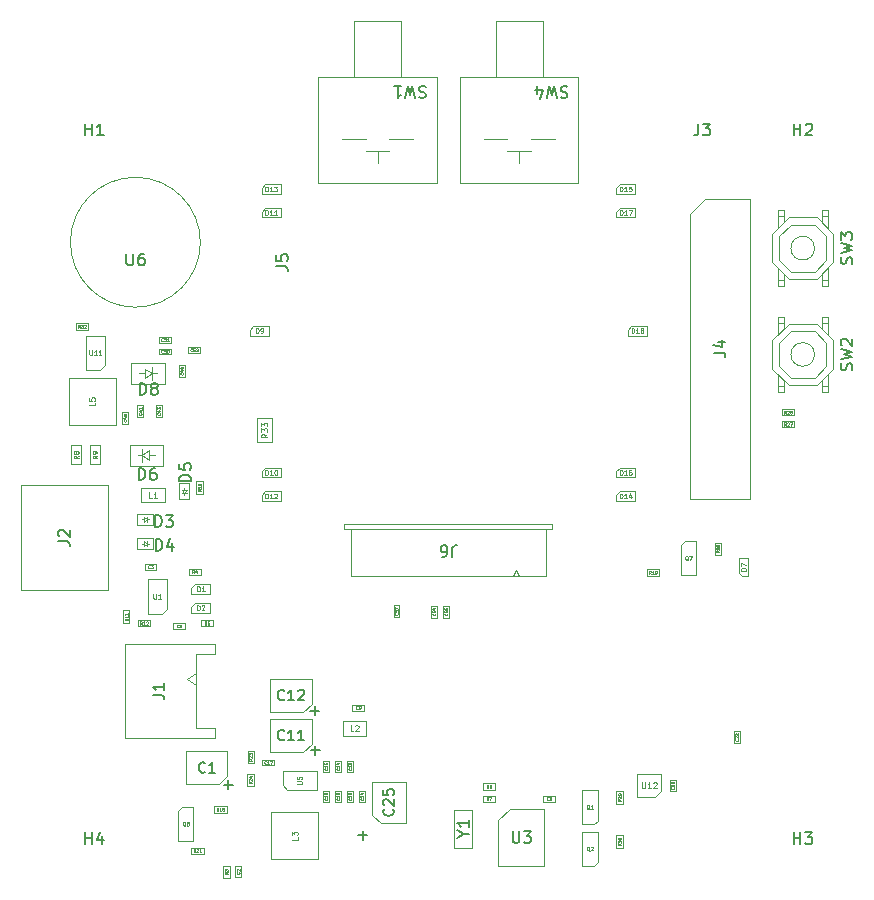
<source format=gbr>
%TF.GenerationSoftware,KiCad,Pcbnew,7.0.1*%
%TF.CreationDate,2023-05-20T22:45:57-07:00*%
%TF.ProjectId,ai-camera-rev3,61692d63-616d-4657-9261-2d726576332e,rev3*%
%TF.SameCoordinates,PX5a995c0PY2aea540*%
%TF.FileFunction,AssemblyDrawing,Top*%
%FSLAX46Y46*%
G04 Gerber Fmt 4.6, Leading zero omitted, Abs format (unit mm)*
G04 Created by KiCad (PCBNEW 7.0.1) date 2023-05-20 22:45:57*
%MOMM*%
%LPD*%
G01*
G04 APERTURE LIST*
%ADD10C,0.040000*%
%ADD11C,0.080000*%
%ADD12C,0.150000*%
%ADD13C,0.075000*%
%ADD14C,0.060000*%
%ADD15C,0.130000*%
%ADD16C,0.050000*%
%ADD17C,0.100000*%
G04 APERTURE END LIST*
D10*
X12150333Y-47091845D02*
X12138429Y-47103750D01*
X12138429Y-47103750D02*
X12102714Y-47115654D01*
X12102714Y-47115654D02*
X12078905Y-47115654D01*
X12078905Y-47115654D02*
X12043191Y-47103750D01*
X12043191Y-47103750D02*
X12019381Y-47079940D01*
X12019381Y-47079940D02*
X12007476Y-47056130D01*
X12007476Y-47056130D02*
X11995572Y-47008511D01*
X11995572Y-47008511D02*
X11995572Y-46972797D01*
X11995572Y-46972797D02*
X12007476Y-46925178D01*
X12007476Y-46925178D02*
X12019381Y-46901369D01*
X12019381Y-46901369D02*
X12043191Y-46877559D01*
X12043191Y-46877559D02*
X12078905Y-46865654D01*
X12078905Y-46865654D02*
X12102714Y-46865654D01*
X12102714Y-46865654D02*
X12138429Y-46877559D01*
X12138429Y-46877559D02*
X12150333Y-46889464D01*
X12376524Y-46865654D02*
X12257476Y-46865654D01*
X12257476Y-46865654D02*
X12245572Y-46984702D01*
X12245572Y-46984702D02*
X12257476Y-46972797D01*
X12257476Y-46972797D02*
X12281286Y-46960892D01*
X12281286Y-46960892D02*
X12340810Y-46960892D01*
X12340810Y-46960892D02*
X12364619Y-46972797D01*
X12364619Y-46972797D02*
X12376524Y-46984702D01*
X12376524Y-46984702D02*
X12388429Y-47008511D01*
X12388429Y-47008511D02*
X12388429Y-47068035D01*
X12388429Y-47068035D02*
X12376524Y-47091845D01*
X12376524Y-47091845D02*
X12364619Y-47103750D01*
X12364619Y-47103750D02*
X12340810Y-47115654D01*
X12340810Y-47115654D02*
X12281286Y-47115654D01*
X12281286Y-47115654D02*
X12257476Y-47103750D01*
X12257476Y-47103750D02*
X12245572Y-47091845D01*
D11*
X51380952Y-60231309D02*
X51380952Y-60636071D01*
X51380952Y-60636071D02*
X51404762Y-60683690D01*
X51404762Y-60683690D02*
X51428571Y-60707500D01*
X51428571Y-60707500D02*
X51476190Y-60731309D01*
X51476190Y-60731309D02*
X51571428Y-60731309D01*
X51571428Y-60731309D02*
X51619047Y-60707500D01*
X51619047Y-60707500D02*
X51642857Y-60683690D01*
X51642857Y-60683690D02*
X51666666Y-60636071D01*
X51666666Y-60636071D02*
X51666666Y-60231309D01*
X52166667Y-60731309D02*
X51880953Y-60731309D01*
X52023810Y-60731309D02*
X52023810Y-60231309D01*
X52023810Y-60231309D02*
X51976191Y-60302738D01*
X51976191Y-60302738D02*
X51928572Y-60350357D01*
X51928572Y-60350357D02*
X51880953Y-60374166D01*
X52357143Y-60278928D02*
X52380952Y-60255119D01*
X52380952Y-60255119D02*
X52428571Y-60231309D01*
X52428571Y-60231309D02*
X52547619Y-60231309D01*
X52547619Y-60231309D02*
X52595238Y-60255119D01*
X52595238Y-60255119D02*
X52619047Y-60278928D01*
X52619047Y-60278928D02*
X52642857Y-60326547D01*
X52642857Y-60326547D02*
X52642857Y-60374166D01*
X52642857Y-60374166D02*
X52619047Y-60445595D01*
X52619047Y-60445595D02*
X52333333Y-60731309D01*
X52333333Y-60731309D02*
X52642857Y-60731309D01*
D12*
X4238095Y-65462619D02*
X4238095Y-64462619D01*
X4238095Y-64938809D02*
X4809523Y-64938809D01*
X4809523Y-65462619D02*
X4809523Y-64462619D01*
X5714285Y-64795952D02*
X5714285Y-65462619D01*
X5476190Y-64415000D02*
X5238095Y-65129285D01*
X5238095Y-65129285D02*
X5857142Y-65129285D01*
X40433333Y-64373366D02*
X40433333Y-65166700D01*
X40433333Y-65166700D02*
X40480000Y-65260033D01*
X40480000Y-65260033D02*
X40526666Y-65306700D01*
X40526666Y-65306700D02*
X40620000Y-65353366D01*
X40620000Y-65353366D02*
X40806666Y-65353366D01*
X40806666Y-65353366D02*
X40900000Y-65306700D01*
X40900000Y-65306700D02*
X40946666Y-65260033D01*
X40946666Y-65260033D02*
X40993333Y-65166700D01*
X40993333Y-65166700D02*
X40993333Y-64373366D01*
X41366667Y-64373366D02*
X41973333Y-64373366D01*
X41973333Y-64373366D02*
X41646667Y-64746700D01*
X41646667Y-64746700D02*
X41786667Y-64746700D01*
X41786667Y-64746700D02*
X41880000Y-64793366D01*
X41880000Y-64793366D02*
X41926667Y-64840033D01*
X41926667Y-64840033D02*
X41973333Y-64933366D01*
X41973333Y-64933366D02*
X41973333Y-65166700D01*
X41973333Y-65166700D02*
X41926667Y-65260033D01*
X41926667Y-65260033D02*
X41880000Y-65306700D01*
X41880000Y-65306700D02*
X41786667Y-65353366D01*
X41786667Y-65353366D02*
X41506667Y-65353366D01*
X41506667Y-65353366D02*
X41413333Y-65306700D01*
X41413333Y-65306700D02*
X41366667Y-65260033D01*
X4238095Y-5462619D02*
X4238095Y-4462619D01*
X4238095Y-4938809D02*
X4809523Y-4938809D01*
X4809523Y-5462619D02*
X4809523Y-4462619D01*
X5809523Y-5462619D02*
X5238095Y-5462619D01*
X5523809Y-5462619D02*
X5523809Y-4462619D01*
X5523809Y-4462619D02*
X5428571Y-4605476D01*
X5428571Y-4605476D02*
X5333333Y-4700714D01*
X5333333Y-4700714D02*
X5238095Y-4748333D01*
D13*
X22231309Y-64833333D02*
X22231309Y-65071428D01*
X22231309Y-65071428D02*
X21731309Y-65071428D01*
X21731309Y-64714285D02*
X21731309Y-64404761D01*
X21731309Y-64404761D02*
X21921785Y-64571428D01*
X21921785Y-64571428D02*
X21921785Y-64499999D01*
X21921785Y-64499999D02*
X21945595Y-64452380D01*
X21945595Y-64452380D02*
X21969404Y-64428571D01*
X21969404Y-64428571D02*
X22017023Y-64404761D01*
X22017023Y-64404761D02*
X22136071Y-64404761D01*
X22136071Y-64404761D02*
X22183690Y-64428571D01*
X22183690Y-64428571D02*
X22207500Y-64452380D01*
X22207500Y-64452380D02*
X22231309Y-64499999D01*
X22231309Y-64499999D02*
X22231309Y-64642856D01*
X22231309Y-64642856D02*
X22207500Y-64690475D01*
X22207500Y-64690475D02*
X22183690Y-64714285D01*
D10*
X25745845Y-59046714D02*
X25757750Y-59058618D01*
X25757750Y-59058618D02*
X25769654Y-59094333D01*
X25769654Y-59094333D02*
X25769654Y-59118142D01*
X25769654Y-59118142D02*
X25757750Y-59153856D01*
X25757750Y-59153856D02*
X25733940Y-59177666D01*
X25733940Y-59177666D02*
X25710130Y-59189571D01*
X25710130Y-59189571D02*
X25662511Y-59201475D01*
X25662511Y-59201475D02*
X25626797Y-59201475D01*
X25626797Y-59201475D02*
X25579178Y-59189571D01*
X25579178Y-59189571D02*
X25555369Y-59177666D01*
X25555369Y-59177666D02*
X25531559Y-59153856D01*
X25531559Y-59153856D02*
X25519654Y-59118142D01*
X25519654Y-59118142D02*
X25519654Y-59094333D01*
X25519654Y-59094333D02*
X25531559Y-59058618D01*
X25531559Y-59058618D02*
X25543464Y-59046714D01*
X25769654Y-58808618D02*
X25769654Y-58951475D01*
X25769654Y-58880047D02*
X25519654Y-58880047D01*
X25519654Y-58880047D02*
X25555369Y-58903856D01*
X25555369Y-58903856D02*
X25579178Y-58927666D01*
X25579178Y-58927666D02*
X25591083Y-58951475D01*
X25602988Y-58594333D02*
X25769654Y-58594333D01*
X25507750Y-58653857D02*
X25686321Y-58713380D01*
X25686321Y-58713380D02*
X25686321Y-58558619D01*
D14*
X5285047Y-32566666D02*
X5094571Y-32699999D01*
X5285047Y-32795237D02*
X4885047Y-32795237D01*
X4885047Y-32795237D02*
X4885047Y-32642856D01*
X4885047Y-32642856D02*
X4904095Y-32604761D01*
X4904095Y-32604761D02*
X4923142Y-32585714D01*
X4923142Y-32585714D02*
X4961238Y-32566666D01*
X4961238Y-32566666D02*
X5018380Y-32566666D01*
X5018380Y-32566666D02*
X5056476Y-32585714D01*
X5056476Y-32585714D02*
X5075523Y-32604761D01*
X5075523Y-32604761D02*
X5094571Y-32642856D01*
X5094571Y-32642856D02*
X5094571Y-32795237D01*
X5285047Y-32376190D02*
X5285047Y-32299999D01*
X5285047Y-32299999D02*
X5266000Y-32261904D01*
X5266000Y-32261904D02*
X5246952Y-32242856D01*
X5246952Y-32242856D02*
X5189809Y-32204761D01*
X5189809Y-32204761D02*
X5113619Y-32185714D01*
X5113619Y-32185714D02*
X4961238Y-32185714D01*
X4961238Y-32185714D02*
X4923142Y-32204761D01*
X4923142Y-32204761D02*
X4904095Y-32223809D01*
X4904095Y-32223809D02*
X4885047Y-32261904D01*
X4885047Y-32261904D02*
X4885047Y-32338095D01*
X4885047Y-32338095D02*
X4904095Y-32376190D01*
X4904095Y-32376190D02*
X4923142Y-32395237D01*
X4923142Y-32395237D02*
X4961238Y-32414285D01*
X4961238Y-32414285D02*
X5056476Y-32414285D01*
X5056476Y-32414285D02*
X5094571Y-32395237D01*
X5094571Y-32395237D02*
X5113619Y-32376190D01*
X5113619Y-32376190D02*
X5132666Y-32338095D01*
X5132666Y-32338095D02*
X5132666Y-32261904D01*
X5132666Y-32261904D02*
X5113619Y-32223809D01*
X5113619Y-32223809D02*
X5094571Y-32204761D01*
X5094571Y-32204761D02*
X5056476Y-32185714D01*
D10*
X43478333Y-61711845D02*
X43466429Y-61723750D01*
X43466429Y-61723750D02*
X43430714Y-61735654D01*
X43430714Y-61735654D02*
X43406905Y-61735654D01*
X43406905Y-61735654D02*
X43371191Y-61723750D01*
X43371191Y-61723750D02*
X43347381Y-61699940D01*
X43347381Y-61699940D02*
X43335476Y-61676130D01*
X43335476Y-61676130D02*
X43323572Y-61628511D01*
X43323572Y-61628511D02*
X43323572Y-61592797D01*
X43323572Y-61592797D02*
X43335476Y-61545178D01*
X43335476Y-61545178D02*
X43347381Y-61521369D01*
X43347381Y-61521369D02*
X43371191Y-61497559D01*
X43371191Y-61497559D02*
X43406905Y-61485654D01*
X43406905Y-61485654D02*
X43430714Y-61485654D01*
X43430714Y-61485654D02*
X43466429Y-61497559D01*
X43466429Y-61497559D02*
X43478333Y-61509464D01*
X43692619Y-61485654D02*
X43645000Y-61485654D01*
X43645000Y-61485654D02*
X43621191Y-61497559D01*
X43621191Y-61497559D02*
X43609286Y-61509464D01*
X43609286Y-61509464D02*
X43585476Y-61545178D01*
X43585476Y-61545178D02*
X43573572Y-61592797D01*
X43573572Y-61592797D02*
X43573572Y-61688035D01*
X43573572Y-61688035D02*
X43585476Y-61711845D01*
X43585476Y-61711845D02*
X43597381Y-61723750D01*
X43597381Y-61723750D02*
X43621191Y-61735654D01*
X43621191Y-61735654D02*
X43668810Y-61735654D01*
X43668810Y-61735654D02*
X43692619Y-61723750D01*
X43692619Y-61723750D02*
X43704524Y-61711845D01*
X43704524Y-61711845D02*
X43716429Y-61688035D01*
X43716429Y-61688035D02*
X43716429Y-61628511D01*
X43716429Y-61628511D02*
X43704524Y-61604702D01*
X43704524Y-61604702D02*
X43692619Y-61592797D01*
X43692619Y-61592797D02*
X43668810Y-61580892D01*
X43668810Y-61580892D02*
X43621191Y-61580892D01*
X43621191Y-61580892D02*
X43597381Y-61592797D01*
X43597381Y-61592797D02*
X43585476Y-61604702D01*
X43585476Y-61604702D02*
X43573572Y-61628511D01*
X13582857Y-66140280D02*
X13496190Y-66016471D01*
X13434285Y-66140280D02*
X13434285Y-65880280D01*
X13434285Y-65880280D02*
X13533333Y-65880280D01*
X13533333Y-65880280D02*
X13558095Y-65892661D01*
X13558095Y-65892661D02*
X13570476Y-65905042D01*
X13570476Y-65905042D02*
X13582857Y-65929804D01*
X13582857Y-65929804D02*
X13582857Y-65966947D01*
X13582857Y-65966947D02*
X13570476Y-65991709D01*
X13570476Y-65991709D02*
X13558095Y-66004090D01*
X13558095Y-66004090D02*
X13533333Y-66016471D01*
X13533333Y-66016471D02*
X13434285Y-66016471D01*
X13681904Y-65905042D02*
X13694285Y-65892661D01*
X13694285Y-65892661D02*
X13719047Y-65880280D01*
X13719047Y-65880280D02*
X13780952Y-65880280D01*
X13780952Y-65880280D02*
X13805714Y-65892661D01*
X13805714Y-65892661D02*
X13818095Y-65905042D01*
X13818095Y-65905042D02*
X13830476Y-65929804D01*
X13830476Y-65929804D02*
X13830476Y-65954566D01*
X13830476Y-65954566D02*
X13818095Y-65991709D01*
X13818095Y-65991709D02*
X13669523Y-66140280D01*
X13669523Y-66140280D02*
X13830476Y-66140280D01*
X14078095Y-66140280D02*
X13929523Y-66140280D01*
X14003809Y-66140280D02*
X14003809Y-65880280D01*
X14003809Y-65880280D02*
X13979047Y-65917423D01*
X13979047Y-65917423D02*
X13954285Y-65942185D01*
X13954285Y-65942185D02*
X13929523Y-65954566D01*
D14*
X3685047Y-32566666D02*
X3494571Y-32699999D01*
X3685047Y-32795237D02*
X3285047Y-32795237D01*
X3285047Y-32795237D02*
X3285047Y-32642856D01*
X3285047Y-32642856D02*
X3304095Y-32604761D01*
X3304095Y-32604761D02*
X3323142Y-32585714D01*
X3323142Y-32585714D02*
X3361238Y-32566666D01*
X3361238Y-32566666D02*
X3418380Y-32566666D01*
X3418380Y-32566666D02*
X3456476Y-32585714D01*
X3456476Y-32585714D02*
X3475523Y-32604761D01*
X3475523Y-32604761D02*
X3494571Y-32642856D01*
X3494571Y-32642856D02*
X3494571Y-32795237D01*
X3456476Y-32338095D02*
X3437428Y-32376190D01*
X3437428Y-32376190D02*
X3418380Y-32395237D01*
X3418380Y-32395237D02*
X3380285Y-32414285D01*
X3380285Y-32414285D02*
X3361238Y-32414285D01*
X3361238Y-32414285D02*
X3323142Y-32395237D01*
X3323142Y-32395237D02*
X3304095Y-32376190D01*
X3304095Y-32376190D02*
X3285047Y-32338095D01*
X3285047Y-32338095D02*
X3285047Y-32261904D01*
X3285047Y-32261904D02*
X3304095Y-32223809D01*
X3304095Y-32223809D02*
X3323142Y-32204761D01*
X3323142Y-32204761D02*
X3361238Y-32185714D01*
X3361238Y-32185714D02*
X3380285Y-32185714D01*
X3380285Y-32185714D02*
X3418380Y-32204761D01*
X3418380Y-32204761D02*
X3437428Y-32223809D01*
X3437428Y-32223809D02*
X3456476Y-32261904D01*
X3456476Y-32261904D02*
X3456476Y-32338095D01*
X3456476Y-32338095D02*
X3475523Y-32376190D01*
X3475523Y-32376190D02*
X3494571Y-32395237D01*
X3494571Y-32395237D02*
X3532666Y-32414285D01*
X3532666Y-32414285D02*
X3608857Y-32414285D01*
X3608857Y-32414285D02*
X3646952Y-32395237D01*
X3646952Y-32395237D02*
X3666000Y-32376190D01*
X3666000Y-32376190D02*
X3685047Y-32338095D01*
X3685047Y-32338095D02*
X3685047Y-32261904D01*
X3685047Y-32261904D02*
X3666000Y-32223809D01*
X3666000Y-32223809D02*
X3646952Y-32204761D01*
X3646952Y-32204761D02*
X3608857Y-32185714D01*
X3608857Y-32185714D02*
X3532666Y-32185714D01*
X3532666Y-32185714D02*
X3494571Y-32204761D01*
X3494571Y-32204761D02*
X3475523Y-32223809D01*
X3475523Y-32223809D02*
X3456476Y-32261904D01*
D10*
X15522857Y-62650280D02*
X15436190Y-62526471D01*
X15374285Y-62650280D02*
X15374285Y-62390280D01*
X15374285Y-62390280D02*
X15473333Y-62390280D01*
X15473333Y-62390280D02*
X15498095Y-62402661D01*
X15498095Y-62402661D02*
X15510476Y-62415042D01*
X15510476Y-62415042D02*
X15522857Y-62439804D01*
X15522857Y-62439804D02*
X15522857Y-62476947D01*
X15522857Y-62476947D02*
X15510476Y-62501709D01*
X15510476Y-62501709D02*
X15498095Y-62514090D01*
X15498095Y-62514090D02*
X15473333Y-62526471D01*
X15473333Y-62526471D02*
X15374285Y-62526471D01*
X15770476Y-62650280D02*
X15621904Y-62650280D01*
X15696190Y-62650280D02*
X15696190Y-62390280D01*
X15696190Y-62390280D02*
X15671428Y-62427423D01*
X15671428Y-62427423D02*
X15646666Y-62452185D01*
X15646666Y-62452185D02*
X15621904Y-62464566D01*
X15919047Y-62501709D02*
X15894285Y-62489328D01*
X15894285Y-62489328D02*
X15881904Y-62476947D01*
X15881904Y-62476947D02*
X15869523Y-62452185D01*
X15869523Y-62452185D02*
X15869523Y-62439804D01*
X15869523Y-62439804D02*
X15881904Y-62415042D01*
X15881904Y-62415042D02*
X15894285Y-62402661D01*
X15894285Y-62402661D02*
X15919047Y-62390280D01*
X15919047Y-62390280D02*
X15968571Y-62390280D01*
X15968571Y-62390280D02*
X15993333Y-62402661D01*
X15993333Y-62402661D02*
X16005714Y-62415042D01*
X16005714Y-62415042D02*
X16018095Y-62439804D01*
X16018095Y-62439804D02*
X16018095Y-62452185D01*
X16018095Y-62452185D02*
X16005714Y-62476947D01*
X16005714Y-62476947D02*
X15993333Y-62489328D01*
X15993333Y-62489328D02*
X15968571Y-62501709D01*
X15968571Y-62501709D02*
X15919047Y-62501709D01*
X15919047Y-62501709D02*
X15894285Y-62514090D01*
X15894285Y-62514090D02*
X15881904Y-62526471D01*
X15881904Y-62526471D02*
X15869523Y-62551233D01*
X15869523Y-62551233D02*
X15869523Y-62600757D01*
X15869523Y-62600757D02*
X15881904Y-62625519D01*
X15881904Y-62625519D02*
X15894285Y-62637900D01*
X15894285Y-62637900D02*
X15919047Y-62650280D01*
X15919047Y-62650280D02*
X15968571Y-62650280D01*
X15968571Y-62650280D02*
X15993333Y-62637900D01*
X15993333Y-62637900D02*
X16005714Y-62625519D01*
X16005714Y-62625519D02*
X16018095Y-62600757D01*
X16018095Y-62600757D02*
X16018095Y-62551233D01*
X16018095Y-62551233D02*
X16005714Y-62526471D01*
X16005714Y-62526471D02*
X15993333Y-62514090D01*
X15993333Y-62514090D02*
X15968571Y-62501709D01*
D12*
X10161905Y-38612619D02*
X10161905Y-37612619D01*
X10161905Y-37612619D02*
X10400000Y-37612619D01*
X10400000Y-37612619D02*
X10542857Y-37660238D01*
X10542857Y-37660238D02*
X10638095Y-37755476D01*
X10638095Y-37755476D02*
X10685714Y-37850714D01*
X10685714Y-37850714D02*
X10733333Y-38041190D01*
X10733333Y-38041190D02*
X10733333Y-38184047D01*
X10733333Y-38184047D02*
X10685714Y-38374523D01*
X10685714Y-38374523D02*
X10638095Y-38469761D01*
X10638095Y-38469761D02*
X10542857Y-38565000D01*
X10542857Y-38565000D02*
X10400000Y-38612619D01*
X10400000Y-38612619D02*
X10161905Y-38612619D01*
X11066667Y-37612619D02*
X11685714Y-37612619D01*
X11685714Y-37612619D02*
X11352381Y-37993571D01*
X11352381Y-37993571D02*
X11495238Y-37993571D01*
X11495238Y-37993571D02*
X11590476Y-38041190D01*
X11590476Y-38041190D02*
X11638095Y-38088809D01*
X11638095Y-38088809D02*
X11685714Y-38184047D01*
X11685714Y-38184047D02*
X11685714Y-38422142D01*
X11685714Y-38422142D02*
X11638095Y-38517380D01*
X11638095Y-38517380D02*
X11590476Y-38565000D01*
X11590476Y-38565000D02*
X11495238Y-38612619D01*
X11495238Y-38612619D02*
X11209524Y-38612619D01*
X11209524Y-38612619D02*
X11114286Y-38565000D01*
X11114286Y-38565000D02*
X11066667Y-38517380D01*
X69165000Y-25333332D02*
X69212619Y-25190475D01*
X69212619Y-25190475D02*
X69212619Y-24952380D01*
X69212619Y-24952380D02*
X69165000Y-24857142D01*
X69165000Y-24857142D02*
X69117380Y-24809523D01*
X69117380Y-24809523D02*
X69022142Y-24761904D01*
X69022142Y-24761904D02*
X68926904Y-24761904D01*
X68926904Y-24761904D02*
X68831666Y-24809523D01*
X68831666Y-24809523D02*
X68784047Y-24857142D01*
X68784047Y-24857142D02*
X68736428Y-24952380D01*
X68736428Y-24952380D02*
X68688809Y-25142856D01*
X68688809Y-25142856D02*
X68641190Y-25238094D01*
X68641190Y-25238094D02*
X68593571Y-25285713D01*
X68593571Y-25285713D02*
X68498333Y-25333332D01*
X68498333Y-25333332D02*
X68403095Y-25333332D01*
X68403095Y-25333332D02*
X68307857Y-25285713D01*
X68307857Y-25285713D02*
X68260238Y-25238094D01*
X68260238Y-25238094D02*
X68212619Y-25142856D01*
X68212619Y-25142856D02*
X68212619Y-24904761D01*
X68212619Y-24904761D02*
X68260238Y-24761904D01*
X68212619Y-24428570D02*
X69212619Y-24190475D01*
X69212619Y-24190475D02*
X68498333Y-23999999D01*
X68498333Y-23999999D02*
X69212619Y-23809523D01*
X69212619Y-23809523D02*
X68212619Y-23571428D01*
X68307857Y-23238094D02*
X68260238Y-23190475D01*
X68260238Y-23190475D02*
X68212619Y-23095237D01*
X68212619Y-23095237D02*
X68212619Y-22857142D01*
X68212619Y-22857142D02*
X68260238Y-22761904D01*
X68260238Y-22761904D02*
X68307857Y-22714285D01*
X68307857Y-22714285D02*
X68403095Y-22666666D01*
X68403095Y-22666666D02*
X68498333Y-22666666D01*
X68498333Y-22666666D02*
X68641190Y-22714285D01*
X68641190Y-22714285D02*
X69212619Y-23285713D01*
X69212619Y-23285713D02*
X69212619Y-22666666D01*
X36286428Y-64601190D02*
X36762619Y-64601190D01*
X35762619Y-64934523D02*
X36286428Y-64601190D01*
X36286428Y-64601190D02*
X35762619Y-64267857D01*
X36762619Y-63410714D02*
X36762619Y-63982142D01*
X36762619Y-63696428D02*
X35762619Y-63696428D01*
X35762619Y-63696428D02*
X35905476Y-63791666D01*
X35905476Y-63791666D02*
X36000714Y-63886904D01*
X36000714Y-63886904D02*
X36048333Y-63982142D01*
D11*
X9916666Y-36161309D02*
X9678571Y-36161309D01*
X9678571Y-36161309D02*
X9678571Y-35661309D01*
X10345238Y-36161309D02*
X10059524Y-36161309D01*
X10202381Y-36161309D02*
X10202381Y-35661309D01*
X10202381Y-35661309D02*
X10154762Y-35732738D01*
X10154762Y-35732738D02*
X10107143Y-35780357D01*
X10107143Y-35780357D02*
X10059524Y-35804166D01*
D10*
X12541845Y-25545714D02*
X12553750Y-25557618D01*
X12553750Y-25557618D02*
X12565654Y-25593333D01*
X12565654Y-25593333D02*
X12565654Y-25617142D01*
X12565654Y-25617142D02*
X12553750Y-25652856D01*
X12553750Y-25652856D02*
X12529940Y-25676666D01*
X12529940Y-25676666D02*
X12506130Y-25688571D01*
X12506130Y-25688571D02*
X12458511Y-25700475D01*
X12458511Y-25700475D02*
X12422797Y-25700475D01*
X12422797Y-25700475D02*
X12375178Y-25688571D01*
X12375178Y-25688571D02*
X12351369Y-25676666D01*
X12351369Y-25676666D02*
X12327559Y-25652856D01*
X12327559Y-25652856D02*
X12315654Y-25617142D01*
X12315654Y-25617142D02*
X12315654Y-25593333D01*
X12315654Y-25593333D02*
X12327559Y-25557618D01*
X12327559Y-25557618D02*
X12339464Y-25545714D01*
X12398988Y-25331428D02*
X12565654Y-25331428D01*
X12303750Y-25390952D02*
X12482321Y-25450475D01*
X12482321Y-25450475D02*
X12482321Y-25295714D01*
X12565654Y-25188571D02*
X12565654Y-25140952D01*
X12565654Y-25140952D02*
X12553750Y-25117142D01*
X12553750Y-25117142D02*
X12541845Y-25105238D01*
X12541845Y-25105238D02*
X12506130Y-25081428D01*
X12506130Y-25081428D02*
X12458511Y-25069523D01*
X12458511Y-25069523D02*
X12363273Y-25069523D01*
X12363273Y-25069523D02*
X12339464Y-25081428D01*
X12339464Y-25081428D02*
X12327559Y-25093333D01*
X12327559Y-25093333D02*
X12315654Y-25117142D01*
X12315654Y-25117142D02*
X12315654Y-25164761D01*
X12315654Y-25164761D02*
X12327559Y-25188571D01*
X12327559Y-25188571D02*
X12339464Y-25200476D01*
X12339464Y-25200476D02*
X12363273Y-25212380D01*
X12363273Y-25212380D02*
X12422797Y-25212380D01*
X12422797Y-25212380D02*
X12446607Y-25200476D01*
X12446607Y-25200476D02*
X12458511Y-25188571D01*
X12458511Y-25188571D02*
X12470416Y-25164761D01*
X12470416Y-25164761D02*
X12470416Y-25117142D01*
X12470416Y-25117142D02*
X12458511Y-25093333D01*
X12458511Y-25093333D02*
X12446607Y-25081428D01*
X12446607Y-25081428D02*
X12422797Y-25069523D01*
D14*
X60185047Y-42295237D02*
X59785047Y-42295237D01*
X59785047Y-42295237D02*
X59785047Y-42199999D01*
X59785047Y-42199999D02*
X59804095Y-42142856D01*
X59804095Y-42142856D02*
X59842190Y-42104761D01*
X59842190Y-42104761D02*
X59880285Y-42085714D01*
X59880285Y-42085714D02*
X59956476Y-42066666D01*
X59956476Y-42066666D02*
X60013619Y-42066666D01*
X60013619Y-42066666D02*
X60089809Y-42085714D01*
X60089809Y-42085714D02*
X60127904Y-42104761D01*
X60127904Y-42104761D02*
X60166000Y-42142856D01*
X60166000Y-42142856D02*
X60185047Y-42199999D01*
X60185047Y-42199999D02*
X60185047Y-42295237D01*
X59785047Y-41933333D02*
X59785047Y-41666666D01*
X59785047Y-41666666D02*
X60185047Y-41838095D01*
D10*
X63592857Y-29010280D02*
X63506190Y-28886471D01*
X63444285Y-29010280D02*
X63444285Y-28750280D01*
X63444285Y-28750280D02*
X63543333Y-28750280D01*
X63543333Y-28750280D02*
X63568095Y-28762661D01*
X63568095Y-28762661D02*
X63580476Y-28775042D01*
X63580476Y-28775042D02*
X63592857Y-28799804D01*
X63592857Y-28799804D02*
X63592857Y-28836947D01*
X63592857Y-28836947D02*
X63580476Y-28861709D01*
X63580476Y-28861709D02*
X63568095Y-28874090D01*
X63568095Y-28874090D02*
X63543333Y-28886471D01*
X63543333Y-28886471D02*
X63444285Y-28886471D01*
X63691904Y-28775042D02*
X63704285Y-28762661D01*
X63704285Y-28762661D02*
X63729047Y-28750280D01*
X63729047Y-28750280D02*
X63790952Y-28750280D01*
X63790952Y-28750280D02*
X63815714Y-28762661D01*
X63815714Y-28762661D02*
X63828095Y-28775042D01*
X63828095Y-28775042D02*
X63840476Y-28799804D01*
X63840476Y-28799804D02*
X63840476Y-28824566D01*
X63840476Y-28824566D02*
X63828095Y-28861709D01*
X63828095Y-28861709D02*
X63679523Y-29010280D01*
X63679523Y-29010280D02*
X63840476Y-29010280D01*
X64063333Y-28750280D02*
X64013809Y-28750280D01*
X64013809Y-28750280D02*
X63989047Y-28762661D01*
X63989047Y-28762661D02*
X63976666Y-28775042D01*
X63976666Y-28775042D02*
X63951904Y-28812185D01*
X63951904Y-28812185D02*
X63939523Y-28861709D01*
X63939523Y-28861709D02*
X63939523Y-28960757D01*
X63939523Y-28960757D02*
X63951904Y-28985519D01*
X63951904Y-28985519D02*
X63964285Y-28997900D01*
X63964285Y-28997900D02*
X63989047Y-29010280D01*
X63989047Y-29010280D02*
X64038571Y-29010280D01*
X64038571Y-29010280D02*
X64063333Y-28997900D01*
X64063333Y-28997900D02*
X64075714Y-28985519D01*
X64075714Y-28985519D02*
X64088095Y-28960757D01*
X64088095Y-28960757D02*
X64088095Y-28898852D01*
X64088095Y-28898852D02*
X64075714Y-28874090D01*
X64075714Y-28874090D02*
X64063333Y-28861709D01*
X64063333Y-28861709D02*
X64038571Y-28849328D01*
X64038571Y-28849328D02*
X63989047Y-28849328D01*
X63989047Y-28849328D02*
X63964285Y-28861709D01*
X63964285Y-28861709D02*
X63951904Y-28874090D01*
X63951904Y-28874090D02*
X63939523Y-28898852D01*
D14*
X13741249Y-45644146D02*
X13741249Y-45244146D01*
X13741249Y-45244146D02*
X13836487Y-45244146D01*
X13836487Y-45244146D02*
X13893630Y-45263194D01*
X13893630Y-45263194D02*
X13931725Y-45301289D01*
X13931725Y-45301289D02*
X13950772Y-45339384D01*
X13950772Y-45339384D02*
X13969820Y-45415575D01*
X13969820Y-45415575D02*
X13969820Y-45472718D01*
X13969820Y-45472718D02*
X13950772Y-45548908D01*
X13950772Y-45548908D02*
X13931725Y-45587003D01*
X13931725Y-45587003D02*
X13893630Y-45625099D01*
X13893630Y-45625099D02*
X13836487Y-45644146D01*
X13836487Y-45644146D02*
X13741249Y-45644146D01*
X14122201Y-45282241D02*
X14141249Y-45263194D01*
X14141249Y-45263194D02*
X14179344Y-45244146D01*
X14179344Y-45244146D02*
X14274582Y-45244146D01*
X14274582Y-45244146D02*
X14312677Y-45263194D01*
X14312677Y-45263194D02*
X14331725Y-45282241D01*
X14331725Y-45282241D02*
X14350772Y-45320337D01*
X14350772Y-45320337D02*
X14350772Y-45358432D01*
X14350772Y-45358432D02*
X14331725Y-45415575D01*
X14331725Y-45415575D02*
X14103153Y-45644146D01*
X14103153Y-45644146D02*
X14350772Y-45644146D01*
X19514286Y-36185047D02*
X19514286Y-35785047D01*
X19514286Y-35785047D02*
X19609524Y-35785047D01*
X19609524Y-35785047D02*
X19666667Y-35804095D01*
X19666667Y-35804095D02*
X19704762Y-35842190D01*
X19704762Y-35842190D02*
X19723809Y-35880285D01*
X19723809Y-35880285D02*
X19742857Y-35956476D01*
X19742857Y-35956476D02*
X19742857Y-36013619D01*
X19742857Y-36013619D02*
X19723809Y-36089809D01*
X19723809Y-36089809D02*
X19704762Y-36127904D01*
X19704762Y-36127904D02*
X19666667Y-36166000D01*
X19666667Y-36166000D02*
X19609524Y-36185047D01*
X19609524Y-36185047D02*
X19514286Y-36185047D01*
X20123809Y-36185047D02*
X19895238Y-36185047D01*
X20009524Y-36185047D02*
X20009524Y-35785047D01*
X20009524Y-35785047D02*
X19971428Y-35842190D01*
X19971428Y-35842190D02*
X19933333Y-35880285D01*
X19933333Y-35880285D02*
X19895238Y-35899333D01*
X20276190Y-35823142D02*
X20295238Y-35804095D01*
X20295238Y-35804095D02*
X20333333Y-35785047D01*
X20333333Y-35785047D02*
X20428571Y-35785047D01*
X20428571Y-35785047D02*
X20466666Y-35804095D01*
X20466666Y-35804095D02*
X20485714Y-35823142D01*
X20485714Y-35823142D02*
X20504761Y-35861238D01*
X20504761Y-35861238D02*
X20504761Y-35899333D01*
X20504761Y-35899333D02*
X20485714Y-35956476D01*
X20485714Y-35956476D02*
X20257142Y-36185047D01*
X20257142Y-36185047D02*
X20504761Y-36185047D01*
D10*
X14506667Y-46870280D02*
X14420000Y-46746471D01*
X14358095Y-46870280D02*
X14358095Y-46610280D01*
X14358095Y-46610280D02*
X14457143Y-46610280D01*
X14457143Y-46610280D02*
X14481905Y-46622661D01*
X14481905Y-46622661D02*
X14494286Y-46635042D01*
X14494286Y-46635042D02*
X14506667Y-46659804D01*
X14506667Y-46659804D02*
X14506667Y-46696947D01*
X14506667Y-46696947D02*
X14494286Y-46721709D01*
X14494286Y-46721709D02*
X14481905Y-46734090D01*
X14481905Y-46734090D02*
X14457143Y-46746471D01*
X14457143Y-46746471D02*
X14358095Y-46746471D01*
X14741905Y-46610280D02*
X14618095Y-46610280D01*
X14618095Y-46610280D02*
X14605714Y-46734090D01*
X14605714Y-46734090D02*
X14618095Y-46721709D01*
X14618095Y-46721709D02*
X14642857Y-46709328D01*
X14642857Y-46709328D02*
X14704762Y-46709328D01*
X14704762Y-46709328D02*
X14729524Y-46721709D01*
X14729524Y-46721709D02*
X14741905Y-46734090D01*
X14741905Y-46734090D02*
X14754286Y-46758852D01*
X14754286Y-46758852D02*
X14754286Y-46820757D01*
X14754286Y-46820757D02*
X14741905Y-46845519D01*
X14741905Y-46845519D02*
X14729524Y-46857900D01*
X14729524Y-46857900D02*
X14704762Y-46870280D01*
X14704762Y-46870280D02*
X14642857Y-46870280D01*
X14642857Y-46870280D02*
X14618095Y-46857900D01*
X14618095Y-46857900D02*
X14605714Y-46845519D01*
D12*
X15994048Y-60431666D02*
X16755953Y-60431666D01*
X16375000Y-60812619D02*
X16375000Y-60050714D01*
D15*
X14390833Y-59323296D02*
X14348929Y-59365201D01*
X14348929Y-59365201D02*
X14223214Y-59407105D01*
X14223214Y-59407105D02*
X14139405Y-59407105D01*
X14139405Y-59407105D02*
X14013691Y-59365201D01*
X14013691Y-59365201D02*
X13929881Y-59281391D01*
X13929881Y-59281391D02*
X13887976Y-59197581D01*
X13887976Y-59197581D02*
X13846072Y-59029962D01*
X13846072Y-59029962D02*
X13846072Y-58904248D01*
X13846072Y-58904248D02*
X13887976Y-58736629D01*
X13887976Y-58736629D02*
X13929881Y-58652820D01*
X13929881Y-58652820D02*
X14013691Y-58569010D01*
X14013691Y-58569010D02*
X14139405Y-58527105D01*
X14139405Y-58527105D02*
X14223214Y-58527105D01*
X14223214Y-58527105D02*
X14348929Y-58569010D01*
X14348929Y-58569010D02*
X14390833Y-58610915D01*
X15228929Y-59407105D02*
X14726072Y-59407105D01*
X14977500Y-59407105D02*
X14977500Y-58527105D01*
X14977500Y-58527105D02*
X14893691Y-58652820D01*
X14893691Y-58652820D02*
X14809881Y-58736629D01*
X14809881Y-58736629D02*
X14726072Y-58778534D01*
D10*
X38376667Y-61740280D02*
X38290000Y-61616471D01*
X38228095Y-61740280D02*
X38228095Y-61480280D01*
X38228095Y-61480280D02*
X38327143Y-61480280D01*
X38327143Y-61480280D02*
X38351905Y-61492661D01*
X38351905Y-61492661D02*
X38364286Y-61505042D01*
X38364286Y-61505042D02*
X38376667Y-61529804D01*
X38376667Y-61529804D02*
X38376667Y-61566947D01*
X38376667Y-61566947D02*
X38364286Y-61591709D01*
X38364286Y-61591709D02*
X38351905Y-61604090D01*
X38351905Y-61604090D02*
X38327143Y-61616471D01*
X38327143Y-61616471D02*
X38228095Y-61616471D01*
X38463333Y-61480280D02*
X38636667Y-61480280D01*
X38636667Y-61480280D02*
X38525238Y-61740280D01*
X34889845Y-45941714D02*
X34901750Y-45953618D01*
X34901750Y-45953618D02*
X34913654Y-45989333D01*
X34913654Y-45989333D02*
X34913654Y-46013142D01*
X34913654Y-46013142D02*
X34901750Y-46048856D01*
X34901750Y-46048856D02*
X34877940Y-46072666D01*
X34877940Y-46072666D02*
X34854130Y-46084571D01*
X34854130Y-46084571D02*
X34806511Y-46096475D01*
X34806511Y-46096475D02*
X34770797Y-46096475D01*
X34770797Y-46096475D02*
X34723178Y-46084571D01*
X34723178Y-46084571D02*
X34699369Y-46072666D01*
X34699369Y-46072666D02*
X34675559Y-46048856D01*
X34675559Y-46048856D02*
X34663654Y-46013142D01*
X34663654Y-46013142D02*
X34663654Y-45989333D01*
X34663654Y-45989333D02*
X34675559Y-45953618D01*
X34675559Y-45953618D02*
X34687464Y-45941714D01*
X34663654Y-45715523D02*
X34663654Y-45834571D01*
X34663654Y-45834571D02*
X34782702Y-45846475D01*
X34782702Y-45846475D02*
X34770797Y-45834571D01*
X34770797Y-45834571D02*
X34758892Y-45810761D01*
X34758892Y-45810761D02*
X34758892Y-45751237D01*
X34758892Y-45751237D02*
X34770797Y-45727428D01*
X34770797Y-45727428D02*
X34782702Y-45715523D01*
X34782702Y-45715523D02*
X34806511Y-45703618D01*
X34806511Y-45703618D02*
X34866035Y-45703618D01*
X34866035Y-45703618D02*
X34889845Y-45715523D01*
X34889845Y-45715523D02*
X34901750Y-45727428D01*
X34901750Y-45727428D02*
X34913654Y-45751237D01*
X34913654Y-45751237D02*
X34913654Y-45810761D01*
X34913654Y-45810761D02*
X34901750Y-45834571D01*
X34901750Y-45834571D02*
X34889845Y-45846475D01*
X34663654Y-45489333D02*
X34663654Y-45536952D01*
X34663654Y-45536952D02*
X34675559Y-45560761D01*
X34675559Y-45560761D02*
X34687464Y-45572666D01*
X34687464Y-45572666D02*
X34723178Y-45596476D01*
X34723178Y-45596476D02*
X34770797Y-45608380D01*
X34770797Y-45608380D02*
X34866035Y-45608380D01*
X34866035Y-45608380D02*
X34889845Y-45596476D01*
X34889845Y-45596476D02*
X34901750Y-45584571D01*
X34901750Y-45584571D02*
X34913654Y-45560761D01*
X34913654Y-45560761D02*
X34913654Y-45513142D01*
X34913654Y-45513142D02*
X34901750Y-45489333D01*
X34901750Y-45489333D02*
X34889845Y-45477428D01*
X34889845Y-45477428D02*
X34866035Y-45465523D01*
X34866035Y-45465523D02*
X34806511Y-45465523D01*
X34806511Y-45465523D02*
X34782702Y-45477428D01*
X34782702Y-45477428D02*
X34770797Y-45489333D01*
X34770797Y-45489333D02*
X34758892Y-45513142D01*
X34758892Y-45513142D02*
X34758892Y-45560761D01*
X34758892Y-45560761D02*
X34770797Y-45584571D01*
X34770797Y-45584571D02*
X34782702Y-45596476D01*
X34782702Y-45596476D02*
X34806511Y-45608380D01*
X49620280Y-61667142D02*
X49496471Y-61753809D01*
X49620280Y-61815714D02*
X49360280Y-61815714D01*
X49360280Y-61815714D02*
X49360280Y-61716666D01*
X49360280Y-61716666D02*
X49372661Y-61691904D01*
X49372661Y-61691904D02*
X49385042Y-61679523D01*
X49385042Y-61679523D02*
X49409804Y-61667142D01*
X49409804Y-61667142D02*
X49446947Y-61667142D01*
X49446947Y-61667142D02*
X49471709Y-61679523D01*
X49471709Y-61679523D02*
X49484090Y-61691904D01*
X49484090Y-61691904D02*
X49496471Y-61716666D01*
X49496471Y-61716666D02*
X49496471Y-61815714D01*
X49385042Y-61568095D02*
X49372661Y-61555714D01*
X49372661Y-61555714D02*
X49360280Y-61530952D01*
X49360280Y-61530952D02*
X49360280Y-61469047D01*
X49360280Y-61469047D02*
X49372661Y-61444285D01*
X49372661Y-61444285D02*
X49385042Y-61431904D01*
X49385042Y-61431904D02*
X49409804Y-61419523D01*
X49409804Y-61419523D02*
X49434566Y-61419523D01*
X49434566Y-61419523D02*
X49471709Y-61431904D01*
X49471709Y-61431904D02*
X49620280Y-61580476D01*
X49620280Y-61580476D02*
X49620280Y-61419523D01*
X49620280Y-61295714D02*
X49620280Y-61246190D01*
X49620280Y-61246190D02*
X49607900Y-61221428D01*
X49607900Y-61221428D02*
X49595519Y-61209047D01*
X49595519Y-61209047D02*
X49558376Y-61184285D01*
X49558376Y-61184285D02*
X49508852Y-61171904D01*
X49508852Y-61171904D02*
X49409804Y-61171904D01*
X49409804Y-61171904D02*
X49385042Y-61184285D01*
X49385042Y-61184285D02*
X49372661Y-61196666D01*
X49372661Y-61196666D02*
X49360280Y-61221428D01*
X49360280Y-61221428D02*
X49360280Y-61270952D01*
X49360280Y-61270952D02*
X49372661Y-61295714D01*
X49372661Y-61295714D02*
X49385042Y-61308095D01*
X49385042Y-61308095D02*
X49409804Y-61320476D01*
X49409804Y-61320476D02*
X49471709Y-61320476D01*
X49471709Y-61320476D02*
X49496471Y-61308095D01*
X49496471Y-61308095D02*
X49508852Y-61295714D01*
X49508852Y-61295714D02*
X49521233Y-61270952D01*
X49521233Y-61270952D02*
X49521233Y-61221428D01*
X49521233Y-61221428D02*
X49508852Y-61196666D01*
X49508852Y-61196666D02*
X49496471Y-61184285D01*
X49496471Y-61184285D02*
X49471709Y-61171904D01*
D12*
X45083332Y-1335000D02*
X44940475Y-1287380D01*
X44940475Y-1287380D02*
X44702380Y-1287380D01*
X44702380Y-1287380D02*
X44607142Y-1335000D01*
X44607142Y-1335000D02*
X44559523Y-1382619D01*
X44559523Y-1382619D02*
X44511904Y-1477857D01*
X44511904Y-1477857D02*
X44511904Y-1573095D01*
X44511904Y-1573095D02*
X44559523Y-1668333D01*
X44559523Y-1668333D02*
X44607142Y-1715952D01*
X44607142Y-1715952D02*
X44702380Y-1763571D01*
X44702380Y-1763571D02*
X44892856Y-1811190D01*
X44892856Y-1811190D02*
X44988094Y-1858809D01*
X44988094Y-1858809D02*
X45035713Y-1906428D01*
X45035713Y-1906428D02*
X45083332Y-2001666D01*
X45083332Y-2001666D02*
X45083332Y-2096904D01*
X45083332Y-2096904D02*
X45035713Y-2192142D01*
X45035713Y-2192142D02*
X44988094Y-2239761D01*
X44988094Y-2239761D02*
X44892856Y-2287380D01*
X44892856Y-2287380D02*
X44654761Y-2287380D01*
X44654761Y-2287380D02*
X44511904Y-2239761D01*
X44178570Y-2287380D02*
X43940475Y-1287380D01*
X43940475Y-1287380D02*
X43749999Y-2001666D01*
X43749999Y-2001666D02*
X43559523Y-1287380D01*
X43559523Y-1287380D02*
X43321428Y-2287380D01*
X42511904Y-1954047D02*
X42511904Y-1287380D01*
X42749999Y-2335000D02*
X42988094Y-1620714D01*
X42988094Y-1620714D02*
X42369047Y-1620714D01*
D15*
X21109285Y-56573296D02*
X21067381Y-56615201D01*
X21067381Y-56615201D02*
X20941666Y-56657105D01*
X20941666Y-56657105D02*
X20857857Y-56657105D01*
X20857857Y-56657105D02*
X20732143Y-56615201D01*
X20732143Y-56615201D02*
X20648333Y-56531391D01*
X20648333Y-56531391D02*
X20606428Y-56447581D01*
X20606428Y-56447581D02*
X20564524Y-56279962D01*
X20564524Y-56279962D02*
X20564524Y-56154248D01*
X20564524Y-56154248D02*
X20606428Y-55986629D01*
X20606428Y-55986629D02*
X20648333Y-55902820D01*
X20648333Y-55902820D02*
X20732143Y-55819010D01*
X20732143Y-55819010D02*
X20857857Y-55777105D01*
X20857857Y-55777105D02*
X20941666Y-55777105D01*
X20941666Y-55777105D02*
X21067381Y-55819010D01*
X21067381Y-55819010D02*
X21109285Y-55860915D01*
X21947381Y-56657105D02*
X21444524Y-56657105D01*
X21695952Y-56657105D02*
X21695952Y-55777105D01*
X21695952Y-55777105D02*
X21612143Y-55902820D01*
X21612143Y-55902820D02*
X21528333Y-55986629D01*
X21528333Y-55986629D02*
X21444524Y-56028534D01*
X22785476Y-56657105D02*
X22282619Y-56657105D01*
X22534047Y-56657105D02*
X22534047Y-55777105D01*
X22534047Y-55777105D02*
X22450238Y-55902820D01*
X22450238Y-55902820D02*
X22366428Y-55986629D01*
X22366428Y-55986629D02*
X22282619Y-56028534D01*
D12*
X23344048Y-57506666D02*
X24105953Y-57506666D01*
X23725000Y-57887619D02*
X23725000Y-57125714D01*
D13*
X5081309Y-28073333D02*
X5081309Y-28311428D01*
X5081309Y-28311428D02*
X4581309Y-28311428D01*
X4581309Y-27668571D02*
X4581309Y-27906666D01*
X4581309Y-27906666D02*
X4819404Y-27930475D01*
X4819404Y-27930475D02*
X4795595Y-27906666D01*
X4795595Y-27906666D02*
X4771785Y-27859047D01*
X4771785Y-27859047D02*
X4771785Y-27739999D01*
X4771785Y-27739999D02*
X4795595Y-27692380D01*
X4795595Y-27692380D02*
X4819404Y-27668571D01*
X4819404Y-27668571D02*
X4867023Y-27644761D01*
X4867023Y-27644761D02*
X4986071Y-27644761D01*
X4986071Y-27644761D02*
X5033690Y-27668571D01*
X5033690Y-27668571D02*
X5057500Y-27692380D01*
X5057500Y-27692380D02*
X5081309Y-27739999D01*
X5081309Y-27739999D02*
X5081309Y-27859047D01*
X5081309Y-27859047D02*
X5057500Y-27906666D01*
X5057500Y-27906666D02*
X5033690Y-27930475D01*
D14*
X19514286Y-12185047D02*
X19514286Y-11785047D01*
X19514286Y-11785047D02*
X19609524Y-11785047D01*
X19609524Y-11785047D02*
X19666667Y-11804095D01*
X19666667Y-11804095D02*
X19704762Y-11842190D01*
X19704762Y-11842190D02*
X19723809Y-11880285D01*
X19723809Y-11880285D02*
X19742857Y-11956476D01*
X19742857Y-11956476D02*
X19742857Y-12013619D01*
X19742857Y-12013619D02*
X19723809Y-12089809D01*
X19723809Y-12089809D02*
X19704762Y-12127904D01*
X19704762Y-12127904D02*
X19666667Y-12166000D01*
X19666667Y-12166000D02*
X19609524Y-12185047D01*
X19609524Y-12185047D02*
X19514286Y-12185047D01*
X20123809Y-12185047D02*
X19895238Y-12185047D01*
X20009524Y-12185047D02*
X20009524Y-11785047D01*
X20009524Y-11785047D02*
X19971428Y-11842190D01*
X19971428Y-11842190D02*
X19933333Y-11880285D01*
X19933333Y-11880285D02*
X19895238Y-11899333D01*
X20504761Y-12185047D02*
X20276190Y-12185047D01*
X20390476Y-12185047D02*
X20390476Y-11785047D01*
X20390476Y-11785047D02*
X20352380Y-11842190D01*
X20352380Y-11842190D02*
X20314285Y-11880285D01*
X20314285Y-11880285D02*
X20276190Y-11899333D01*
D10*
X27338333Y-53991845D02*
X27326429Y-54003750D01*
X27326429Y-54003750D02*
X27290714Y-54015654D01*
X27290714Y-54015654D02*
X27266905Y-54015654D01*
X27266905Y-54015654D02*
X27231191Y-54003750D01*
X27231191Y-54003750D02*
X27207381Y-53979940D01*
X27207381Y-53979940D02*
X27195476Y-53956130D01*
X27195476Y-53956130D02*
X27183572Y-53908511D01*
X27183572Y-53908511D02*
X27183572Y-53872797D01*
X27183572Y-53872797D02*
X27195476Y-53825178D01*
X27195476Y-53825178D02*
X27207381Y-53801369D01*
X27207381Y-53801369D02*
X27231191Y-53777559D01*
X27231191Y-53777559D02*
X27266905Y-53765654D01*
X27266905Y-53765654D02*
X27290714Y-53765654D01*
X27290714Y-53765654D02*
X27326429Y-53777559D01*
X27326429Y-53777559D02*
X27338333Y-53789464D01*
X27457381Y-54015654D02*
X27505000Y-54015654D01*
X27505000Y-54015654D02*
X27528810Y-54003750D01*
X27528810Y-54003750D02*
X27540714Y-53991845D01*
X27540714Y-53991845D02*
X27564524Y-53956130D01*
X27564524Y-53956130D02*
X27576429Y-53908511D01*
X27576429Y-53908511D02*
X27576429Y-53813273D01*
X27576429Y-53813273D02*
X27564524Y-53789464D01*
X27564524Y-53789464D02*
X27552619Y-53777559D01*
X27552619Y-53777559D02*
X27528810Y-53765654D01*
X27528810Y-53765654D02*
X27481191Y-53765654D01*
X27481191Y-53765654D02*
X27457381Y-53777559D01*
X27457381Y-53777559D02*
X27445476Y-53789464D01*
X27445476Y-53789464D02*
X27433572Y-53813273D01*
X27433572Y-53813273D02*
X27433572Y-53872797D01*
X27433572Y-53872797D02*
X27445476Y-53896607D01*
X27445476Y-53896607D02*
X27457381Y-53908511D01*
X27457381Y-53908511D02*
X27481191Y-53920416D01*
X27481191Y-53920416D02*
X27528810Y-53920416D01*
X27528810Y-53920416D02*
X27552619Y-53908511D01*
X27552619Y-53908511D02*
X27564524Y-53896607D01*
X27564524Y-53896607D02*
X27576429Y-53872797D01*
X14040280Y-35427142D02*
X13916471Y-35513809D01*
X14040280Y-35575714D02*
X13780280Y-35575714D01*
X13780280Y-35575714D02*
X13780280Y-35476666D01*
X13780280Y-35476666D02*
X13792661Y-35451904D01*
X13792661Y-35451904D02*
X13805042Y-35439523D01*
X13805042Y-35439523D02*
X13829804Y-35427142D01*
X13829804Y-35427142D02*
X13866947Y-35427142D01*
X13866947Y-35427142D02*
X13891709Y-35439523D01*
X13891709Y-35439523D02*
X13904090Y-35451904D01*
X13904090Y-35451904D02*
X13916471Y-35476666D01*
X13916471Y-35476666D02*
X13916471Y-35575714D01*
X14040280Y-35179523D02*
X14040280Y-35328095D01*
X14040280Y-35253809D02*
X13780280Y-35253809D01*
X13780280Y-35253809D02*
X13817423Y-35278571D01*
X13817423Y-35278571D02*
X13842185Y-35303333D01*
X13842185Y-35303333D02*
X13854566Y-35328095D01*
X13780280Y-35018571D02*
X13780280Y-34993809D01*
X13780280Y-34993809D02*
X13792661Y-34969047D01*
X13792661Y-34969047D02*
X13805042Y-34956666D01*
X13805042Y-34956666D02*
X13829804Y-34944285D01*
X13829804Y-34944285D02*
X13879328Y-34931904D01*
X13879328Y-34931904D02*
X13941233Y-34931904D01*
X13941233Y-34931904D02*
X13990757Y-34944285D01*
X13990757Y-34944285D02*
X14015519Y-34956666D01*
X14015519Y-34956666D02*
X14027900Y-34969047D01*
X14027900Y-34969047D02*
X14040280Y-34993809D01*
X14040280Y-34993809D02*
X14040280Y-35018571D01*
X14040280Y-35018571D02*
X14027900Y-35043333D01*
X14027900Y-35043333D02*
X14015519Y-35055714D01*
X14015519Y-35055714D02*
X13990757Y-35068095D01*
X13990757Y-35068095D02*
X13941233Y-35080476D01*
X13941233Y-35080476D02*
X13879328Y-35080476D01*
X13879328Y-35080476D02*
X13829804Y-35068095D01*
X13829804Y-35068095D02*
X13805042Y-35055714D01*
X13805042Y-35055714D02*
X13792661Y-35043333D01*
X13792661Y-35043333D02*
X13780280Y-35018571D01*
D12*
X9962619Y-52833333D02*
X10676904Y-52833333D01*
X10676904Y-52833333D02*
X10819761Y-52880952D01*
X10819761Y-52880952D02*
X10915000Y-52976190D01*
X10915000Y-52976190D02*
X10962619Y-53119047D01*
X10962619Y-53119047D02*
X10962619Y-53214285D01*
X10962619Y-51833333D02*
X10962619Y-52404761D01*
X10962619Y-52119047D02*
X9962619Y-52119047D01*
X9962619Y-52119047D02*
X10105476Y-52214285D01*
X10105476Y-52214285D02*
X10200714Y-52309523D01*
X10200714Y-52309523D02*
X10248333Y-52404761D01*
D11*
X26966666Y-55901309D02*
X26728571Y-55901309D01*
X26728571Y-55901309D02*
X26728571Y-55401309D01*
X27109524Y-55448928D02*
X27133333Y-55425119D01*
X27133333Y-55425119D02*
X27180952Y-55401309D01*
X27180952Y-55401309D02*
X27300000Y-55401309D01*
X27300000Y-55401309D02*
X27347619Y-55425119D01*
X27347619Y-55425119D02*
X27371428Y-55448928D01*
X27371428Y-55448928D02*
X27395238Y-55496547D01*
X27395238Y-55496547D02*
X27395238Y-55544166D01*
X27395238Y-55544166D02*
X27371428Y-55615595D01*
X27371428Y-55615595D02*
X27085714Y-55901309D01*
X27085714Y-55901309D02*
X27395238Y-55901309D01*
D14*
X49514286Y-34185047D02*
X49514286Y-33785047D01*
X49514286Y-33785047D02*
X49609524Y-33785047D01*
X49609524Y-33785047D02*
X49666667Y-33804095D01*
X49666667Y-33804095D02*
X49704762Y-33842190D01*
X49704762Y-33842190D02*
X49723809Y-33880285D01*
X49723809Y-33880285D02*
X49742857Y-33956476D01*
X49742857Y-33956476D02*
X49742857Y-34013619D01*
X49742857Y-34013619D02*
X49723809Y-34089809D01*
X49723809Y-34089809D02*
X49704762Y-34127904D01*
X49704762Y-34127904D02*
X49666667Y-34166000D01*
X49666667Y-34166000D02*
X49609524Y-34185047D01*
X49609524Y-34185047D02*
X49514286Y-34185047D01*
X50123809Y-34185047D02*
X49895238Y-34185047D01*
X50009524Y-34185047D02*
X50009524Y-33785047D01*
X50009524Y-33785047D02*
X49971428Y-33842190D01*
X49971428Y-33842190D02*
X49933333Y-33880285D01*
X49933333Y-33880285D02*
X49895238Y-33899333D01*
X50466666Y-33785047D02*
X50390476Y-33785047D01*
X50390476Y-33785047D02*
X50352380Y-33804095D01*
X50352380Y-33804095D02*
X50333333Y-33823142D01*
X50333333Y-33823142D02*
X50295238Y-33880285D01*
X50295238Y-33880285D02*
X50276190Y-33956476D01*
X50276190Y-33956476D02*
X50276190Y-34108857D01*
X50276190Y-34108857D02*
X50295238Y-34146952D01*
X50295238Y-34146952D02*
X50314285Y-34166000D01*
X50314285Y-34166000D02*
X50352380Y-34185047D01*
X50352380Y-34185047D02*
X50428571Y-34185047D01*
X50428571Y-34185047D02*
X50466666Y-34166000D01*
X50466666Y-34166000D02*
X50485714Y-34146952D01*
X50485714Y-34146952D02*
X50504761Y-34108857D01*
X50504761Y-34108857D02*
X50504761Y-34013619D01*
X50504761Y-34013619D02*
X50485714Y-33975523D01*
X50485714Y-33975523D02*
X50466666Y-33956476D01*
X50466666Y-33956476D02*
X50428571Y-33937428D01*
X50428571Y-33937428D02*
X50352380Y-33937428D01*
X50352380Y-33937428D02*
X50314285Y-33956476D01*
X50314285Y-33956476D02*
X50295238Y-33975523D01*
X50295238Y-33975523D02*
X50276190Y-34013619D01*
D10*
X19569285Y-58641845D02*
X19557381Y-58653750D01*
X19557381Y-58653750D02*
X19521666Y-58665654D01*
X19521666Y-58665654D02*
X19497857Y-58665654D01*
X19497857Y-58665654D02*
X19462143Y-58653750D01*
X19462143Y-58653750D02*
X19438333Y-58629940D01*
X19438333Y-58629940D02*
X19426428Y-58606130D01*
X19426428Y-58606130D02*
X19414524Y-58558511D01*
X19414524Y-58558511D02*
X19414524Y-58522797D01*
X19414524Y-58522797D02*
X19426428Y-58475178D01*
X19426428Y-58475178D02*
X19438333Y-58451369D01*
X19438333Y-58451369D02*
X19462143Y-58427559D01*
X19462143Y-58427559D02*
X19497857Y-58415654D01*
X19497857Y-58415654D02*
X19521666Y-58415654D01*
X19521666Y-58415654D02*
X19557381Y-58427559D01*
X19557381Y-58427559D02*
X19569285Y-58439464D01*
X19807381Y-58665654D02*
X19664524Y-58665654D01*
X19735952Y-58665654D02*
X19735952Y-58415654D01*
X19735952Y-58415654D02*
X19712143Y-58451369D01*
X19712143Y-58451369D02*
X19688333Y-58475178D01*
X19688333Y-58475178D02*
X19664524Y-58487083D01*
X19890714Y-58415654D02*
X20057380Y-58415654D01*
X20057380Y-58415654D02*
X19950238Y-58665654D01*
D14*
X19514286Y-34185047D02*
X19514286Y-33785047D01*
X19514286Y-33785047D02*
X19609524Y-33785047D01*
X19609524Y-33785047D02*
X19666667Y-33804095D01*
X19666667Y-33804095D02*
X19704762Y-33842190D01*
X19704762Y-33842190D02*
X19723809Y-33880285D01*
X19723809Y-33880285D02*
X19742857Y-33956476D01*
X19742857Y-33956476D02*
X19742857Y-34013619D01*
X19742857Y-34013619D02*
X19723809Y-34089809D01*
X19723809Y-34089809D02*
X19704762Y-34127904D01*
X19704762Y-34127904D02*
X19666667Y-34166000D01*
X19666667Y-34166000D02*
X19609524Y-34185047D01*
X19609524Y-34185047D02*
X19514286Y-34185047D01*
X20123809Y-34185047D02*
X19895238Y-34185047D01*
X20009524Y-34185047D02*
X20009524Y-33785047D01*
X20009524Y-33785047D02*
X19971428Y-33842190D01*
X19971428Y-33842190D02*
X19933333Y-33880285D01*
X19933333Y-33880285D02*
X19895238Y-33899333D01*
X20371428Y-33785047D02*
X20409523Y-33785047D01*
X20409523Y-33785047D02*
X20447619Y-33804095D01*
X20447619Y-33804095D02*
X20466666Y-33823142D01*
X20466666Y-33823142D02*
X20485714Y-33861238D01*
X20485714Y-33861238D02*
X20504761Y-33937428D01*
X20504761Y-33937428D02*
X20504761Y-34032666D01*
X20504761Y-34032666D02*
X20485714Y-34108857D01*
X20485714Y-34108857D02*
X20466666Y-34146952D01*
X20466666Y-34146952D02*
X20447619Y-34166000D01*
X20447619Y-34166000D02*
X20409523Y-34185047D01*
X20409523Y-34185047D02*
X20371428Y-34185047D01*
X20371428Y-34185047D02*
X20333333Y-34166000D01*
X20333333Y-34166000D02*
X20314285Y-34146952D01*
X20314285Y-34146952D02*
X20295238Y-34108857D01*
X20295238Y-34108857D02*
X20276190Y-34032666D01*
X20276190Y-34032666D02*
X20276190Y-33937428D01*
X20276190Y-33937428D02*
X20295238Y-33861238D01*
X20295238Y-33861238D02*
X20314285Y-33823142D01*
X20314285Y-33823142D02*
X20333333Y-33804095D01*
X20333333Y-33804095D02*
X20371428Y-33785047D01*
D10*
X18390280Y-58247142D02*
X18266471Y-58333809D01*
X18390280Y-58395714D02*
X18130280Y-58395714D01*
X18130280Y-58395714D02*
X18130280Y-58296666D01*
X18130280Y-58296666D02*
X18142661Y-58271904D01*
X18142661Y-58271904D02*
X18155042Y-58259523D01*
X18155042Y-58259523D02*
X18179804Y-58247142D01*
X18179804Y-58247142D02*
X18216947Y-58247142D01*
X18216947Y-58247142D02*
X18241709Y-58259523D01*
X18241709Y-58259523D02*
X18254090Y-58271904D01*
X18254090Y-58271904D02*
X18266471Y-58296666D01*
X18266471Y-58296666D02*
X18266471Y-58395714D01*
X18155042Y-58148095D02*
X18142661Y-58135714D01*
X18142661Y-58135714D02*
X18130280Y-58110952D01*
X18130280Y-58110952D02*
X18130280Y-58049047D01*
X18130280Y-58049047D02*
X18142661Y-58024285D01*
X18142661Y-58024285D02*
X18155042Y-58011904D01*
X18155042Y-58011904D02*
X18179804Y-57999523D01*
X18179804Y-57999523D02*
X18204566Y-57999523D01*
X18204566Y-57999523D02*
X18241709Y-58011904D01*
X18241709Y-58011904D02*
X18390280Y-58160476D01*
X18390280Y-58160476D02*
X18390280Y-57999523D01*
X18130280Y-57912857D02*
X18130280Y-57751904D01*
X18130280Y-57751904D02*
X18229328Y-57838571D01*
X18229328Y-57838571D02*
X18229328Y-57801428D01*
X18229328Y-57801428D02*
X18241709Y-57776666D01*
X18241709Y-57776666D02*
X18254090Y-57764285D01*
X18254090Y-57764285D02*
X18278852Y-57751904D01*
X18278852Y-57751904D02*
X18340757Y-57751904D01*
X18340757Y-57751904D02*
X18365519Y-57764285D01*
X18365519Y-57764285D02*
X18377900Y-57776666D01*
X18377900Y-57776666D02*
X18390280Y-57801428D01*
X18390280Y-57801428D02*
X18390280Y-57875714D01*
X18390280Y-57875714D02*
X18377900Y-57900476D01*
X18377900Y-57900476D02*
X18365519Y-57912857D01*
X9001845Y-28960714D02*
X9013750Y-28972618D01*
X9013750Y-28972618D02*
X9025654Y-29008333D01*
X9025654Y-29008333D02*
X9025654Y-29032142D01*
X9025654Y-29032142D02*
X9013750Y-29067856D01*
X9013750Y-29067856D02*
X8989940Y-29091666D01*
X8989940Y-29091666D02*
X8966130Y-29103571D01*
X8966130Y-29103571D02*
X8918511Y-29115475D01*
X8918511Y-29115475D02*
X8882797Y-29115475D01*
X8882797Y-29115475D02*
X8835178Y-29103571D01*
X8835178Y-29103571D02*
X8811369Y-29091666D01*
X8811369Y-29091666D02*
X8787559Y-29067856D01*
X8787559Y-29067856D02*
X8775654Y-29032142D01*
X8775654Y-29032142D02*
X8775654Y-29008333D01*
X8775654Y-29008333D02*
X8787559Y-28972618D01*
X8787559Y-28972618D02*
X8799464Y-28960714D01*
X8858988Y-28746428D02*
X9025654Y-28746428D01*
X8763750Y-28805952D02*
X8942321Y-28865475D01*
X8942321Y-28865475D02*
X8942321Y-28710714D01*
X9025654Y-28484523D02*
X9025654Y-28627380D01*
X9025654Y-28555952D02*
X8775654Y-28555952D01*
X8775654Y-28555952D02*
X8811369Y-28579761D01*
X8811369Y-28579761D02*
X8835178Y-28603571D01*
X8835178Y-28603571D02*
X8847083Y-28627380D01*
D14*
X13753748Y-44044146D02*
X13753748Y-43644146D01*
X13753748Y-43644146D02*
X13848986Y-43644146D01*
X13848986Y-43644146D02*
X13906129Y-43663194D01*
X13906129Y-43663194D02*
X13944224Y-43701289D01*
X13944224Y-43701289D02*
X13963271Y-43739384D01*
X13963271Y-43739384D02*
X13982319Y-43815575D01*
X13982319Y-43815575D02*
X13982319Y-43872718D01*
X13982319Y-43872718D02*
X13963271Y-43948908D01*
X13963271Y-43948908D02*
X13944224Y-43987003D01*
X13944224Y-43987003D02*
X13906129Y-44025099D01*
X13906129Y-44025099D02*
X13848986Y-44044146D01*
X13848986Y-44044146D02*
X13753748Y-44044146D01*
X14363271Y-44044146D02*
X14134700Y-44044146D01*
X14248986Y-44044146D02*
X14248986Y-43644146D01*
X14248986Y-43644146D02*
X14210890Y-43701289D01*
X14210890Y-43701289D02*
X14172795Y-43739384D01*
X14172795Y-43739384D02*
X14134700Y-43758432D01*
D10*
X18380280Y-60177142D02*
X18256471Y-60263809D01*
X18380280Y-60325714D02*
X18120280Y-60325714D01*
X18120280Y-60325714D02*
X18120280Y-60226666D01*
X18120280Y-60226666D02*
X18132661Y-60201904D01*
X18132661Y-60201904D02*
X18145042Y-60189523D01*
X18145042Y-60189523D02*
X18169804Y-60177142D01*
X18169804Y-60177142D02*
X18206947Y-60177142D01*
X18206947Y-60177142D02*
X18231709Y-60189523D01*
X18231709Y-60189523D02*
X18244090Y-60201904D01*
X18244090Y-60201904D02*
X18256471Y-60226666D01*
X18256471Y-60226666D02*
X18256471Y-60325714D01*
X18145042Y-60078095D02*
X18132661Y-60065714D01*
X18132661Y-60065714D02*
X18120280Y-60040952D01*
X18120280Y-60040952D02*
X18120280Y-59979047D01*
X18120280Y-59979047D02*
X18132661Y-59954285D01*
X18132661Y-59954285D02*
X18145042Y-59941904D01*
X18145042Y-59941904D02*
X18169804Y-59929523D01*
X18169804Y-59929523D02*
X18194566Y-59929523D01*
X18194566Y-59929523D02*
X18231709Y-59941904D01*
X18231709Y-59941904D02*
X18380280Y-60090476D01*
X18380280Y-60090476D02*
X18380280Y-59929523D01*
X18206947Y-59706666D02*
X18380280Y-59706666D01*
X18107900Y-59768571D02*
X18293614Y-59830476D01*
X18293614Y-59830476D02*
X18293614Y-59669523D01*
X17291845Y-67821666D02*
X17303750Y-67833570D01*
X17303750Y-67833570D02*
X17315654Y-67869285D01*
X17315654Y-67869285D02*
X17315654Y-67893094D01*
X17315654Y-67893094D02*
X17303750Y-67928808D01*
X17303750Y-67928808D02*
X17279940Y-67952618D01*
X17279940Y-67952618D02*
X17256130Y-67964523D01*
X17256130Y-67964523D02*
X17208511Y-67976427D01*
X17208511Y-67976427D02*
X17172797Y-67976427D01*
X17172797Y-67976427D02*
X17125178Y-67964523D01*
X17125178Y-67964523D02*
X17101369Y-67952618D01*
X17101369Y-67952618D02*
X17077559Y-67928808D01*
X17077559Y-67928808D02*
X17065654Y-67893094D01*
X17065654Y-67893094D02*
X17065654Y-67869285D01*
X17065654Y-67869285D02*
X17077559Y-67833570D01*
X17077559Y-67833570D02*
X17089464Y-67821666D01*
X17089464Y-67726427D02*
X17077559Y-67714523D01*
X17077559Y-67714523D02*
X17065654Y-67690713D01*
X17065654Y-67690713D02*
X17065654Y-67631189D01*
X17065654Y-67631189D02*
X17077559Y-67607380D01*
X17077559Y-67607380D02*
X17089464Y-67595475D01*
X17089464Y-67595475D02*
X17113273Y-67583570D01*
X17113273Y-67583570D02*
X17137083Y-67583570D01*
X17137083Y-67583570D02*
X17172797Y-67595475D01*
X17172797Y-67595475D02*
X17315654Y-67738332D01*
X17315654Y-67738332D02*
X17315654Y-67583570D01*
D14*
X4614762Y-23655047D02*
X4614762Y-23978857D01*
X4614762Y-23978857D02*
X4633809Y-24016952D01*
X4633809Y-24016952D02*
X4652857Y-24036000D01*
X4652857Y-24036000D02*
X4690952Y-24055047D01*
X4690952Y-24055047D02*
X4767143Y-24055047D01*
X4767143Y-24055047D02*
X4805238Y-24036000D01*
X4805238Y-24036000D02*
X4824285Y-24016952D01*
X4824285Y-24016952D02*
X4843333Y-23978857D01*
X4843333Y-23978857D02*
X4843333Y-23655047D01*
X5243333Y-24055047D02*
X5014762Y-24055047D01*
X5129048Y-24055047D02*
X5129048Y-23655047D01*
X5129048Y-23655047D02*
X5090952Y-23712190D01*
X5090952Y-23712190D02*
X5052857Y-23750285D01*
X5052857Y-23750285D02*
X5014762Y-23769333D01*
X5624285Y-24055047D02*
X5395714Y-24055047D01*
X5510000Y-24055047D02*
X5510000Y-23655047D01*
X5510000Y-23655047D02*
X5471904Y-23712190D01*
X5471904Y-23712190D02*
X5433809Y-23750285D01*
X5433809Y-23750285D02*
X5395714Y-23769333D01*
D12*
X35333333Y-41137380D02*
X35333333Y-40423095D01*
X35333333Y-40423095D02*
X35380952Y-40280238D01*
X35380952Y-40280238D02*
X35476190Y-40185000D01*
X35476190Y-40185000D02*
X35619047Y-40137380D01*
X35619047Y-40137380D02*
X35714285Y-40137380D01*
X34428571Y-41137380D02*
X34619047Y-41137380D01*
X34619047Y-41137380D02*
X34714285Y-41089761D01*
X34714285Y-41089761D02*
X34761904Y-41042142D01*
X34761904Y-41042142D02*
X34857142Y-40899285D01*
X34857142Y-40899285D02*
X34904761Y-40708809D01*
X34904761Y-40708809D02*
X34904761Y-40327857D01*
X34904761Y-40327857D02*
X34857142Y-40232619D01*
X34857142Y-40232619D02*
X34809523Y-40185000D01*
X34809523Y-40185000D02*
X34714285Y-40137380D01*
X34714285Y-40137380D02*
X34523809Y-40137380D01*
X34523809Y-40137380D02*
X34428571Y-40185000D01*
X34428571Y-40185000D02*
X34380952Y-40232619D01*
X34380952Y-40232619D02*
X34333333Y-40327857D01*
X34333333Y-40327857D02*
X34333333Y-40565952D01*
X34333333Y-40565952D02*
X34380952Y-40661190D01*
X34380952Y-40661190D02*
X34428571Y-40708809D01*
X34428571Y-40708809D02*
X34523809Y-40756428D01*
X34523809Y-40756428D02*
X34714285Y-40756428D01*
X34714285Y-40756428D02*
X34809523Y-40708809D01*
X34809523Y-40708809D02*
X34857142Y-40661190D01*
X34857142Y-40661190D02*
X34904761Y-40565952D01*
D14*
X49514286Y-10185047D02*
X49514286Y-9785047D01*
X49514286Y-9785047D02*
X49609524Y-9785047D01*
X49609524Y-9785047D02*
X49666667Y-9804095D01*
X49666667Y-9804095D02*
X49704762Y-9842190D01*
X49704762Y-9842190D02*
X49723809Y-9880285D01*
X49723809Y-9880285D02*
X49742857Y-9956476D01*
X49742857Y-9956476D02*
X49742857Y-10013619D01*
X49742857Y-10013619D02*
X49723809Y-10089809D01*
X49723809Y-10089809D02*
X49704762Y-10127904D01*
X49704762Y-10127904D02*
X49666667Y-10166000D01*
X49666667Y-10166000D02*
X49609524Y-10185047D01*
X49609524Y-10185047D02*
X49514286Y-10185047D01*
X50123809Y-10185047D02*
X49895238Y-10185047D01*
X50009524Y-10185047D02*
X50009524Y-9785047D01*
X50009524Y-9785047D02*
X49971428Y-9842190D01*
X49971428Y-9842190D02*
X49933333Y-9880285D01*
X49933333Y-9880285D02*
X49895238Y-9899333D01*
X50485714Y-9785047D02*
X50295238Y-9785047D01*
X50295238Y-9785047D02*
X50276190Y-9975523D01*
X50276190Y-9975523D02*
X50295238Y-9956476D01*
X50295238Y-9956476D02*
X50333333Y-9937428D01*
X50333333Y-9937428D02*
X50428571Y-9937428D01*
X50428571Y-9937428D02*
X50466666Y-9956476D01*
X50466666Y-9956476D02*
X50485714Y-9975523D01*
X50485714Y-9975523D02*
X50504761Y-10013619D01*
X50504761Y-10013619D02*
X50504761Y-10108857D01*
X50504761Y-10108857D02*
X50485714Y-10146952D01*
X50485714Y-10146952D02*
X50466666Y-10166000D01*
X50466666Y-10166000D02*
X50428571Y-10185047D01*
X50428571Y-10185047D02*
X50333333Y-10185047D01*
X50333333Y-10185047D02*
X50295238Y-10166000D01*
X50295238Y-10166000D02*
X50276190Y-10146952D01*
D16*
X46959523Y-62518514D02*
X46929047Y-62503276D01*
X46929047Y-62503276D02*
X46898571Y-62472800D01*
X46898571Y-62472800D02*
X46852857Y-62427085D01*
X46852857Y-62427085D02*
X46822380Y-62411847D01*
X46822380Y-62411847D02*
X46791904Y-62411847D01*
X46807142Y-62488038D02*
X46776666Y-62472800D01*
X46776666Y-62472800D02*
X46746190Y-62442323D01*
X46746190Y-62442323D02*
X46730952Y-62381371D01*
X46730952Y-62381371D02*
X46730952Y-62274704D01*
X46730952Y-62274704D02*
X46746190Y-62213752D01*
X46746190Y-62213752D02*
X46776666Y-62183276D01*
X46776666Y-62183276D02*
X46807142Y-62168038D01*
X46807142Y-62168038D02*
X46868095Y-62168038D01*
X46868095Y-62168038D02*
X46898571Y-62183276D01*
X46898571Y-62183276D02*
X46929047Y-62213752D01*
X46929047Y-62213752D02*
X46944285Y-62274704D01*
X46944285Y-62274704D02*
X46944285Y-62381371D01*
X46944285Y-62381371D02*
X46929047Y-62442323D01*
X46929047Y-62442323D02*
X46898571Y-62472800D01*
X46898571Y-62472800D02*
X46868095Y-62488038D01*
X46868095Y-62488038D02*
X46807142Y-62488038D01*
X47249047Y-62488038D02*
X47066190Y-62488038D01*
X47157618Y-62488038D02*
X47157618Y-62168038D01*
X47157618Y-62168038D02*
X47127142Y-62213752D01*
X47127142Y-62213752D02*
X47096666Y-62244228D01*
X47096666Y-62244228D02*
X47066190Y-62259466D01*
D10*
X16320280Y-67843332D02*
X16196471Y-67929999D01*
X16320280Y-67991904D02*
X16060280Y-67991904D01*
X16060280Y-67991904D02*
X16060280Y-67892856D01*
X16060280Y-67892856D02*
X16072661Y-67868094D01*
X16072661Y-67868094D02*
X16085042Y-67855713D01*
X16085042Y-67855713D02*
X16109804Y-67843332D01*
X16109804Y-67843332D02*
X16146947Y-67843332D01*
X16146947Y-67843332D02*
X16171709Y-67855713D01*
X16171709Y-67855713D02*
X16184090Y-67868094D01*
X16184090Y-67868094D02*
X16196471Y-67892856D01*
X16196471Y-67892856D02*
X16196471Y-67991904D01*
X16060280Y-67756666D02*
X16060280Y-67595713D01*
X16060280Y-67595713D02*
X16159328Y-67682380D01*
X16159328Y-67682380D02*
X16159328Y-67645237D01*
X16159328Y-67645237D02*
X16171709Y-67620475D01*
X16171709Y-67620475D02*
X16184090Y-67608094D01*
X16184090Y-67608094D02*
X16208852Y-67595713D01*
X16208852Y-67595713D02*
X16270757Y-67595713D01*
X16270757Y-67595713D02*
X16295519Y-67608094D01*
X16295519Y-67608094D02*
X16307900Y-67620475D01*
X16307900Y-67620475D02*
X16320280Y-67645237D01*
X16320280Y-67645237D02*
X16320280Y-67719523D01*
X16320280Y-67719523D02*
X16307900Y-67744285D01*
X16307900Y-67744285D02*
X16295519Y-67756666D01*
D12*
X13212619Y-34738094D02*
X12212619Y-34738094D01*
X12212619Y-34738094D02*
X12212619Y-34499999D01*
X12212619Y-34499999D02*
X12260238Y-34357142D01*
X12260238Y-34357142D02*
X12355476Y-34261904D01*
X12355476Y-34261904D02*
X12450714Y-34214285D01*
X12450714Y-34214285D02*
X12641190Y-34166666D01*
X12641190Y-34166666D02*
X12784047Y-34166666D01*
X12784047Y-34166666D02*
X12974523Y-34214285D01*
X12974523Y-34214285D02*
X13069761Y-34261904D01*
X13069761Y-34261904D02*
X13165000Y-34357142D01*
X13165000Y-34357142D02*
X13212619Y-34499999D01*
X13212619Y-34499999D02*
X13212619Y-34738094D01*
X12212619Y-33261904D02*
X12212619Y-33738094D01*
X12212619Y-33738094D02*
X12688809Y-33785713D01*
X12688809Y-33785713D02*
X12641190Y-33738094D01*
X12641190Y-33738094D02*
X12593571Y-33642856D01*
X12593571Y-33642856D02*
X12593571Y-33404761D01*
X12593571Y-33404761D02*
X12641190Y-33309523D01*
X12641190Y-33309523D02*
X12688809Y-33261904D01*
X12688809Y-33261904D02*
X12784047Y-33214285D01*
X12784047Y-33214285D02*
X13022142Y-33214285D01*
X13022142Y-33214285D02*
X13117380Y-33261904D01*
X13117380Y-33261904D02*
X13165000Y-33309523D01*
X13165000Y-33309523D02*
X13212619Y-33404761D01*
X13212619Y-33404761D02*
X13212619Y-33642856D01*
X13212619Y-33642856D02*
X13165000Y-33738094D01*
X13165000Y-33738094D02*
X13117380Y-33785713D01*
D14*
X19514286Y-10185047D02*
X19514286Y-9785047D01*
X19514286Y-9785047D02*
X19609524Y-9785047D01*
X19609524Y-9785047D02*
X19666667Y-9804095D01*
X19666667Y-9804095D02*
X19704762Y-9842190D01*
X19704762Y-9842190D02*
X19723809Y-9880285D01*
X19723809Y-9880285D02*
X19742857Y-9956476D01*
X19742857Y-9956476D02*
X19742857Y-10013619D01*
X19742857Y-10013619D02*
X19723809Y-10089809D01*
X19723809Y-10089809D02*
X19704762Y-10127904D01*
X19704762Y-10127904D02*
X19666667Y-10166000D01*
X19666667Y-10166000D02*
X19609524Y-10185047D01*
X19609524Y-10185047D02*
X19514286Y-10185047D01*
X20123809Y-10185047D02*
X19895238Y-10185047D01*
X20009524Y-10185047D02*
X20009524Y-9785047D01*
X20009524Y-9785047D02*
X19971428Y-9842190D01*
X19971428Y-9842190D02*
X19933333Y-9880285D01*
X19933333Y-9880285D02*
X19895238Y-9899333D01*
X20257142Y-9785047D02*
X20504761Y-9785047D01*
X20504761Y-9785047D02*
X20371428Y-9937428D01*
X20371428Y-9937428D02*
X20428571Y-9937428D01*
X20428571Y-9937428D02*
X20466666Y-9956476D01*
X20466666Y-9956476D02*
X20485714Y-9975523D01*
X20485714Y-9975523D02*
X20504761Y-10013619D01*
X20504761Y-10013619D02*
X20504761Y-10108857D01*
X20504761Y-10108857D02*
X20485714Y-10146952D01*
X20485714Y-10146952D02*
X20466666Y-10166000D01*
X20466666Y-10166000D02*
X20428571Y-10185047D01*
X20428571Y-10185047D02*
X20314285Y-10185047D01*
X20314285Y-10185047D02*
X20276190Y-10166000D01*
X20276190Y-10166000D02*
X20257142Y-10146952D01*
D12*
X33083332Y-1335000D02*
X32940475Y-1287380D01*
X32940475Y-1287380D02*
X32702380Y-1287380D01*
X32702380Y-1287380D02*
X32607142Y-1335000D01*
X32607142Y-1335000D02*
X32559523Y-1382619D01*
X32559523Y-1382619D02*
X32511904Y-1477857D01*
X32511904Y-1477857D02*
X32511904Y-1573095D01*
X32511904Y-1573095D02*
X32559523Y-1668333D01*
X32559523Y-1668333D02*
X32607142Y-1715952D01*
X32607142Y-1715952D02*
X32702380Y-1763571D01*
X32702380Y-1763571D02*
X32892856Y-1811190D01*
X32892856Y-1811190D02*
X32988094Y-1858809D01*
X32988094Y-1858809D02*
X33035713Y-1906428D01*
X33035713Y-1906428D02*
X33083332Y-2001666D01*
X33083332Y-2001666D02*
X33083332Y-2096904D01*
X33083332Y-2096904D02*
X33035713Y-2192142D01*
X33035713Y-2192142D02*
X32988094Y-2239761D01*
X32988094Y-2239761D02*
X32892856Y-2287380D01*
X32892856Y-2287380D02*
X32654761Y-2287380D01*
X32654761Y-2287380D02*
X32511904Y-2239761D01*
X32178570Y-2287380D02*
X31940475Y-1287380D01*
X31940475Y-1287380D02*
X31749999Y-2001666D01*
X31749999Y-2001666D02*
X31559523Y-1287380D01*
X31559523Y-1287380D02*
X31321428Y-2287380D01*
X30416666Y-1287380D02*
X30988094Y-1287380D01*
X30702380Y-1287380D02*
X30702380Y-2287380D01*
X30702380Y-2287380D02*
X30797618Y-2144523D01*
X30797618Y-2144523D02*
X30892856Y-2049285D01*
X30892856Y-2049285D02*
X30988094Y-2001666D01*
X69165000Y-16333332D02*
X69212619Y-16190475D01*
X69212619Y-16190475D02*
X69212619Y-15952380D01*
X69212619Y-15952380D02*
X69165000Y-15857142D01*
X69165000Y-15857142D02*
X69117380Y-15809523D01*
X69117380Y-15809523D02*
X69022142Y-15761904D01*
X69022142Y-15761904D02*
X68926904Y-15761904D01*
X68926904Y-15761904D02*
X68831666Y-15809523D01*
X68831666Y-15809523D02*
X68784047Y-15857142D01*
X68784047Y-15857142D02*
X68736428Y-15952380D01*
X68736428Y-15952380D02*
X68688809Y-16142856D01*
X68688809Y-16142856D02*
X68641190Y-16238094D01*
X68641190Y-16238094D02*
X68593571Y-16285713D01*
X68593571Y-16285713D02*
X68498333Y-16333332D01*
X68498333Y-16333332D02*
X68403095Y-16333332D01*
X68403095Y-16333332D02*
X68307857Y-16285713D01*
X68307857Y-16285713D02*
X68260238Y-16238094D01*
X68260238Y-16238094D02*
X68212619Y-16142856D01*
X68212619Y-16142856D02*
X68212619Y-15904761D01*
X68212619Y-15904761D02*
X68260238Y-15761904D01*
X68212619Y-15428570D02*
X69212619Y-15190475D01*
X69212619Y-15190475D02*
X68498333Y-14999999D01*
X68498333Y-14999999D02*
X69212619Y-14809523D01*
X69212619Y-14809523D02*
X68212619Y-14571428D01*
X68212619Y-14285713D02*
X68212619Y-13666666D01*
X68212619Y-13666666D02*
X68593571Y-13999999D01*
X68593571Y-13999999D02*
X68593571Y-13857142D01*
X68593571Y-13857142D02*
X68641190Y-13761904D01*
X68641190Y-13761904D02*
X68688809Y-13714285D01*
X68688809Y-13714285D02*
X68784047Y-13666666D01*
X68784047Y-13666666D02*
X69022142Y-13666666D01*
X69022142Y-13666666D02*
X69117380Y-13714285D01*
X69117380Y-13714285D02*
X69165000Y-13761904D01*
X69165000Y-13761904D02*
X69212619Y-13857142D01*
X69212619Y-13857142D02*
X69212619Y-14142856D01*
X69212619Y-14142856D02*
X69165000Y-14238094D01*
X69165000Y-14238094D02*
X69117380Y-14285713D01*
X8861905Y-27437619D02*
X8861905Y-26437619D01*
X8861905Y-26437619D02*
X9100000Y-26437619D01*
X9100000Y-26437619D02*
X9242857Y-26485238D01*
X9242857Y-26485238D02*
X9338095Y-26580476D01*
X9338095Y-26580476D02*
X9385714Y-26675714D01*
X9385714Y-26675714D02*
X9433333Y-26866190D01*
X9433333Y-26866190D02*
X9433333Y-27009047D01*
X9433333Y-27009047D02*
X9385714Y-27199523D01*
X9385714Y-27199523D02*
X9338095Y-27294761D01*
X9338095Y-27294761D02*
X9242857Y-27390000D01*
X9242857Y-27390000D02*
X9100000Y-27437619D01*
X9100000Y-27437619D02*
X8861905Y-27437619D01*
X10004762Y-26866190D02*
X9909524Y-26818571D01*
X9909524Y-26818571D02*
X9861905Y-26770952D01*
X9861905Y-26770952D02*
X9814286Y-26675714D01*
X9814286Y-26675714D02*
X9814286Y-26628095D01*
X9814286Y-26628095D02*
X9861905Y-26532857D01*
X9861905Y-26532857D02*
X9909524Y-26485238D01*
X9909524Y-26485238D02*
X10004762Y-26437619D01*
X10004762Y-26437619D02*
X10195238Y-26437619D01*
X10195238Y-26437619D02*
X10290476Y-26485238D01*
X10290476Y-26485238D02*
X10338095Y-26532857D01*
X10338095Y-26532857D02*
X10385714Y-26628095D01*
X10385714Y-26628095D02*
X10385714Y-26675714D01*
X10385714Y-26675714D02*
X10338095Y-26770952D01*
X10338095Y-26770952D02*
X10290476Y-26818571D01*
X10290476Y-26818571D02*
X10195238Y-26866190D01*
X10195238Y-26866190D02*
X10004762Y-26866190D01*
X10004762Y-26866190D02*
X9909524Y-26913809D01*
X9909524Y-26913809D02*
X9861905Y-26961428D01*
X9861905Y-26961428D02*
X9814286Y-27056666D01*
X9814286Y-27056666D02*
X9814286Y-27247142D01*
X9814286Y-27247142D02*
X9861905Y-27342380D01*
X9861905Y-27342380D02*
X9909524Y-27390000D01*
X9909524Y-27390000D02*
X10004762Y-27437619D01*
X10004762Y-27437619D02*
X10195238Y-27437619D01*
X10195238Y-27437619D02*
X10290476Y-27390000D01*
X10290476Y-27390000D02*
X10338095Y-27342380D01*
X10338095Y-27342380D02*
X10385714Y-27247142D01*
X10385714Y-27247142D02*
X10385714Y-27056666D01*
X10385714Y-27056666D02*
X10338095Y-26961428D01*
X10338095Y-26961428D02*
X10290476Y-26913809D01*
X10290476Y-26913809D02*
X10195238Y-26866190D01*
D10*
X10839285Y-23841845D02*
X10827381Y-23853750D01*
X10827381Y-23853750D02*
X10791666Y-23865654D01*
X10791666Y-23865654D02*
X10767857Y-23865654D01*
X10767857Y-23865654D02*
X10732143Y-23853750D01*
X10732143Y-23853750D02*
X10708333Y-23829940D01*
X10708333Y-23829940D02*
X10696428Y-23806130D01*
X10696428Y-23806130D02*
X10684524Y-23758511D01*
X10684524Y-23758511D02*
X10684524Y-23722797D01*
X10684524Y-23722797D02*
X10696428Y-23675178D01*
X10696428Y-23675178D02*
X10708333Y-23651369D01*
X10708333Y-23651369D02*
X10732143Y-23627559D01*
X10732143Y-23627559D02*
X10767857Y-23615654D01*
X10767857Y-23615654D02*
X10791666Y-23615654D01*
X10791666Y-23615654D02*
X10827381Y-23627559D01*
X10827381Y-23627559D02*
X10839285Y-23639464D01*
X11065476Y-23615654D02*
X10946428Y-23615654D01*
X10946428Y-23615654D02*
X10934524Y-23734702D01*
X10934524Y-23734702D02*
X10946428Y-23722797D01*
X10946428Y-23722797D02*
X10970238Y-23710892D01*
X10970238Y-23710892D02*
X11029762Y-23710892D01*
X11029762Y-23710892D02*
X11053571Y-23722797D01*
X11053571Y-23722797D02*
X11065476Y-23734702D01*
X11065476Y-23734702D02*
X11077381Y-23758511D01*
X11077381Y-23758511D02*
X11077381Y-23818035D01*
X11077381Y-23818035D02*
X11065476Y-23841845D01*
X11065476Y-23841845D02*
X11053571Y-23853750D01*
X11053571Y-23853750D02*
X11029762Y-23865654D01*
X11029762Y-23865654D02*
X10970238Y-23865654D01*
X10970238Y-23865654D02*
X10946428Y-23853750D01*
X10946428Y-23853750D02*
X10934524Y-23841845D01*
X11232142Y-23615654D02*
X11255952Y-23615654D01*
X11255952Y-23615654D02*
X11279761Y-23627559D01*
X11279761Y-23627559D02*
X11291666Y-23639464D01*
X11291666Y-23639464D02*
X11303571Y-23663273D01*
X11303571Y-23663273D02*
X11315476Y-23710892D01*
X11315476Y-23710892D02*
X11315476Y-23770416D01*
X11315476Y-23770416D02*
X11303571Y-23818035D01*
X11303571Y-23818035D02*
X11291666Y-23841845D01*
X11291666Y-23841845D02*
X11279761Y-23853750D01*
X11279761Y-23853750D02*
X11255952Y-23865654D01*
X11255952Y-23865654D02*
X11232142Y-23865654D01*
X11232142Y-23865654D02*
X11208333Y-23853750D01*
X11208333Y-23853750D02*
X11196428Y-23841845D01*
X11196428Y-23841845D02*
X11184523Y-23818035D01*
X11184523Y-23818035D02*
X11172619Y-23770416D01*
X11172619Y-23770416D02*
X11172619Y-23710892D01*
X11172619Y-23710892D02*
X11184523Y-23663273D01*
X11184523Y-23663273D02*
X11196428Y-23639464D01*
X11196428Y-23639464D02*
X11208333Y-23627559D01*
X11208333Y-23627559D02*
X11232142Y-23615654D01*
D12*
X20412619Y-16533333D02*
X21126904Y-16533333D01*
X21126904Y-16533333D02*
X21269761Y-16580952D01*
X21269761Y-16580952D02*
X21365000Y-16676190D01*
X21365000Y-16676190D02*
X21412619Y-16819047D01*
X21412619Y-16819047D02*
X21412619Y-16914285D01*
X20412619Y-15580952D02*
X20412619Y-16057142D01*
X20412619Y-16057142D02*
X20888809Y-16104761D01*
X20888809Y-16104761D02*
X20841190Y-16057142D01*
X20841190Y-16057142D02*
X20793571Y-15961904D01*
X20793571Y-15961904D02*
X20793571Y-15723809D01*
X20793571Y-15723809D02*
X20841190Y-15628571D01*
X20841190Y-15628571D02*
X20888809Y-15580952D01*
X20888809Y-15580952D02*
X20984047Y-15533333D01*
X20984047Y-15533333D02*
X21222142Y-15533333D01*
X21222142Y-15533333D02*
X21317380Y-15580952D01*
X21317380Y-15580952D02*
X21365000Y-15628571D01*
X21365000Y-15628571D02*
X21412619Y-15723809D01*
X21412619Y-15723809D02*
X21412619Y-15961904D01*
X21412619Y-15961904D02*
X21365000Y-16057142D01*
X21365000Y-16057142D02*
X21317380Y-16104761D01*
D10*
X3822857Y-21740280D02*
X3736190Y-21616471D01*
X3674285Y-21740280D02*
X3674285Y-21480280D01*
X3674285Y-21480280D02*
X3773333Y-21480280D01*
X3773333Y-21480280D02*
X3798095Y-21492661D01*
X3798095Y-21492661D02*
X3810476Y-21505042D01*
X3810476Y-21505042D02*
X3822857Y-21529804D01*
X3822857Y-21529804D02*
X3822857Y-21566947D01*
X3822857Y-21566947D02*
X3810476Y-21591709D01*
X3810476Y-21591709D02*
X3798095Y-21604090D01*
X3798095Y-21604090D02*
X3773333Y-21616471D01*
X3773333Y-21616471D02*
X3674285Y-21616471D01*
X3909523Y-21480280D02*
X4070476Y-21480280D01*
X4070476Y-21480280D02*
X3983809Y-21579328D01*
X3983809Y-21579328D02*
X4020952Y-21579328D01*
X4020952Y-21579328D02*
X4045714Y-21591709D01*
X4045714Y-21591709D02*
X4058095Y-21604090D01*
X4058095Y-21604090D02*
X4070476Y-21628852D01*
X4070476Y-21628852D02*
X4070476Y-21690757D01*
X4070476Y-21690757D02*
X4058095Y-21715519D01*
X4058095Y-21715519D02*
X4045714Y-21727900D01*
X4045714Y-21727900D02*
X4020952Y-21740280D01*
X4020952Y-21740280D02*
X3946666Y-21740280D01*
X3946666Y-21740280D02*
X3921904Y-21727900D01*
X3921904Y-21727900D02*
X3909523Y-21715519D01*
X4169523Y-21505042D02*
X4181904Y-21492661D01*
X4181904Y-21492661D02*
X4206666Y-21480280D01*
X4206666Y-21480280D02*
X4268571Y-21480280D01*
X4268571Y-21480280D02*
X4293333Y-21492661D01*
X4293333Y-21492661D02*
X4305714Y-21505042D01*
X4305714Y-21505042D02*
X4318095Y-21529804D01*
X4318095Y-21529804D02*
X4318095Y-21554566D01*
X4318095Y-21554566D02*
X4305714Y-21591709D01*
X4305714Y-21591709D02*
X4157142Y-21740280D01*
X4157142Y-21740280D02*
X4318095Y-21740280D01*
D14*
X49514286Y-12185047D02*
X49514286Y-11785047D01*
X49514286Y-11785047D02*
X49609524Y-11785047D01*
X49609524Y-11785047D02*
X49666667Y-11804095D01*
X49666667Y-11804095D02*
X49704762Y-11842190D01*
X49704762Y-11842190D02*
X49723809Y-11880285D01*
X49723809Y-11880285D02*
X49742857Y-11956476D01*
X49742857Y-11956476D02*
X49742857Y-12013619D01*
X49742857Y-12013619D02*
X49723809Y-12089809D01*
X49723809Y-12089809D02*
X49704762Y-12127904D01*
X49704762Y-12127904D02*
X49666667Y-12166000D01*
X49666667Y-12166000D02*
X49609524Y-12185047D01*
X49609524Y-12185047D02*
X49514286Y-12185047D01*
X50123809Y-12185047D02*
X49895238Y-12185047D01*
X50009524Y-12185047D02*
X50009524Y-11785047D01*
X50009524Y-11785047D02*
X49971428Y-11842190D01*
X49971428Y-11842190D02*
X49933333Y-11880285D01*
X49933333Y-11880285D02*
X49895238Y-11899333D01*
X50257142Y-11785047D02*
X50523809Y-11785047D01*
X50523809Y-11785047D02*
X50352380Y-12185047D01*
D10*
X49620280Y-65417142D02*
X49496471Y-65503809D01*
X49620280Y-65565714D02*
X49360280Y-65565714D01*
X49360280Y-65565714D02*
X49360280Y-65466666D01*
X49360280Y-65466666D02*
X49372661Y-65441904D01*
X49372661Y-65441904D02*
X49385042Y-65429523D01*
X49385042Y-65429523D02*
X49409804Y-65417142D01*
X49409804Y-65417142D02*
X49446947Y-65417142D01*
X49446947Y-65417142D02*
X49471709Y-65429523D01*
X49471709Y-65429523D02*
X49484090Y-65441904D01*
X49484090Y-65441904D02*
X49496471Y-65466666D01*
X49496471Y-65466666D02*
X49496471Y-65565714D01*
X49360280Y-65330476D02*
X49360280Y-65169523D01*
X49360280Y-65169523D02*
X49459328Y-65256190D01*
X49459328Y-65256190D02*
X49459328Y-65219047D01*
X49459328Y-65219047D02*
X49471709Y-65194285D01*
X49471709Y-65194285D02*
X49484090Y-65181904D01*
X49484090Y-65181904D02*
X49508852Y-65169523D01*
X49508852Y-65169523D02*
X49570757Y-65169523D01*
X49570757Y-65169523D02*
X49595519Y-65181904D01*
X49595519Y-65181904D02*
X49607900Y-65194285D01*
X49607900Y-65194285D02*
X49620280Y-65219047D01*
X49620280Y-65219047D02*
X49620280Y-65293333D01*
X49620280Y-65293333D02*
X49607900Y-65318095D01*
X49607900Y-65318095D02*
X49595519Y-65330476D01*
X49360280Y-65008571D02*
X49360280Y-64983809D01*
X49360280Y-64983809D02*
X49372661Y-64959047D01*
X49372661Y-64959047D02*
X49385042Y-64946666D01*
X49385042Y-64946666D02*
X49409804Y-64934285D01*
X49409804Y-64934285D02*
X49459328Y-64921904D01*
X49459328Y-64921904D02*
X49521233Y-64921904D01*
X49521233Y-64921904D02*
X49570757Y-64934285D01*
X49570757Y-64934285D02*
X49595519Y-64946666D01*
X49595519Y-64946666D02*
X49607900Y-64959047D01*
X49607900Y-64959047D02*
X49620280Y-64983809D01*
X49620280Y-64983809D02*
X49620280Y-65008571D01*
X49620280Y-65008571D02*
X49607900Y-65033333D01*
X49607900Y-65033333D02*
X49595519Y-65045714D01*
X49595519Y-65045714D02*
X49570757Y-65058095D01*
X49570757Y-65058095D02*
X49521233Y-65070476D01*
X49521233Y-65070476D02*
X49459328Y-65070476D01*
X49459328Y-65070476D02*
X49409804Y-65058095D01*
X49409804Y-65058095D02*
X49385042Y-65045714D01*
X49385042Y-65045714D02*
X49372661Y-65033333D01*
X49372661Y-65033333D02*
X49360280Y-65008571D01*
X59501845Y-56560714D02*
X59513750Y-56572618D01*
X59513750Y-56572618D02*
X59525654Y-56608333D01*
X59525654Y-56608333D02*
X59525654Y-56632142D01*
X59525654Y-56632142D02*
X59513750Y-56667856D01*
X59513750Y-56667856D02*
X59489940Y-56691666D01*
X59489940Y-56691666D02*
X59466130Y-56703571D01*
X59466130Y-56703571D02*
X59418511Y-56715475D01*
X59418511Y-56715475D02*
X59382797Y-56715475D01*
X59382797Y-56715475D02*
X59335178Y-56703571D01*
X59335178Y-56703571D02*
X59311369Y-56691666D01*
X59311369Y-56691666D02*
X59287559Y-56667856D01*
X59287559Y-56667856D02*
X59275654Y-56632142D01*
X59275654Y-56632142D02*
X59275654Y-56608333D01*
X59275654Y-56608333D02*
X59287559Y-56572618D01*
X59287559Y-56572618D02*
X59299464Y-56560714D01*
X59299464Y-56465475D02*
X59287559Y-56453571D01*
X59287559Y-56453571D02*
X59275654Y-56429761D01*
X59275654Y-56429761D02*
X59275654Y-56370237D01*
X59275654Y-56370237D02*
X59287559Y-56346428D01*
X59287559Y-56346428D02*
X59299464Y-56334523D01*
X59299464Y-56334523D02*
X59323273Y-56322618D01*
X59323273Y-56322618D02*
X59347083Y-56322618D01*
X59347083Y-56322618D02*
X59382797Y-56334523D01*
X59382797Y-56334523D02*
X59525654Y-56477380D01*
X59525654Y-56477380D02*
X59525654Y-56322618D01*
X59299464Y-56227380D02*
X59287559Y-56215476D01*
X59287559Y-56215476D02*
X59275654Y-56191666D01*
X59275654Y-56191666D02*
X59275654Y-56132142D01*
X59275654Y-56132142D02*
X59287559Y-56108333D01*
X59287559Y-56108333D02*
X59299464Y-56096428D01*
X59299464Y-56096428D02*
X59323273Y-56084523D01*
X59323273Y-56084523D02*
X59347083Y-56084523D01*
X59347083Y-56084523D02*
X59382797Y-56096428D01*
X59382797Y-56096428D02*
X59525654Y-56239285D01*
X59525654Y-56239285D02*
X59525654Y-56084523D01*
X27777845Y-61586714D02*
X27789750Y-61598618D01*
X27789750Y-61598618D02*
X27801654Y-61634333D01*
X27801654Y-61634333D02*
X27801654Y-61658142D01*
X27801654Y-61658142D02*
X27789750Y-61693856D01*
X27789750Y-61693856D02*
X27765940Y-61717666D01*
X27765940Y-61717666D02*
X27742130Y-61729571D01*
X27742130Y-61729571D02*
X27694511Y-61741475D01*
X27694511Y-61741475D02*
X27658797Y-61741475D01*
X27658797Y-61741475D02*
X27611178Y-61729571D01*
X27611178Y-61729571D02*
X27587369Y-61717666D01*
X27587369Y-61717666D02*
X27563559Y-61693856D01*
X27563559Y-61693856D02*
X27551654Y-61658142D01*
X27551654Y-61658142D02*
X27551654Y-61634333D01*
X27551654Y-61634333D02*
X27563559Y-61598618D01*
X27563559Y-61598618D02*
X27575464Y-61586714D01*
X27575464Y-61491475D02*
X27563559Y-61479571D01*
X27563559Y-61479571D02*
X27551654Y-61455761D01*
X27551654Y-61455761D02*
X27551654Y-61396237D01*
X27551654Y-61396237D02*
X27563559Y-61372428D01*
X27563559Y-61372428D02*
X27575464Y-61360523D01*
X27575464Y-61360523D02*
X27599273Y-61348618D01*
X27599273Y-61348618D02*
X27623083Y-61348618D01*
X27623083Y-61348618D02*
X27658797Y-61360523D01*
X27658797Y-61360523D02*
X27801654Y-61503380D01*
X27801654Y-61503380D02*
X27801654Y-61348618D01*
X27634988Y-61134333D02*
X27801654Y-61134333D01*
X27539750Y-61193857D02*
X27718321Y-61253380D01*
X27718321Y-61253380D02*
X27718321Y-61098619D01*
D12*
X7738095Y-15462619D02*
X7738095Y-16272142D01*
X7738095Y-16272142D02*
X7785714Y-16367380D01*
X7785714Y-16367380D02*
X7833333Y-16415000D01*
X7833333Y-16415000D02*
X7928571Y-16462619D01*
X7928571Y-16462619D02*
X8119047Y-16462619D01*
X8119047Y-16462619D02*
X8214285Y-16415000D01*
X8214285Y-16415000D02*
X8261904Y-16367380D01*
X8261904Y-16367380D02*
X8309523Y-16272142D01*
X8309523Y-16272142D02*
X8309523Y-15462619D01*
X9214285Y-15462619D02*
X9023809Y-15462619D01*
X9023809Y-15462619D02*
X8928571Y-15510238D01*
X8928571Y-15510238D02*
X8880952Y-15557857D01*
X8880952Y-15557857D02*
X8785714Y-15700714D01*
X8785714Y-15700714D02*
X8738095Y-15891190D01*
X8738095Y-15891190D02*
X8738095Y-16272142D01*
X8738095Y-16272142D02*
X8785714Y-16367380D01*
X8785714Y-16367380D02*
X8833333Y-16415000D01*
X8833333Y-16415000D02*
X8928571Y-16462619D01*
X8928571Y-16462619D02*
X9119047Y-16462619D01*
X9119047Y-16462619D02*
X9214285Y-16415000D01*
X9214285Y-16415000D02*
X9261904Y-16367380D01*
X9261904Y-16367380D02*
X9309523Y-16272142D01*
X9309523Y-16272142D02*
X9309523Y-16034047D01*
X9309523Y-16034047D02*
X9261904Y-15938809D01*
X9261904Y-15938809D02*
X9214285Y-15891190D01*
X9214285Y-15891190D02*
X9119047Y-15843571D01*
X9119047Y-15843571D02*
X8928571Y-15843571D01*
X8928571Y-15843571D02*
X8833333Y-15891190D01*
X8833333Y-15891190D02*
X8785714Y-15938809D01*
X8785714Y-15938809D02*
X8738095Y-16034047D01*
D10*
X25745845Y-61586714D02*
X25757750Y-61598618D01*
X25757750Y-61598618D02*
X25769654Y-61634333D01*
X25769654Y-61634333D02*
X25769654Y-61658142D01*
X25769654Y-61658142D02*
X25757750Y-61693856D01*
X25757750Y-61693856D02*
X25733940Y-61717666D01*
X25733940Y-61717666D02*
X25710130Y-61729571D01*
X25710130Y-61729571D02*
X25662511Y-61741475D01*
X25662511Y-61741475D02*
X25626797Y-61741475D01*
X25626797Y-61741475D02*
X25579178Y-61729571D01*
X25579178Y-61729571D02*
X25555369Y-61717666D01*
X25555369Y-61717666D02*
X25531559Y-61693856D01*
X25531559Y-61693856D02*
X25519654Y-61658142D01*
X25519654Y-61658142D02*
X25519654Y-61634333D01*
X25519654Y-61634333D02*
X25531559Y-61598618D01*
X25531559Y-61598618D02*
X25543464Y-61586714D01*
X25769654Y-61348618D02*
X25769654Y-61491475D01*
X25769654Y-61420047D02*
X25519654Y-61420047D01*
X25519654Y-61420047D02*
X25555369Y-61443856D01*
X25555369Y-61443856D02*
X25579178Y-61467666D01*
X25579178Y-61467666D02*
X25591083Y-61491475D01*
X25769654Y-61229571D02*
X25769654Y-61181952D01*
X25769654Y-61181952D02*
X25757750Y-61158142D01*
X25757750Y-61158142D02*
X25745845Y-61146238D01*
X25745845Y-61146238D02*
X25710130Y-61122428D01*
X25710130Y-61122428D02*
X25662511Y-61110523D01*
X25662511Y-61110523D02*
X25567273Y-61110523D01*
X25567273Y-61110523D02*
X25543464Y-61122428D01*
X25543464Y-61122428D02*
X25531559Y-61134333D01*
X25531559Y-61134333D02*
X25519654Y-61158142D01*
X25519654Y-61158142D02*
X25519654Y-61205761D01*
X25519654Y-61205761D02*
X25531559Y-61229571D01*
X25531559Y-61229571D02*
X25543464Y-61241476D01*
X25543464Y-61241476D02*
X25567273Y-61253380D01*
X25567273Y-61253380D02*
X25626797Y-61253380D01*
X25626797Y-61253380D02*
X25650607Y-61241476D01*
X25650607Y-61241476D02*
X25662511Y-61229571D01*
X25662511Y-61229571D02*
X25674416Y-61205761D01*
X25674416Y-61205761D02*
X25674416Y-61158142D01*
X25674416Y-61158142D02*
X25662511Y-61134333D01*
X25662511Y-61134333D02*
X25650607Y-61122428D01*
X25650607Y-61122428D02*
X25626797Y-61110523D01*
D12*
X10211905Y-40612619D02*
X10211905Y-39612619D01*
X10211905Y-39612619D02*
X10450000Y-39612619D01*
X10450000Y-39612619D02*
X10592857Y-39660238D01*
X10592857Y-39660238D02*
X10688095Y-39755476D01*
X10688095Y-39755476D02*
X10735714Y-39850714D01*
X10735714Y-39850714D02*
X10783333Y-40041190D01*
X10783333Y-40041190D02*
X10783333Y-40184047D01*
X10783333Y-40184047D02*
X10735714Y-40374523D01*
X10735714Y-40374523D02*
X10688095Y-40469761D01*
X10688095Y-40469761D02*
X10592857Y-40565000D01*
X10592857Y-40565000D02*
X10450000Y-40612619D01*
X10450000Y-40612619D02*
X10211905Y-40612619D01*
X11640476Y-39945952D02*
X11640476Y-40612619D01*
X11402381Y-39565000D02*
X11164286Y-40279285D01*
X11164286Y-40279285D02*
X11783333Y-40279285D01*
D14*
X22197547Y-60367261D02*
X22521357Y-60367261D01*
X22521357Y-60367261D02*
X22559452Y-60348214D01*
X22559452Y-60348214D02*
X22578500Y-60329166D01*
X22578500Y-60329166D02*
X22597547Y-60291071D01*
X22597547Y-60291071D02*
X22597547Y-60214880D01*
X22597547Y-60214880D02*
X22578500Y-60176785D01*
X22578500Y-60176785D02*
X22559452Y-60157738D01*
X22559452Y-60157738D02*
X22521357Y-60138690D01*
X22521357Y-60138690D02*
X22197547Y-60138690D01*
X22197547Y-59757737D02*
X22197547Y-59948213D01*
X22197547Y-59948213D02*
X22388023Y-59967261D01*
X22388023Y-59967261D02*
X22368976Y-59948213D01*
X22368976Y-59948213D02*
X22349928Y-59910118D01*
X22349928Y-59910118D02*
X22349928Y-59814880D01*
X22349928Y-59814880D02*
X22368976Y-59776785D01*
X22368976Y-59776785D02*
X22388023Y-59757737D01*
X22388023Y-59757737D02*
X22426119Y-59738690D01*
X22426119Y-59738690D02*
X22521357Y-59738690D01*
X22521357Y-59738690D02*
X22559452Y-59757737D01*
X22559452Y-59757737D02*
X22578500Y-59776785D01*
X22578500Y-59776785D02*
X22597547Y-59814880D01*
X22597547Y-59814880D02*
X22597547Y-59910118D01*
X22597547Y-59910118D02*
X22578500Y-59948213D01*
X22578500Y-59948213D02*
X22559452Y-59967261D01*
D10*
X24729845Y-61586714D02*
X24741750Y-61598618D01*
X24741750Y-61598618D02*
X24753654Y-61634333D01*
X24753654Y-61634333D02*
X24753654Y-61658142D01*
X24753654Y-61658142D02*
X24741750Y-61693856D01*
X24741750Y-61693856D02*
X24717940Y-61717666D01*
X24717940Y-61717666D02*
X24694130Y-61729571D01*
X24694130Y-61729571D02*
X24646511Y-61741475D01*
X24646511Y-61741475D02*
X24610797Y-61741475D01*
X24610797Y-61741475D02*
X24563178Y-61729571D01*
X24563178Y-61729571D02*
X24539369Y-61717666D01*
X24539369Y-61717666D02*
X24515559Y-61693856D01*
X24515559Y-61693856D02*
X24503654Y-61658142D01*
X24503654Y-61658142D02*
X24503654Y-61634333D01*
X24503654Y-61634333D02*
X24515559Y-61598618D01*
X24515559Y-61598618D02*
X24527464Y-61586714D01*
X24753654Y-61348618D02*
X24753654Y-61491475D01*
X24753654Y-61420047D02*
X24503654Y-61420047D01*
X24503654Y-61420047D02*
X24539369Y-61443856D01*
X24539369Y-61443856D02*
X24563178Y-61467666D01*
X24563178Y-61467666D02*
X24575083Y-61491475D01*
X24610797Y-61205761D02*
X24598892Y-61229571D01*
X24598892Y-61229571D02*
X24586988Y-61241476D01*
X24586988Y-61241476D02*
X24563178Y-61253380D01*
X24563178Y-61253380D02*
X24551273Y-61253380D01*
X24551273Y-61253380D02*
X24527464Y-61241476D01*
X24527464Y-61241476D02*
X24515559Y-61229571D01*
X24515559Y-61229571D02*
X24503654Y-61205761D01*
X24503654Y-61205761D02*
X24503654Y-61158142D01*
X24503654Y-61158142D02*
X24515559Y-61134333D01*
X24515559Y-61134333D02*
X24527464Y-61122428D01*
X24527464Y-61122428D02*
X24551273Y-61110523D01*
X24551273Y-61110523D02*
X24563178Y-61110523D01*
X24563178Y-61110523D02*
X24586988Y-61122428D01*
X24586988Y-61122428D02*
X24598892Y-61134333D01*
X24598892Y-61134333D02*
X24610797Y-61158142D01*
X24610797Y-61158142D02*
X24610797Y-61205761D01*
X24610797Y-61205761D02*
X24622702Y-61229571D01*
X24622702Y-61229571D02*
X24634607Y-61241476D01*
X24634607Y-61241476D02*
X24658416Y-61253380D01*
X24658416Y-61253380D02*
X24706035Y-61253380D01*
X24706035Y-61253380D02*
X24729845Y-61241476D01*
X24729845Y-61241476D02*
X24741750Y-61229571D01*
X24741750Y-61229571D02*
X24753654Y-61205761D01*
X24753654Y-61205761D02*
X24753654Y-61158142D01*
X24753654Y-61158142D02*
X24741750Y-61134333D01*
X24741750Y-61134333D02*
X24729845Y-61122428D01*
X24729845Y-61122428D02*
X24706035Y-61110523D01*
X24706035Y-61110523D02*
X24658416Y-61110523D01*
X24658416Y-61110523D02*
X24634607Y-61122428D01*
X24634607Y-61122428D02*
X24622702Y-61134333D01*
X24622702Y-61134333D02*
X24610797Y-61158142D01*
X7845280Y-46367142D02*
X7721471Y-46453809D01*
X7845280Y-46515714D02*
X7585280Y-46515714D01*
X7585280Y-46515714D02*
X7585280Y-46416666D01*
X7585280Y-46416666D02*
X7597661Y-46391904D01*
X7597661Y-46391904D02*
X7610042Y-46379523D01*
X7610042Y-46379523D02*
X7634804Y-46367142D01*
X7634804Y-46367142D02*
X7671947Y-46367142D01*
X7671947Y-46367142D02*
X7696709Y-46379523D01*
X7696709Y-46379523D02*
X7709090Y-46391904D01*
X7709090Y-46391904D02*
X7721471Y-46416666D01*
X7721471Y-46416666D02*
X7721471Y-46515714D01*
X7845280Y-46119523D02*
X7845280Y-46268095D01*
X7845280Y-46193809D02*
X7585280Y-46193809D01*
X7585280Y-46193809D02*
X7622423Y-46218571D01*
X7622423Y-46218571D02*
X7647185Y-46243333D01*
X7647185Y-46243333D02*
X7659566Y-46268095D01*
X7845280Y-45871904D02*
X7845280Y-46020476D01*
X7845280Y-45946190D02*
X7585280Y-45946190D01*
X7585280Y-45946190D02*
X7622423Y-45970952D01*
X7622423Y-45970952D02*
X7647185Y-45995714D01*
X7647185Y-45995714D02*
X7659566Y-46020476D01*
X26761845Y-61586714D02*
X26773750Y-61598618D01*
X26773750Y-61598618D02*
X26785654Y-61634333D01*
X26785654Y-61634333D02*
X26785654Y-61658142D01*
X26785654Y-61658142D02*
X26773750Y-61693856D01*
X26773750Y-61693856D02*
X26749940Y-61717666D01*
X26749940Y-61717666D02*
X26726130Y-61729571D01*
X26726130Y-61729571D02*
X26678511Y-61741475D01*
X26678511Y-61741475D02*
X26642797Y-61741475D01*
X26642797Y-61741475D02*
X26595178Y-61729571D01*
X26595178Y-61729571D02*
X26571369Y-61717666D01*
X26571369Y-61717666D02*
X26547559Y-61693856D01*
X26547559Y-61693856D02*
X26535654Y-61658142D01*
X26535654Y-61658142D02*
X26535654Y-61634333D01*
X26535654Y-61634333D02*
X26547559Y-61598618D01*
X26547559Y-61598618D02*
X26559464Y-61586714D01*
X26559464Y-61491475D02*
X26547559Y-61479571D01*
X26547559Y-61479571D02*
X26535654Y-61455761D01*
X26535654Y-61455761D02*
X26535654Y-61396237D01*
X26535654Y-61396237D02*
X26547559Y-61372428D01*
X26547559Y-61372428D02*
X26559464Y-61360523D01*
X26559464Y-61360523D02*
X26583273Y-61348618D01*
X26583273Y-61348618D02*
X26607083Y-61348618D01*
X26607083Y-61348618D02*
X26642797Y-61360523D01*
X26642797Y-61360523D02*
X26785654Y-61503380D01*
X26785654Y-61503380D02*
X26785654Y-61348618D01*
X26535654Y-61193857D02*
X26535654Y-61170047D01*
X26535654Y-61170047D02*
X26547559Y-61146238D01*
X26547559Y-61146238D02*
X26559464Y-61134333D01*
X26559464Y-61134333D02*
X26583273Y-61122428D01*
X26583273Y-61122428D02*
X26630892Y-61110523D01*
X26630892Y-61110523D02*
X26690416Y-61110523D01*
X26690416Y-61110523D02*
X26738035Y-61122428D01*
X26738035Y-61122428D02*
X26761845Y-61134333D01*
X26761845Y-61134333D02*
X26773750Y-61146238D01*
X26773750Y-61146238D02*
X26785654Y-61170047D01*
X26785654Y-61170047D02*
X26785654Y-61193857D01*
X26785654Y-61193857D02*
X26773750Y-61217666D01*
X26773750Y-61217666D02*
X26761845Y-61229571D01*
X26761845Y-61229571D02*
X26738035Y-61241476D01*
X26738035Y-61241476D02*
X26690416Y-61253380D01*
X26690416Y-61253380D02*
X26630892Y-61253380D01*
X26630892Y-61253380D02*
X26583273Y-61241476D01*
X26583273Y-61241476D02*
X26559464Y-61229571D01*
X26559464Y-61229571D02*
X26547559Y-61217666D01*
X26547559Y-61217666D02*
X26535654Y-61193857D01*
D14*
X49514286Y-36185047D02*
X49514286Y-35785047D01*
X49514286Y-35785047D02*
X49609524Y-35785047D01*
X49609524Y-35785047D02*
X49666667Y-35804095D01*
X49666667Y-35804095D02*
X49704762Y-35842190D01*
X49704762Y-35842190D02*
X49723809Y-35880285D01*
X49723809Y-35880285D02*
X49742857Y-35956476D01*
X49742857Y-35956476D02*
X49742857Y-36013619D01*
X49742857Y-36013619D02*
X49723809Y-36089809D01*
X49723809Y-36089809D02*
X49704762Y-36127904D01*
X49704762Y-36127904D02*
X49666667Y-36166000D01*
X49666667Y-36166000D02*
X49609524Y-36185047D01*
X49609524Y-36185047D02*
X49514286Y-36185047D01*
X50123809Y-36185047D02*
X49895238Y-36185047D01*
X50009524Y-36185047D02*
X50009524Y-35785047D01*
X50009524Y-35785047D02*
X49971428Y-35842190D01*
X49971428Y-35842190D02*
X49933333Y-35880285D01*
X49933333Y-35880285D02*
X49895238Y-35899333D01*
X50466666Y-35918380D02*
X50466666Y-36185047D01*
X50371428Y-35766000D02*
X50276190Y-36051714D01*
X50276190Y-36051714D02*
X50523809Y-36051714D01*
D12*
X64238095Y-5462619D02*
X64238095Y-4462619D01*
X64238095Y-4938809D02*
X64809523Y-4938809D01*
X64809523Y-5462619D02*
X64809523Y-4462619D01*
X65238095Y-4557857D02*
X65285714Y-4510238D01*
X65285714Y-4510238D02*
X65380952Y-4462619D01*
X65380952Y-4462619D02*
X65619047Y-4462619D01*
X65619047Y-4462619D02*
X65714285Y-4510238D01*
X65714285Y-4510238D02*
X65761904Y-4557857D01*
X65761904Y-4557857D02*
X65809523Y-4653095D01*
X65809523Y-4653095D02*
X65809523Y-4748333D01*
X65809523Y-4748333D02*
X65761904Y-4891190D01*
X65761904Y-4891190D02*
X65190476Y-5462619D01*
X65190476Y-5462619D02*
X65809523Y-5462619D01*
D10*
X26761845Y-59046714D02*
X26773750Y-59058618D01*
X26773750Y-59058618D02*
X26785654Y-59094333D01*
X26785654Y-59094333D02*
X26785654Y-59118142D01*
X26785654Y-59118142D02*
X26773750Y-59153856D01*
X26773750Y-59153856D02*
X26749940Y-59177666D01*
X26749940Y-59177666D02*
X26726130Y-59189571D01*
X26726130Y-59189571D02*
X26678511Y-59201475D01*
X26678511Y-59201475D02*
X26642797Y-59201475D01*
X26642797Y-59201475D02*
X26595178Y-59189571D01*
X26595178Y-59189571D02*
X26571369Y-59177666D01*
X26571369Y-59177666D02*
X26547559Y-59153856D01*
X26547559Y-59153856D02*
X26535654Y-59118142D01*
X26535654Y-59118142D02*
X26535654Y-59094333D01*
X26535654Y-59094333D02*
X26547559Y-59058618D01*
X26547559Y-59058618D02*
X26559464Y-59046714D01*
X26785654Y-58808618D02*
X26785654Y-58951475D01*
X26785654Y-58880047D02*
X26535654Y-58880047D01*
X26535654Y-58880047D02*
X26571369Y-58903856D01*
X26571369Y-58903856D02*
X26595178Y-58927666D01*
X26595178Y-58927666D02*
X26607083Y-58951475D01*
X26535654Y-58725285D02*
X26535654Y-58570523D01*
X26535654Y-58570523D02*
X26630892Y-58653857D01*
X26630892Y-58653857D02*
X26630892Y-58618142D01*
X26630892Y-58618142D02*
X26642797Y-58594333D01*
X26642797Y-58594333D02*
X26654702Y-58582428D01*
X26654702Y-58582428D02*
X26678511Y-58570523D01*
X26678511Y-58570523D02*
X26738035Y-58570523D01*
X26738035Y-58570523D02*
X26761845Y-58582428D01*
X26761845Y-58582428D02*
X26773750Y-58594333D01*
X26773750Y-58594333D02*
X26785654Y-58618142D01*
X26785654Y-58618142D02*
X26785654Y-58689571D01*
X26785654Y-58689571D02*
X26773750Y-58713380D01*
X26773750Y-58713380D02*
X26761845Y-58725285D01*
X38386667Y-60710280D02*
X38300000Y-60586471D01*
X38238095Y-60710280D02*
X38238095Y-60450280D01*
X38238095Y-60450280D02*
X38337143Y-60450280D01*
X38337143Y-60450280D02*
X38361905Y-60462661D01*
X38361905Y-60462661D02*
X38374286Y-60475042D01*
X38374286Y-60475042D02*
X38386667Y-60499804D01*
X38386667Y-60499804D02*
X38386667Y-60536947D01*
X38386667Y-60536947D02*
X38374286Y-60561709D01*
X38374286Y-60561709D02*
X38361905Y-60574090D01*
X38361905Y-60574090D02*
X38337143Y-60586471D01*
X38337143Y-60586471D02*
X38238095Y-60586471D01*
X38609524Y-60450280D02*
X38560000Y-60450280D01*
X38560000Y-60450280D02*
X38535238Y-60462661D01*
X38535238Y-60462661D02*
X38522857Y-60475042D01*
X38522857Y-60475042D02*
X38498095Y-60512185D01*
X38498095Y-60512185D02*
X38485714Y-60561709D01*
X38485714Y-60561709D02*
X38485714Y-60660757D01*
X38485714Y-60660757D02*
X38498095Y-60685519D01*
X38498095Y-60685519D02*
X38510476Y-60697900D01*
X38510476Y-60697900D02*
X38535238Y-60710280D01*
X38535238Y-60710280D02*
X38584762Y-60710280D01*
X38584762Y-60710280D02*
X38609524Y-60697900D01*
X38609524Y-60697900D02*
X38621905Y-60685519D01*
X38621905Y-60685519D02*
X38634286Y-60660757D01*
X38634286Y-60660757D02*
X38634286Y-60598852D01*
X38634286Y-60598852D02*
X38621905Y-60574090D01*
X38621905Y-60574090D02*
X38609524Y-60561709D01*
X38609524Y-60561709D02*
X38584762Y-60549328D01*
X38584762Y-60549328D02*
X38535238Y-60549328D01*
X38535238Y-60549328D02*
X38510476Y-60561709D01*
X38510476Y-60561709D02*
X38498095Y-60574090D01*
X38498095Y-60574090D02*
X38485714Y-60598852D01*
D12*
X57457619Y-23838333D02*
X58171904Y-23838333D01*
X58171904Y-23838333D02*
X58314761Y-23885952D01*
X58314761Y-23885952D02*
X58410000Y-23981190D01*
X58410000Y-23981190D02*
X58457619Y-24124047D01*
X58457619Y-24124047D02*
X58457619Y-24219285D01*
X57790952Y-22933571D02*
X58457619Y-22933571D01*
X57410000Y-23171666D02*
X58124285Y-23409761D01*
X58124285Y-23409761D02*
X58124285Y-22790714D01*
D10*
X10839285Y-22841845D02*
X10827381Y-22853750D01*
X10827381Y-22853750D02*
X10791666Y-22865654D01*
X10791666Y-22865654D02*
X10767857Y-22865654D01*
X10767857Y-22865654D02*
X10732143Y-22853750D01*
X10732143Y-22853750D02*
X10708333Y-22829940D01*
X10708333Y-22829940D02*
X10696428Y-22806130D01*
X10696428Y-22806130D02*
X10684524Y-22758511D01*
X10684524Y-22758511D02*
X10684524Y-22722797D01*
X10684524Y-22722797D02*
X10696428Y-22675178D01*
X10696428Y-22675178D02*
X10708333Y-22651369D01*
X10708333Y-22651369D02*
X10732143Y-22627559D01*
X10732143Y-22627559D02*
X10767857Y-22615654D01*
X10767857Y-22615654D02*
X10791666Y-22615654D01*
X10791666Y-22615654D02*
X10827381Y-22627559D01*
X10827381Y-22627559D02*
X10839285Y-22639464D01*
X11065476Y-22615654D02*
X10946428Y-22615654D01*
X10946428Y-22615654D02*
X10934524Y-22734702D01*
X10934524Y-22734702D02*
X10946428Y-22722797D01*
X10946428Y-22722797D02*
X10970238Y-22710892D01*
X10970238Y-22710892D02*
X11029762Y-22710892D01*
X11029762Y-22710892D02*
X11053571Y-22722797D01*
X11053571Y-22722797D02*
X11065476Y-22734702D01*
X11065476Y-22734702D02*
X11077381Y-22758511D01*
X11077381Y-22758511D02*
X11077381Y-22818035D01*
X11077381Y-22818035D02*
X11065476Y-22841845D01*
X11065476Y-22841845D02*
X11053571Y-22853750D01*
X11053571Y-22853750D02*
X11029762Y-22865654D01*
X11029762Y-22865654D02*
X10970238Y-22865654D01*
X10970238Y-22865654D02*
X10946428Y-22853750D01*
X10946428Y-22853750D02*
X10934524Y-22841845D01*
X11315476Y-22865654D02*
X11172619Y-22865654D01*
X11244047Y-22865654D02*
X11244047Y-22615654D01*
X11244047Y-22615654D02*
X11220238Y-22651369D01*
X11220238Y-22651369D02*
X11196428Y-22675178D01*
X11196428Y-22675178D02*
X11172619Y-22687083D01*
X33873845Y-45941714D02*
X33885750Y-45953618D01*
X33885750Y-45953618D02*
X33897654Y-45989333D01*
X33897654Y-45989333D02*
X33897654Y-46013142D01*
X33897654Y-46013142D02*
X33885750Y-46048856D01*
X33885750Y-46048856D02*
X33861940Y-46072666D01*
X33861940Y-46072666D02*
X33838130Y-46084571D01*
X33838130Y-46084571D02*
X33790511Y-46096475D01*
X33790511Y-46096475D02*
X33754797Y-46096475D01*
X33754797Y-46096475D02*
X33707178Y-46084571D01*
X33707178Y-46084571D02*
X33683369Y-46072666D01*
X33683369Y-46072666D02*
X33659559Y-46048856D01*
X33659559Y-46048856D02*
X33647654Y-46013142D01*
X33647654Y-46013142D02*
X33647654Y-45989333D01*
X33647654Y-45989333D02*
X33659559Y-45953618D01*
X33659559Y-45953618D02*
X33671464Y-45941714D01*
X33647654Y-45715523D02*
X33647654Y-45834571D01*
X33647654Y-45834571D02*
X33766702Y-45846475D01*
X33766702Y-45846475D02*
X33754797Y-45834571D01*
X33754797Y-45834571D02*
X33742892Y-45810761D01*
X33742892Y-45810761D02*
X33742892Y-45751237D01*
X33742892Y-45751237D02*
X33754797Y-45727428D01*
X33754797Y-45727428D02*
X33766702Y-45715523D01*
X33766702Y-45715523D02*
X33790511Y-45703618D01*
X33790511Y-45703618D02*
X33850035Y-45703618D01*
X33850035Y-45703618D02*
X33873845Y-45715523D01*
X33873845Y-45715523D02*
X33885750Y-45727428D01*
X33885750Y-45727428D02*
X33897654Y-45751237D01*
X33897654Y-45751237D02*
X33897654Y-45810761D01*
X33897654Y-45810761D02*
X33885750Y-45834571D01*
X33885750Y-45834571D02*
X33873845Y-45846475D01*
X33730988Y-45489333D02*
X33897654Y-45489333D01*
X33635750Y-45548857D02*
X33814321Y-45608380D01*
X33814321Y-45608380D02*
X33814321Y-45453619D01*
X57950280Y-40617142D02*
X57826471Y-40703809D01*
X57950280Y-40765714D02*
X57690280Y-40765714D01*
X57690280Y-40765714D02*
X57690280Y-40666666D01*
X57690280Y-40666666D02*
X57702661Y-40641904D01*
X57702661Y-40641904D02*
X57715042Y-40629523D01*
X57715042Y-40629523D02*
X57739804Y-40617142D01*
X57739804Y-40617142D02*
X57776947Y-40617142D01*
X57776947Y-40617142D02*
X57801709Y-40629523D01*
X57801709Y-40629523D02*
X57814090Y-40641904D01*
X57814090Y-40641904D02*
X57826471Y-40666666D01*
X57826471Y-40666666D02*
X57826471Y-40765714D01*
X57715042Y-40518095D02*
X57702661Y-40505714D01*
X57702661Y-40505714D02*
X57690280Y-40480952D01*
X57690280Y-40480952D02*
X57690280Y-40419047D01*
X57690280Y-40419047D02*
X57702661Y-40394285D01*
X57702661Y-40394285D02*
X57715042Y-40381904D01*
X57715042Y-40381904D02*
X57739804Y-40369523D01*
X57739804Y-40369523D02*
X57764566Y-40369523D01*
X57764566Y-40369523D02*
X57801709Y-40381904D01*
X57801709Y-40381904D02*
X57950280Y-40530476D01*
X57950280Y-40530476D02*
X57950280Y-40369523D01*
X57801709Y-40220952D02*
X57789328Y-40245714D01*
X57789328Y-40245714D02*
X57776947Y-40258095D01*
X57776947Y-40258095D02*
X57752185Y-40270476D01*
X57752185Y-40270476D02*
X57739804Y-40270476D01*
X57739804Y-40270476D02*
X57715042Y-40258095D01*
X57715042Y-40258095D02*
X57702661Y-40245714D01*
X57702661Y-40245714D02*
X57690280Y-40220952D01*
X57690280Y-40220952D02*
X57690280Y-40171428D01*
X57690280Y-40171428D02*
X57702661Y-40146666D01*
X57702661Y-40146666D02*
X57715042Y-40134285D01*
X57715042Y-40134285D02*
X57739804Y-40121904D01*
X57739804Y-40121904D02*
X57752185Y-40121904D01*
X57752185Y-40121904D02*
X57776947Y-40134285D01*
X57776947Y-40134285D02*
X57789328Y-40146666D01*
X57789328Y-40146666D02*
X57801709Y-40171428D01*
X57801709Y-40171428D02*
X57801709Y-40220952D01*
X57801709Y-40220952D02*
X57814090Y-40245714D01*
X57814090Y-40245714D02*
X57826471Y-40258095D01*
X57826471Y-40258095D02*
X57851233Y-40270476D01*
X57851233Y-40270476D02*
X57900757Y-40270476D01*
X57900757Y-40270476D02*
X57925519Y-40258095D01*
X57925519Y-40258095D02*
X57937900Y-40245714D01*
X57937900Y-40245714D02*
X57950280Y-40220952D01*
X57950280Y-40220952D02*
X57950280Y-40171428D01*
X57950280Y-40171428D02*
X57937900Y-40146666D01*
X57937900Y-40146666D02*
X57925519Y-40134285D01*
X57925519Y-40134285D02*
X57900757Y-40121904D01*
X57900757Y-40121904D02*
X57851233Y-40121904D01*
X57851233Y-40121904D02*
X57826471Y-40134285D01*
X57826471Y-40134285D02*
X57814090Y-40146666D01*
X57814090Y-40146666D02*
X57801709Y-40171428D01*
X54091845Y-60660714D02*
X54103750Y-60672618D01*
X54103750Y-60672618D02*
X54115654Y-60708333D01*
X54115654Y-60708333D02*
X54115654Y-60732142D01*
X54115654Y-60732142D02*
X54103750Y-60767856D01*
X54103750Y-60767856D02*
X54079940Y-60791666D01*
X54079940Y-60791666D02*
X54056130Y-60803571D01*
X54056130Y-60803571D02*
X54008511Y-60815475D01*
X54008511Y-60815475D02*
X53972797Y-60815475D01*
X53972797Y-60815475D02*
X53925178Y-60803571D01*
X53925178Y-60803571D02*
X53901369Y-60791666D01*
X53901369Y-60791666D02*
X53877559Y-60767856D01*
X53877559Y-60767856D02*
X53865654Y-60732142D01*
X53865654Y-60732142D02*
X53865654Y-60708333D01*
X53865654Y-60708333D02*
X53877559Y-60672618D01*
X53877559Y-60672618D02*
X53889464Y-60660714D01*
X53865654Y-60434523D02*
X53865654Y-60553571D01*
X53865654Y-60553571D02*
X53984702Y-60565475D01*
X53984702Y-60565475D02*
X53972797Y-60553571D01*
X53972797Y-60553571D02*
X53960892Y-60529761D01*
X53960892Y-60529761D02*
X53960892Y-60470237D01*
X53960892Y-60470237D02*
X53972797Y-60446428D01*
X53972797Y-60446428D02*
X53984702Y-60434523D01*
X53984702Y-60434523D02*
X54008511Y-60422618D01*
X54008511Y-60422618D02*
X54068035Y-60422618D01*
X54068035Y-60422618D02*
X54091845Y-60434523D01*
X54091845Y-60434523D02*
X54103750Y-60446428D01*
X54103750Y-60446428D02*
X54115654Y-60470237D01*
X54115654Y-60470237D02*
X54115654Y-60529761D01*
X54115654Y-60529761D02*
X54103750Y-60553571D01*
X54103750Y-60553571D02*
X54091845Y-60565475D01*
X53865654Y-60196428D02*
X53865654Y-60315476D01*
X53865654Y-60315476D02*
X53984702Y-60327380D01*
X53984702Y-60327380D02*
X53972797Y-60315476D01*
X53972797Y-60315476D02*
X53960892Y-60291666D01*
X53960892Y-60291666D02*
X53960892Y-60232142D01*
X53960892Y-60232142D02*
X53972797Y-60208333D01*
X53972797Y-60208333D02*
X53984702Y-60196428D01*
X53984702Y-60196428D02*
X54008511Y-60184523D01*
X54008511Y-60184523D02*
X54068035Y-60184523D01*
X54068035Y-60184523D02*
X54091845Y-60196428D01*
X54091845Y-60196428D02*
X54103750Y-60208333D01*
X54103750Y-60208333D02*
X54115654Y-60232142D01*
X54115654Y-60232142D02*
X54115654Y-60291666D01*
X54115654Y-60291666D02*
X54103750Y-60315476D01*
X54103750Y-60315476D02*
X54091845Y-60327380D01*
D14*
X50514286Y-22185047D02*
X50514286Y-21785047D01*
X50514286Y-21785047D02*
X50609524Y-21785047D01*
X50609524Y-21785047D02*
X50666667Y-21804095D01*
X50666667Y-21804095D02*
X50704762Y-21842190D01*
X50704762Y-21842190D02*
X50723809Y-21880285D01*
X50723809Y-21880285D02*
X50742857Y-21956476D01*
X50742857Y-21956476D02*
X50742857Y-22013619D01*
X50742857Y-22013619D02*
X50723809Y-22089809D01*
X50723809Y-22089809D02*
X50704762Y-22127904D01*
X50704762Y-22127904D02*
X50666667Y-22166000D01*
X50666667Y-22166000D02*
X50609524Y-22185047D01*
X50609524Y-22185047D02*
X50514286Y-22185047D01*
X51123809Y-22185047D02*
X50895238Y-22185047D01*
X51009524Y-22185047D02*
X51009524Y-21785047D01*
X51009524Y-21785047D02*
X50971428Y-21842190D01*
X50971428Y-21842190D02*
X50933333Y-21880285D01*
X50933333Y-21880285D02*
X50895238Y-21899333D01*
X51352380Y-21956476D02*
X51314285Y-21937428D01*
X51314285Y-21937428D02*
X51295238Y-21918380D01*
X51295238Y-21918380D02*
X51276190Y-21880285D01*
X51276190Y-21880285D02*
X51276190Y-21861238D01*
X51276190Y-21861238D02*
X51295238Y-21823142D01*
X51295238Y-21823142D02*
X51314285Y-21804095D01*
X51314285Y-21804095D02*
X51352380Y-21785047D01*
X51352380Y-21785047D02*
X51428571Y-21785047D01*
X51428571Y-21785047D02*
X51466666Y-21804095D01*
X51466666Y-21804095D02*
X51485714Y-21823142D01*
X51485714Y-21823142D02*
X51504761Y-21861238D01*
X51504761Y-21861238D02*
X51504761Y-21880285D01*
X51504761Y-21880285D02*
X51485714Y-21918380D01*
X51485714Y-21918380D02*
X51466666Y-21937428D01*
X51466666Y-21937428D02*
X51428571Y-21956476D01*
X51428571Y-21956476D02*
X51352380Y-21956476D01*
X51352380Y-21956476D02*
X51314285Y-21975523D01*
X51314285Y-21975523D02*
X51295238Y-21994571D01*
X51295238Y-21994571D02*
X51276190Y-22032666D01*
X51276190Y-22032666D02*
X51276190Y-22108857D01*
X51276190Y-22108857D02*
X51295238Y-22146952D01*
X51295238Y-22146952D02*
X51314285Y-22166000D01*
X51314285Y-22166000D02*
X51352380Y-22185047D01*
X51352380Y-22185047D02*
X51428571Y-22185047D01*
X51428571Y-22185047D02*
X51466666Y-22166000D01*
X51466666Y-22166000D02*
X51485714Y-22146952D01*
X51485714Y-22146952D02*
X51504761Y-22108857D01*
X51504761Y-22108857D02*
X51504761Y-22032666D01*
X51504761Y-22032666D02*
X51485714Y-21994571D01*
X51485714Y-21994571D02*
X51466666Y-21975523D01*
X51466666Y-21975523D02*
X51428571Y-21956476D01*
D12*
X8771905Y-34622619D02*
X8771905Y-33622619D01*
X8771905Y-33622619D02*
X9010000Y-33622619D01*
X9010000Y-33622619D02*
X9152857Y-33670238D01*
X9152857Y-33670238D02*
X9248095Y-33765476D01*
X9248095Y-33765476D02*
X9295714Y-33860714D01*
X9295714Y-33860714D02*
X9343333Y-34051190D01*
X9343333Y-34051190D02*
X9343333Y-34194047D01*
X9343333Y-34194047D02*
X9295714Y-34384523D01*
X9295714Y-34384523D02*
X9248095Y-34479761D01*
X9248095Y-34479761D02*
X9152857Y-34575000D01*
X9152857Y-34575000D02*
X9010000Y-34622619D01*
X9010000Y-34622619D02*
X8771905Y-34622619D01*
X10200476Y-33622619D02*
X10010000Y-33622619D01*
X10010000Y-33622619D02*
X9914762Y-33670238D01*
X9914762Y-33670238D02*
X9867143Y-33717857D01*
X9867143Y-33717857D02*
X9771905Y-33860714D01*
X9771905Y-33860714D02*
X9724286Y-34051190D01*
X9724286Y-34051190D02*
X9724286Y-34432142D01*
X9724286Y-34432142D02*
X9771905Y-34527380D01*
X9771905Y-34527380D02*
X9819524Y-34575000D01*
X9819524Y-34575000D02*
X9914762Y-34622619D01*
X9914762Y-34622619D02*
X10105238Y-34622619D01*
X10105238Y-34622619D02*
X10200476Y-34575000D01*
X10200476Y-34575000D02*
X10248095Y-34527380D01*
X10248095Y-34527380D02*
X10295714Y-34432142D01*
X10295714Y-34432142D02*
X10295714Y-34194047D01*
X10295714Y-34194047D02*
X10248095Y-34098809D01*
X10248095Y-34098809D02*
X10200476Y-34051190D01*
X10200476Y-34051190D02*
X10105238Y-34003571D01*
X10105238Y-34003571D02*
X9914762Y-34003571D01*
X9914762Y-34003571D02*
X9819524Y-34051190D01*
X9819524Y-34051190D02*
X9771905Y-34098809D01*
X9771905Y-34098809D02*
X9724286Y-34194047D01*
D10*
X13480653Y-42529379D02*
X13393986Y-42405570D01*
X13332081Y-42529379D02*
X13332081Y-42269379D01*
X13332081Y-42269379D02*
X13431129Y-42269379D01*
X13431129Y-42269379D02*
X13455891Y-42281760D01*
X13455891Y-42281760D02*
X13468272Y-42294141D01*
X13468272Y-42294141D02*
X13480653Y-42318903D01*
X13480653Y-42318903D02*
X13480653Y-42356046D01*
X13480653Y-42356046D02*
X13468272Y-42380808D01*
X13468272Y-42380808D02*
X13455891Y-42393189D01*
X13455891Y-42393189D02*
X13431129Y-42405570D01*
X13431129Y-42405570D02*
X13332081Y-42405570D01*
X13703510Y-42356046D02*
X13703510Y-42529379D01*
X13641605Y-42256999D02*
X13579700Y-42442713D01*
X13579700Y-42442713D02*
X13740653Y-42442713D01*
X9733333Y-42066845D02*
X9721429Y-42078750D01*
X9721429Y-42078750D02*
X9685714Y-42090654D01*
X9685714Y-42090654D02*
X9661905Y-42090654D01*
X9661905Y-42090654D02*
X9626191Y-42078750D01*
X9626191Y-42078750D02*
X9602381Y-42054940D01*
X9602381Y-42054940D02*
X9590476Y-42031130D01*
X9590476Y-42031130D02*
X9578572Y-41983511D01*
X9578572Y-41983511D02*
X9578572Y-41947797D01*
X9578572Y-41947797D02*
X9590476Y-41900178D01*
X9590476Y-41900178D02*
X9602381Y-41876369D01*
X9602381Y-41876369D02*
X9626191Y-41852559D01*
X9626191Y-41852559D02*
X9661905Y-41840654D01*
X9661905Y-41840654D02*
X9685714Y-41840654D01*
X9685714Y-41840654D02*
X9721429Y-41852559D01*
X9721429Y-41852559D02*
X9733333Y-41864464D01*
X9816667Y-41840654D02*
X9971429Y-41840654D01*
X9971429Y-41840654D02*
X9888095Y-41935892D01*
X9888095Y-41935892D02*
X9923810Y-41935892D01*
X9923810Y-41935892D02*
X9947619Y-41947797D01*
X9947619Y-41947797D02*
X9959524Y-41959702D01*
X9959524Y-41959702D02*
X9971429Y-41983511D01*
X9971429Y-41983511D02*
X9971429Y-42043035D01*
X9971429Y-42043035D02*
X9959524Y-42066845D01*
X9959524Y-42066845D02*
X9947619Y-42078750D01*
X9947619Y-42078750D02*
X9923810Y-42090654D01*
X9923810Y-42090654D02*
X9852381Y-42090654D01*
X9852381Y-42090654D02*
X9828572Y-42078750D01*
X9828572Y-42078750D02*
X9816667Y-42066845D01*
X9057857Y-46870280D02*
X8971190Y-46746471D01*
X8909285Y-46870280D02*
X8909285Y-46610280D01*
X8909285Y-46610280D02*
X9008333Y-46610280D01*
X9008333Y-46610280D02*
X9033095Y-46622661D01*
X9033095Y-46622661D02*
X9045476Y-46635042D01*
X9045476Y-46635042D02*
X9057857Y-46659804D01*
X9057857Y-46659804D02*
X9057857Y-46696947D01*
X9057857Y-46696947D02*
X9045476Y-46721709D01*
X9045476Y-46721709D02*
X9033095Y-46734090D01*
X9033095Y-46734090D02*
X9008333Y-46746471D01*
X9008333Y-46746471D02*
X8909285Y-46746471D01*
X9305476Y-46870280D02*
X9156904Y-46870280D01*
X9231190Y-46870280D02*
X9231190Y-46610280D01*
X9231190Y-46610280D02*
X9206428Y-46647423D01*
X9206428Y-46647423D02*
X9181666Y-46672185D01*
X9181666Y-46672185D02*
X9156904Y-46684566D01*
X9404523Y-46635042D02*
X9416904Y-46622661D01*
X9416904Y-46622661D02*
X9441666Y-46610280D01*
X9441666Y-46610280D02*
X9503571Y-46610280D01*
X9503571Y-46610280D02*
X9528333Y-46622661D01*
X9528333Y-46622661D02*
X9540714Y-46635042D01*
X9540714Y-46635042D02*
X9553095Y-46659804D01*
X9553095Y-46659804D02*
X9553095Y-46684566D01*
X9553095Y-46684566D02*
X9540714Y-46721709D01*
X9540714Y-46721709D02*
X9392142Y-46870280D01*
X9392142Y-46870280D02*
X9553095Y-46870280D01*
D14*
X18704762Y-22185047D02*
X18704762Y-21785047D01*
X18704762Y-21785047D02*
X18800000Y-21785047D01*
X18800000Y-21785047D02*
X18857143Y-21804095D01*
X18857143Y-21804095D02*
X18895238Y-21842190D01*
X18895238Y-21842190D02*
X18914285Y-21880285D01*
X18914285Y-21880285D02*
X18933333Y-21956476D01*
X18933333Y-21956476D02*
X18933333Y-22013619D01*
X18933333Y-22013619D02*
X18914285Y-22089809D01*
X18914285Y-22089809D02*
X18895238Y-22127904D01*
X18895238Y-22127904D02*
X18857143Y-22166000D01*
X18857143Y-22166000D02*
X18800000Y-22185047D01*
X18800000Y-22185047D02*
X18704762Y-22185047D01*
X19123809Y-22185047D02*
X19200000Y-22185047D01*
X19200000Y-22185047D02*
X19238095Y-22166000D01*
X19238095Y-22166000D02*
X19257143Y-22146952D01*
X19257143Y-22146952D02*
X19295238Y-22089809D01*
X19295238Y-22089809D02*
X19314285Y-22013619D01*
X19314285Y-22013619D02*
X19314285Y-21861238D01*
X19314285Y-21861238D02*
X19295238Y-21823142D01*
X19295238Y-21823142D02*
X19276190Y-21804095D01*
X19276190Y-21804095D02*
X19238095Y-21785047D01*
X19238095Y-21785047D02*
X19161904Y-21785047D01*
X19161904Y-21785047D02*
X19123809Y-21804095D01*
X19123809Y-21804095D02*
X19104762Y-21823142D01*
X19104762Y-21823142D02*
X19085714Y-21861238D01*
X19085714Y-21861238D02*
X19085714Y-21956476D01*
X19085714Y-21956476D02*
X19104762Y-21994571D01*
X19104762Y-21994571D02*
X19123809Y-22013619D01*
X19123809Y-22013619D02*
X19161904Y-22032666D01*
X19161904Y-22032666D02*
X19238095Y-22032666D01*
X19238095Y-22032666D02*
X19276190Y-22013619D01*
X19276190Y-22013619D02*
X19295238Y-21994571D01*
X19295238Y-21994571D02*
X19314285Y-21956476D01*
D16*
X55287023Y-41428514D02*
X55256547Y-41413276D01*
X55256547Y-41413276D02*
X55226071Y-41382800D01*
X55226071Y-41382800D02*
X55180357Y-41337085D01*
X55180357Y-41337085D02*
X55149880Y-41321847D01*
X55149880Y-41321847D02*
X55119404Y-41321847D01*
X55134642Y-41398038D02*
X55104166Y-41382800D01*
X55104166Y-41382800D02*
X55073690Y-41352323D01*
X55073690Y-41352323D02*
X55058452Y-41291371D01*
X55058452Y-41291371D02*
X55058452Y-41184704D01*
X55058452Y-41184704D02*
X55073690Y-41123752D01*
X55073690Y-41123752D02*
X55104166Y-41093276D01*
X55104166Y-41093276D02*
X55134642Y-41078038D01*
X55134642Y-41078038D02*
X55195595Y-41078038D01*
X55195595Y-41078038D02*
X55226071Y-41093276D01*
X55226071Y-41093276D02*
X55256547Y-41123752D01*
X55256547Y-41123752D02*
X55271785Y-41184704D01*
X55271785Y-41184704D02*
X55271785Y-41291371D01*
X55271785Y-41291371D02*
X55256547Y-41352323D01*
X55256547Y-41352323D02*
X55226071Y-41382800D01*
X55226071Y-41382800D02*
X55195595Y-41398038D01*
X55195595Y-41398038D02*
X55134642Y-41398038D01*
X55378452Y-41078038D02*
X55591785Y-41078038D01*
X55591785Y-41078038D02*
X55454642Y-41398038D01*
D12*
X1962619Y-39833333D02*
X2676904Y-39833333D01*
X2676904Y-39833333D02*
X2819761Y-39880952D01*
X2819761Y-39880952D02*
X2915000Y-39976190D01*
X2915000Y-39976190D02*
X2962619Y-40119047D01*
X2962619Y-40119047D02*
X2962619Y-40214285D01*
X2057857Y-39404761D02*
X2010238Y-39357142D01*
X2010238Y-39357142D02*
X1962619Y-39261904D01*
X1962619Y-39261904D02*
X1962619Y-39023809D01*
X1962619Y-39023809D02*
X2010238Y-38928571D01*
X2010238Y-38928571D02*
X2057857Y-38880952D01*
X2057857Y-38880952D02*
X2153095Y-38833333D01*
X2153095Y-38833333D02*
X2248333Y-38833333D01*
X2248333Y-38833333D02*
X2391190Y-38880952D01*
X2391190Y-38880952D02*
X2962619Y-39452380D01*
X2962619Y-39452380D02*
X2962619Y-38833333D01*
X64238095Y-65462619D02*
X64238095Y-64462619D01*
X64238095Y-64938809D02*
X64809523Y-64938809D01*
X64809523Y-65462619D02*
X64809523Y-64462619D01*
X65190476Y-64462619D02*
X65809523Y-64462619D01*
X65809523Y-64462619D02*
X65476190Y-64843571D01*
X65476190Y-64843571D02*
X65619047Y-64843571D01*
X65619047Y-64843571D02*
X65714285Y-64891190D01*
X65714285Y-64891190D02*
X65761904Y-64938809D01*
X65761904Y-64938809D02*
X65809523Y-65034047D01*
X65809523Y-65034047D02*
X65809523Y-65272142D01*
X65809523Y-65272142D02*
X65761904Y-65367380D01*
X65761904Y-65367380D02*
X65714285Y-65415000D01*
X65714285Y-65415000D02*
X65619047Y-65462619D01*
X65619047Y-65462619D02*
X65333333Y-65462619D01*
X65333333Y-65462619D02*
X65238095Y-65415000D01*
X65238095Y-65415000D02*
X65190476Y-65367380D01*
D10*
X10581845Y-28965714D02*
X10593750Y-28977618D01*
X10593750Y-28977618D02*
X10605654Y-29013333D01*
X10605654Y-29013333D02*
X10605654Y-29037142D01*
X10605654Y-29037142D02*
X10593750Y-29072856D01*
X10593750Y-29072856D02*
X10569940Y-29096666D01*
X10569940Y-29096666D02*
X10546130Y-29108571D01*
X10546130Y-29108571D02*
X10498511Y-29120475D01*
X10498511Y-29120475D02*
X10462797Y-29120475D01*
X10462797Y-29120475D02*
X10415178Y-29108571D01*
X10415178Y-29108571D02*
X10391369Y-29096666D01*
X10391369Y-29096666D02*
X10367559Y-29072856D01*
X10367559Y-29072856D02*
X10355654Y-29037142D01*
X10355654Y-29037142D02*
X10355654Y-29013333D01*
X10355654Y-29013333D02*
X10367559Y-28977618D01*
X10367559Y-28977618D02*
X10379464Y-28965714D01*
X10438988Y-28751428D02*
X10605654Y-28751428D01*
X10343750Y-28810952D02*
X10522321Y-28870475D01*
X10522321Y-28870475D02*
X10522321Y-28715714D01*
X10355654Y-28644285D02*
X10355654Y-28489523D01*
X10355654Y-28489523D02*
X10450892Y-28572857D01*
X10450892Y-28572857D02*
X10450892Y-28537142D01*
X10450892Y-28537142D02*
X10462797Y-28513333D01*
X10462797Y-28513333D02*
X10474702Y-28501428D01*
X10474702Y-28501428D02*
X10498511Y-28489523D01*
X10498511Y-28489523D02*
X10558035Y-28489523D01*
X10558035Y-28489523D02*
X10581845Y-28501428D01*
X10581845Y-28501428D02*
X10593750Y-28513333D01*
X10593750Y-28513333D02*
X10605654Y-28537142D01*
X10605654Y-28537142D02*
X10605654Y-28608571D01*
X10605654Y-28608571D02*
X10593750Y-28632380D01*
X10593750Y-28632380D02*
X10581845Y-28644285D01*
X52152857Y-42590280D02*
X52066190Y-42466471D01*
X52004285Y-42590280D02*
X52004285Y-42330280D01*
X52004285Y-42330280D02*
X52103333Y-42330280D01*
X52103333Y-42330280D02*
X52128095Y-42342661D01*
X52128095Y-42342661D02*
X52140476Y-42355042D01*
X52140476Y-42355042D02*
X52152857Y-42379804D01*
X52152857Y-42379804D02*
X52152857Y-42416947D01*
X52152857Y-42416947D02*
X52140476Y-42441709D01*
X52140476Y-42441709D02*
X52128095Y-42454090D01*
X52128095Y-42454090D02*
X52103333Y-42466471D01*
X52103333Y-42466471D02*
X52004285Y-42466471D01*
X52400476Y-42590280D02*
X52251904Y-42590280D01*
X52326190Y-42590280D02*
X52326190Y-42330280D01*
X52326190Y-42330280D02*
X52301428Y-42367423D01*
X52301428Y-42367423D02*
X52276666Y-42392185D01*
X52276666Y-42392185D02*
X52251904Y-42404566D01*
X52524285Y-42590280D02*
X52573809Y-42590280D01*
X52573809Y-42590280D02*
X52598571Y-42577900D01*
X52598571Y-42577900D02*
X52610952Y-42565519D01*
X52610952Y-42565519D02*
X52635714Y-42528376D01*
X52635714Y-42528376D02*
X52648095Y-42478852D01*
X52648095Y-42478852D02*
X52648095Y-42379804D01*
X52648095Y-42379804D02*
X52635714Y-42355042D01*
X52635714Y-42355042D02*
X52623333Y-42342661D01*
X52623333Y-42342661D02*
X52598571Y-42330280D01*
X52598571Y-42330280D02*
X52549047Y-42330280D01*
X52549047Y-42330280D02*
X52524285Y-42342661D01*
X52524285Y-42342661D02*
X52511904Y-42355042D01*
X52511904Y-42355042D02*
X52499523Y-42379804D01*
X52499523Y-42379804D02*
X52499523Y-42441709D01*
X52499523Y-42441709D02*
X52511904Y-42466471D01*
X52511904Y-42466471D02*
X52524285Y-42478852D01*
X52524285Y-42478852D02*
X52549047Y-42491233D01*
X52549047Y-42491233D02*
X52598571Y-42491233D01*
X52598571Y-42491233D02*
X52623333Y-42478852D01*
X52623333Y-42478852D02*
X52635714Y-42466471D01*
X52635714Y-42466471D02*
X52648095Y-42441709D01*
X24729845Y-59046714D02*
X24741750Y-59058618D01*
X24741750Y-59058618D02*
X24753654Y-59094333D01*
X24753654Y-59094333D02*
X24753654Y-59118142D01*
X24753654Y-59118142D02*
X24741750Y-59153856D01*
X24741750Y-59153856D02*
X24717940Y-59177666D01*
X24717940Y-59177666D02*
X24694130Y-59189571D01*
X24694130Y-59189571D02*
X24646511Y-59201475D01*
X24646511Y-59201475D02*
X24610797Y-59201475D01*
X24610797Y-59201475D02*
X24563178Y-59189571D01*
X24563178Y-59189571D02*
X24539369Y-59177666D01*
X24539369Y-59177666D02*
X24515559Y-59153856D01*
X24515559Y-59153856D02*
X24503654Y-59118142D01*
X24503654Y-59118142D02*
X24503654Y-59094333D01*
X24503654Y-59094333D02*
X24515559Y-59058618D01*
X24515559Y-59058618D02*
X24527464Y-59046714D01*
X24753654Y-58808618D02*
X24753654Y-58951475D01*
X24753654Y-58880047D02*
X24503654Y-58880047D01*
X24503654Y-58880047D02*
X24539369Y-58903856D01*
X24539369Y-58903856D02*
X24563178Y-58927666D01*
X24563178Y-58927666D02*
X24575083Y-58951475D01*
X24503654Y-58582428D02*
X24503654Y-58701476D01*
X24503654Y-58701476D02*
X24622702Y-58713380D01*
X24622702Y-58713380D02*
X24610797Y-58701476D01*
X24610797Y-58701476D02*
X24598892Y-58677666D01*
X24598892Y-58677666D02*
X24598892Y-58618142D01*
X24598892Y-58618142D02*
X24610797Y-58594333D01*
X24610797Y-58594333D02*
X24622702Y-58582428D01*
X24622702Y-58582428D02*
X24646511Y-58570523D01*
X24646511Y-58570523D02*
X24706035Y-58570523D01*
X24706035Y-58570523D02*
X24729845Y-58582428D01*
X24729845Y-58582428D02*
X24741750Y-58594333D01*
X24741750Y-58594333D02*
X24753654Y-58618142D01*
X24753654Y-58618142D02*
X24753654Y-58677666D01*
X24753654Y-58677666D02*
X24741750Y-58701476D01*
X24741750Y-58701476D02*
X24729845Y-58713380D01*
D16*
X12739523Y-63918514D02*
X12709047Y-63903276D01*
X12709047Y-63903276D02*
X12678571Y-63872800D01*
X12678571Y-63872800D02*
X12632857Y-63827085D01*
X12632857Y-63827085D02*
X12602380Y-63811847D01*
X12602380Y-63811847D02*
X12571904Y-63811847D01*
X12587142Y-63888038D02*
X12556666Y-63872800D01*
X12556666Y-63872800D02*
X12526190Y-63842323D01*
X12526190Y-63842323D02*
X12510952Y-63781371D01*
X12510952Y-63781371D02*
X12510952Y-63674704D01*
X12510952Y-63674704D02*
X12526190Y-63613752D01*
X12526190Y-63613752D02*
X12556666Y-63583276D01*
X12556666Y-63583276D02*
X12587142Y-63568038D01*
X12587142Y-63568038D02*
X12648095Y-63568038D01*
X12648095Y-63568038D02*
X12678571Y-63583276D01*
X12678571Y-63583276D02*
X12709047Y-63613752D01*
X12709047Y-63613752D02*
X12724285Y-63674704D01*
X12724285Y-63674704D02*
X12724285Y-63781371D01*
X12724285Y-63781371D02*
X12709047Y-63842323D01*
X12709047Y-63842323D02*
X12678571Y-63872800D01*
X12678571Y-63872800D02*
X12648095Y-63888038D01*
X12648095Y-63888038D02*
X12587142Y-63888038D01*
X12998571Y-63568038D02*
X12937618Y-63568038D01*
X12937618Y-63568038D02*
X12907142Y-63583276D01*
X12907142Y-63583276D02*
X12891904Y-63598514D01*
X12891904Y-63598514D02*
X12861428Y-63644228D01*
X12861428Y-63644228D02*
X12846190Y-63705180D01*
X12846190Y-63705180D02*
X12846190Y-63827085D01*
X12846190Y-63827085D02*
X12861428Y-63857561D01*
X12861428Y-63857561D02*
X12876666Y-63872800D01*
X12876666Y-63872800D02*
X12907142Y-63888038D01*
X12907142Y-63888038D02*
X12968095Y-63888038D01*
X12968095Y-63888038D02*
X12998571Y-63872800D01*
X12998571Y-63872800D02*
X13013809Y-63857561D01*
X13013809Y-63857561D02*
X13029047Y-63827085D01*
X13029047Y-63827085D02*
X13029047Y-63750895D01*
X13029047Y-63750895D02*
X13013809Y-63720419D01*
X13013809Y-63720419D02*
X12998571Y-63705180D01*
X12998571Y-63705180D02*
X12968095Y-63689942D01*
X12968095Y-63689942D02*
X12907142Y-63689942D01*
X12907142Y-63689942D02*
X12876666Y-63705180D01*
X12876666Y-63705180D02*
X12861428Y-63720419D01*
X12861428Y-63720419D02*
X12846190Y-63750895D01*
D10*
X63592857Y-30020280D02*
X63506190Y-29896471D01*
X63444285Y-30020280D02*
X63444285Y-29760280D01*
X63444285Y-29760280D02*
X63543333Y-29760280D01*
X63543333Y-29760280D02*
X63568095Y-29772661D01*
X63568095Y-29772661D02*
X63580476Y-29785042D01*
X63580476Y-29785042D02*
X63592857Y-29809804D01*
X63592857Y-29809804D02*
X63592857Y-29846947D01*
X63592857Y-29846947D02*
X63580476Y-29871709D01*
X63580476Y-29871709D02*
X63568095Y-29884090D01*
X63568095Y-29884090D02*
X63543333Y-29896471D01*
X63543333Y-29896471D02*
X63444285Y-29896471D01*
X63691904Y-29785042D02*
X63704285Y-29772661D01*
X63704285Y-29772661D02*
X63729047Y-29760280D01*
X63729047Y-29760280D02*
X63790952Y-29760280D01*
X63790952Y-29760280D02*
X63815714Y-29772661D01*
X63815714Y-29772661D02*
X63828095Y-29785042D01*
X63828095Y-29785042D02*
X63840476Y-29809804D01*
X63840476Y-29809804D02*
X63840476Y-29834566D01*
X63840476Y-29834566D02*
X63828095Y-29871709D01*
X63828095Y-29871709D02*
X63679523Y-30020280D01*
X63679523Y-30020280D02*
X63840476Y-30020280D01*
X63927142Y-29760280D02*
X64100476Y-29760280D01*
X64100476Y-29760280D02*
X63989047Y-30020280D01*
X30698845Y-45901714D02*
X30710750Y-45913618D01*
X30710750Y-45913618D02*
X30722654Y-45949333D01*
X30722654Y-45949333D02*
X30722654Y-45973142D01*
X30722654Y-45973142D02*
X30710750Y-46008856D01*
X30710750Y-46008856D02*
X30686940Y-46032666D01*
X30686940Y-46032666D02*
X30663130Y-46044571D01*
X30663130Y-46044571D02*
X30615511Y-46056475D01*
X30615511Y-46056475D02*
X30579797Y-46056475D01*
X30579797Y-46056475D02*
X30532178Y-46044571D01*
X30532178Y-46044571D02*
X30508369Y-46032666D01*
X30508369Y-46032666D02*
X30484559Y-46008856D01*
X30484559Y-46008856D02*
X30472654Y-45973142D01*
X30472654Y-45973142D02*
X30472654Y-45949333D01*
X30472654Y-45949333D02*
X30484559Y-45913618D01*
X30484559Y-45913618D02*
X30496464Y-45901714D01*
X30472654Y-45675523D02*
X30472654Y-45794571D01*
X30472654Y-45794571D02*
X30591702Y-45806475D01*
X30591702Y-45806475D02*
X30579797Y-45794571D01*
X30579797Y-45794571D02*
X30567892Y-45770761D01*
X30567892Y-45770761D02*
X30567892Y-45711237D01*
X30567892Y-45711237D02*
X30579797Y-45687428D01*
X30579797Y-45687428D02*
X30591702Y-45675523D01*
X30591702Y-45675523D02*
X30615511Y-45663618D01*
X30615511Y-45663618D02*
X30675035Y-45663618D01*
X30675035Y-45663618D02*
X30698845Y-45675523D01*
X30698845Y-45675523D02*
X30710750Y-45687428D01*
X30710750Y-45687428D02*
X30722654Y-45711237D01*
X30722654Y-45711237D02*
X30722654Y-45770761D01*
X30722654Y-45770761D02*
X30710750Y-45794571D01*
X30710750Y-45794571D02*
X30698845Y-45806475D01*
X30472654Y-45580285D02*
X30472654Y-45413619D01*
X30472654Y-45413619D02*
X30722654Y-45520761D01*
D16*
X46949523Y-66028514D02*
X46919047Y-66013276D01*
X46919047Y-66013276D02*
X46888571Y-65982800D01*
X46888571Y-65982800D02*
X46842857Y-65937085D01*
X46842857Y-65937085D02*
X46812380Y-65921847D01*
X46812380Y-65921847D02*
X46781904Y-65921847D01*
X46797142Y-65998038D02*
X46766666Y-65982800D01*
X46766666Y-65982800D02*
X46736190Y-65952323D01*
X46736190Y-65952323D02*
X46720952Y-65891371D01*
X46720952Y-65891371D02*
X46720952Y-65784704D01*
X46720952Y-65784704D02*
X46736190Y-65723752D01*
X46736190Y-65723752D02*
X46766666Y-65693276D01*
X46766666Y-65693276D02*
X46797142Y-65678038D01*
X46797142Y-65678038D02*
X46858095Y-65678038D01*
X46858095Y-65678038D02*
X46888571Y-65693276D01*
X46888571Y-65693276D02*
X46919047Y-65723752D01*
X46919047Y-65723752D02*
X46934285Y-65784704D01*
X46934285Y-65784704D02*
X46934285Y-65891371D01*
X46934285Y-65891371D02*
X46919047Y-65952323D01*
X46919047Y-65952323D02*
X46888571Y-65982800D01*
X46888571Y-65982800D02*
X46858095Y-65998038D01*
X46858095Y-65998038D02*
X46797142Y-65998038D01*
X47056190Y-65708514D02*
X47071428Y-65693276D01*
X47071428Y-65693276D02*
X47101904Y-65678038D01*
X47101904Y-65678038D02*
X47178095Y-65678038D01*
X47178095Y-65678038D02*
X47208571Y-65693276D01*
X47208571Y-65693276D02*
X47223809Y-65708514D01*
X47223809Y-65708514D02*
X47239047Y-65738990D01*
X47239047Y-65738990D02*
X47239047Y-65769466D01*
X47239047Y-65769466D02*
X47223809Y-65815180D01*
X47223809Y-65815180D02*
X47040952Y-65998038D01*
X47040952Y-65998038D02*
X47239047Y-65998038D01*
D15*
X30295296Y-62499714D02*
X30337201Y-62541618D01*
X30337201Y-62541618D02*
X30379105Y-62667333D01*
X30379105Y-62667333D02*
X30379105Y-62751142D01*
X30379105Y-62751142D02*
X30337201Y-62876856D01*
X30337201Y-62876856D02*
X30253391Y-62960666D01*
X30253391Y-62960666D02*
X30169581Y-63002571D01*
X30169581Y-63002571D02*
X30001962Y-63044475D01*
X30001962Y-63044475D02*
X29876248Y-63044475D01*
X29876248Y-63044475D02*
X29708629Y-63002571D01*
X29708629Y-63002571D02*
X29624820Y-62960666D01*
X29624820Y-62960666D02*
X29541010Y-62876856D01*
X29541010Y-62876856D02*
X29499105Y-62751142D01*
X29499105Y-62751142D02*
X29499105Y-62667333D01*
X29499105Y-62667333D02*
X29541010Y-62541618D01*
X29541010Y-62541618D02*
X29582915Y-62499714D01*
X29582915Y-62164475D02*
X29541010Y-62122571D01*
X29541010Y-62122571D02*
X29499105Y-62038761D01*
X29499105Y-62038761D02*
X29499105Y-61829237D01*
X29499105Y-61829237D02*
X29541010Y-61745428D01*
X29541010Y-61745428D02*
X29582915Y-61703523D01*
X29582915Y-61703523D02*
X29666724Y-61661618D01*
X29666724Y-61661618D02*
X29750534Y-61661618D01*
X29750534Y-61661618D02*
X29876248Y-61703523D01*
X29876248Y-61703523D02*
X30379105Y-62206380D01*
X30379105Y-62206380D02*
X30379105Y-61661618D01*
X29499105Y-60865428D02*
X29499105Y-61284476D01*
X29499105Y-61284476D02*
X29918153Y-61326380D01*
X29918153Y-61326380D02*
X29876248Y-61284476D01*
X29876248Y-61284476D02*
X29834343Y-61200666D01*
X29834343Y-61200666D02*
X29834343Y-60991142D01*
X29834343Y-60991142D02*
X29876248Y-60907333D01*
X29876248Y-60907333D02*
X29918153Y-60865428D01*
X29918153Y-60865428D02*
X30001962Y-60823523D01*
X30001962Y-60823523D02*
X30211486Y-60823523D01*
X30211486Y-60823523D02*
X30295296Y-60865428D01*
X30295296Y-60865428D02*
X30337201Y-60907333D01*
X30337201Y-60907333D02*
X30379105Y-60991142D01*
X30379105Y-60991142D02*
X30379105Y-61200666D01*
X30379105Y-61200666D02*
X30337201Y-61284476D01*
X30337201Y-61284476D02*
X30295296Y-61326380D01*
D12*
X27767666Y-65108951D02*
X27767666Y-64347047D01*
X28148619Y-64727999D02*
X27386714Y-64727999D01*
D14*
X10032738Y-44285046D02*
X10032738Y-44608856D01*
X10032738Y-44608856D02*
X10051785Y-44646951D01*
X10051785Y-44646951D02*
X10070833Y-44665999D01*
X10070833Y-44665999D02*
X10108928Y-44685046D01*
X10108928Y-44685046D02*
X10185119Y-44685046D01*
X10185119Y-44685046D02*
X10223214Y-44665999D01*
X10223214Y-44665999D02*
X10242261Y-44646951D01*
X10242261Y-44646951D02*
X10261309Y-44608856D01*
X10261309Y-44608856D02*
X10261309Y-44285046D01*
X10661309Y-44685046D02*
X10432738Y-44685046D01*
X10547024Y-44685046D02*
X10547024Y-44285046D01*
X10547024Y-44285046D02*
X10508928Y-44342189D01*
X10508928Y-44342189D02*
X10470833Y-44380284D01*
X10470833Y-44380284D02*
X10432738Y-44399332D01*
D11*
X19671309Y-30741428D02*
X19433214Y-30908094D01*
X19671309Y-31027142D02*
X19171309Y-31027142D01*
X19171309Y-31027142D02*
X19171309Y-30836666D01*
X19171309Y-30836666D02*
X19195119Y-30789047D01*
X19195119Y-30789047D02*
X19218928Y-30765237D01*
X19218928Y-30765237D02*
X19266547Y-30741428D01*
X19266547Y-30741428D02*
X19337976Y-30741428D01*
X19337976Y-30741428D02*
X19385595Y-30765237D01*
X19385595Y-30765237D02*
X19409404Y-30789047D01*
X19409404Y-30789047D02*
X19433214Y-30836666D01*
X19433214Y-30836666D02*
X19433214Y-31027142D01*
X19171309Y-30574761D02*
X19171309Y-30265237D01*
X19171309Y-30265237D02*
X19361785Y-30431904D01*
X19361785Y-30431904D02*
X19361785Y-30360475D01*
X19361785Y-30360475D02*
X19385595Y-30312856D01*
X19385595Y-30312856D02*
X19409404Y-30289047D01*
X19409404Y-30289047D02*
X19457023Y-30265237D01*
X19457023Y-30265237D02*
X19576071Y-30265237D01*
X19576071Y-30265237D02*
X19623690Y-30289047D01*
X19623690Y-30289047D02*
X19647500Y-30312856D01*
X19647500Y-30312856D02*
X19671309Y-30360475D01*
X19671309Y-30360475D02*
X19671309Y-30503332D01*
X19671309Y-30503332D02*
X19647500Y-30550951D01*
X19647500Y-30550951D02*
X19623690Y-30574761D01*
X19171309Y-30098571D02*
X19171309Y-29789047D01*
X19171309Y-29789047D02*
X19361785Y-29955714D01*
X19361785Y-29955714D02*
X19361785Y-29884285D01*
X19361785Y-29884285D02*
X19385595Y-29836666D01*
X19385595Y-29836666D02*
X19409404Y-29812857D01*
X19409404Y-29812857D02*
X19457023Y-29789047D01*
X19457023Y-29789047D02*
X19576071Y-29789047D01*
X19576071Y-29789047D02*
X19623690Y-29812857D01*
X19623690Y-29812857D02*
X19647500Y-29836666D01*
X19647500Y-29836666D02*
X19671309Y-29884285D01*
X19671309Y-29884285D02*
X19671309Y-30027142D01*
X19671309Y-30027142D02*
X19647500Y-30074761D01*
X19647500Y-30074761D02*
X19623690Y-30098571D01*
D15*
X21109285Y-53198297D02*
X21067381Y-53240202D01*
X21067381Y-53240202D02*
X20941666Y-53282106D01*
X20941666Y-53282106D02*
X20857857Y-53282106D01*
X20857857Y-53282106D02*
X20732143Y-53240202D01*
X20732143Y-53240202D02*
X20648333Y-53156392D01*
X20648333Y-53156392D02*
X20606428Y-53072582D01*
X20606428Y-53072582D02*
X20564524Y-52904963D01*
X20564524Y-52904963D02*
X20564524Y-52779249D01*
X20564524Y-52779249D02*
X20606428Y-52611630D01*
X20606428Y-52611630D02*
X20648333Y-52527821D01*
X20648333Y-52527821D02*
X20732143Y-52444011D01*
X20732143Y-52444011D02*
X20857857Y-52402106D01*
X20857857Y-52402106D02*
X20941666Y-52402106D01*
X20941666Y-52402106D02*
X21067381Y-52444011D01*
X21067381Y-52444011D02*
X21109285Y-52485916D01*
X21947381Y-53282106D02*
X21444524Y-53282106D01*
X21695952Y-53282106D02*
X21695952Y-52402106D01*
X21695952Y-52402106D02*
X21612143Y-52527821D01*
X21612143Y-52527821D02*
X21528333Y-52611630D01*
X21528333Y-52611630D02*
X21444524Y-52653535D01*
X22282619Y-52485916D02*
X22324523Y-52444011D01*
X22324523Y-52444011D02*
X22408333Y-52402106D01*
X22408333Y-52402106D02*
X22617857Y-52402106D01*
X22617857Y-52402106D02*
X22701666Y-52444011D01*
X22701666Y-52444011D02*
X22743571Y-52485916D01*
X22743571Y-52485916D02*
X22785476Y-52569725D01*
X22785476Y-52569725D02*
X22785476Y-52653535D01*
X22785476Y-52653535D02*
X22743571Y-52779249D01*
X22743571Y-52779249D02*
X22240714Y-53282106D01*
X22240714Y-53282106D02*
X22785476Y-53282106D01*
D12*
X23319048Y-54156666D02*
X24080953Y-54156666D01*
X23700000Y-54537619D02*
X23700000Y-53775714D01*
X56166666Y-4462619D02*
X56166666Y-5176904D01*
X56166666Y-5176904D02*
X56119047Y-5319761D01*
X56119047Y-5319761D02*
X56023809Y-5415000D01*
X56023809Y-5415000D02*
X55880952Y-5462619D01*
X55880952Y-5462619D02*
X55785714Y-5462619D01*
X56547619Y-4462619D02*
X57166666Y-4462619D01*
X57166666Y-4462619D02*
X56833333Y-4843571D01*
X56833333Y-4843571D02*
X56976190Y-4843571D01*
X56976190Y-4843571D02*
X57071428Y-4891190D01*
X57071428Y-4891190D02*
X57119047Y-4938809D01*
X57119047Y-4938809D02*
X57166666Y-5034047D01*
X57166666Y-5034047D02*
X57166666Y-5272142D01*
X57166666Y-5272142D02*
X57119047Y-5367380D01*
X57119047Y-5367380D02*
X57071428Y-5415000D01*
X57071428Y-5415000D02*
X56976190Y-5462619D01*
X56976190Y-5462619D02*
X56690476Y-5462619D01*
X56690476Y-5462619D02*
X56595238Y-5415000D01*
X56595238Y-5415000D02*
X56547619Y-5367380D01*
D10*
X7721845Y-29530714D02*
X7733750Y-29542618D01*
X7733750Y-29542618D02*
X7745654Y-29578333D01*
X7745654Y-29578333D02*
X7745654Y-29602142D01*
X7745654Y-29602142D02*
X7733750Y-29637856D01*
X7733750Y-29637856D02*
X7709940Y-29661666D01*
X7709940Y-29661666D02*
X7686130Y-29673571D01*
X7686130Y-29673571D02*
X7638511Y-29685475D01*
X7638511Y-29685475D02*
X7602797Y-29685475D01*
X7602797Y-29685475D02*
X7555178Y-29673571D01*
X7555178Y-29673571D02*
X7531369Y-29661666D01*
X7531369Y-29661666D02*
X7507559Y-29637856D01*
X7507559Y-29637856D02*
X7495654Y-29602142D01*
X7495654Y-29602142D02*
X7495654Y-29578333D01*
X7495654Y-29578333D02*
X7507559Y-29542618D01*
X7507559Y-29542618D02*
X7519464Y-29530714D01*
X7578988Y-29316428D02*
X7745654Y-29316428D01*
X7483750Y-29375952D02*
X7662321Y-29435475D01*
X7662321Y-29435475D02*
X7662321Y-29280714D01*
X7495654Y-29066428D02*
X7495654Y-29185476D01*
X7495654Y-29185476D02*
X7614702Y-29197380D01*
X7614702Y-29197380D02*
X7602797Y-29185476D01*
X7602797Y-29185476D02*
X7590892Y-29161666D01*
X7590892Y-29161666D02*
X7590892Y-29102142D01*
X7590892Y-29102142D02*
X7602797Y-29078333D01*
X7602797Y-29078333D02*
X7614702Y-29066428D01*
X7614702Y-29066428D02*
X7638511Y-29054523D01*
X7638511Y-29054523D02*
X7698035Y-29054523D01*
X7698035Y-29054523D02*
X7721845Y-29066428D01*
X7721845Y-29066428D02*
X7733750Y-29078333D01*
X7733750Y-29078333D02*
X7745654Y-29102142D01*
X7745654Y-29102142D02*
X7745654Y-29161666D01*
X7745654Y-29161666D02*
X7733750Y-29185476D01*
X7733750Y-29185476D02*
X7721845Y-29197380D01*
X13309285Y-23721845D02*
X13297381Y-23733750D01*
X13297381Y-23733750D02*
X13261666Y-23745654D01*
X13261666Y-23745654D02*
X13237857Y-23745654D01*
X13237857Y-23745654D02*
X13202143Y-23733750D01*
X13202143Y-23733750D02*
X13178333Y-23709940D01*
X13178333Y-23709940D02*
X13166428Y-23686130D01*
X13166428Y-23686130D02*
X13154524Y-23638511D01*
X13154524Y-23638511D02*
X13154524Y-23602797D01*
X13154524Y-23602797D02*
X13166428Y-23555178D01*
X13166428Y-23555178D02*
X13178333Y-23531369D01*
X13178333Y-23531369D02*
X13202143Y-23507559D01*
X13202143Y-23507559D02*
X13237857Y-23495654D01*
X13237857Y-23495654D02*
X13261666Y-23495654D01*
X13261666Y-23495654D02*
X13297381Y-23507559D01*
X13297381Y-23507559D02*
X13309285Y-23519464D01*
X13535476Y-23495654D02*
X13416428Y-23495654D01*
X13416428Y-23495654D02*
X13404524Y-23614702D01*
X13404524Y-23614702D02*
X13416428Y-23602797D01*
X13416428Y-23602797D02*
X13440238Y-23590892D01*
X13440238Y-23590892D02*
X13499762Y-23590892D01*
X13499762Y-23590892D02*
X13523571Y-23602797D01*
X13523571Y-23602797D02*
X13535476Y-23614702D01*
X13535476Y-23614702D02*
X13547381Y-23638511D01*
X13547381Y-23638511D02*
X13547381Y-23698035D01*
X13547381Y-23698035D02*
X13535476Y-23721845D01*
X13535476Y-23721845D02*
X13523571Y-23733750D01*
X13523571Y-23733750D02*
X13499762Y-23745654D01*
X13499762Y-23745654D02*
X13440238Y-23745654D01*
X13440238Y-23745654D02*
X13416428Y-23733750D01*
X13416428Y-23733750D02*
X13404524Y-23721845D01*
X13642619Y-23519464D02*
X13654523Y-23507559D01*
X13654523Y-23507559D02*
X13678333Y-23495654D01*
X13678333Y-23495654D02*
X13737857Y-23495654D01*
X13737857Y-23495654D02*
X13761666Y-23507559D01*
X13761666Y-23507559D02*
X13773571Y-23519464D01*
X13773571Y-23519464D02*
X13785476Y-23543273D01*
X13785476Y-23543273D02*
X13785476Y-23567083D01*
X13785476Y-23567083D02*
X13773571Y-23602797D01*
X13773571Y-23602797D02*
X13630714Y-23745654D01*
X13630714Y-23745654D02*
X13785476Y-23745654D01*
D17*
X11692000Y-46750000D02*
X12692000Y-46750000D01*
X11692000Y-47250000D02*
X11692000Y-46750000D01*
X12692000Y-46750000D02*
X12692000Y-47250000D01*
X12692000Y-47250000D02*
X11692000Y-47250000D01*
X53000000Y-61000000D02*
X52500000Y-61500000D01*
X53000000Y-59500000D02*
X53000000Y-61000000D01*
X52500000Y-61500000D02*
X51000000Y-61500000D01*
X51000000Y-61500000D02*
X51000000Y-59500000D01*
X51000000Y-59500000D02*
X53000000Y-59500000D01*
X39230000Y-63425000D02*
X40205000Y-62450000D01*
X39230000Y-67350000D02*
X39230000Y-63425000D01*
X40205000Y-62450000D02*
X43130000Y-62450000D01*
X43130000Y-62450000D02*
X43130000Y-67350000D01*
X43130000Y-67350000D02*
X39230000Y-67350000D01*
X24000000Y-62750000D02*
X20000000Y-62750000D01*
X20000000Y-62750000D02*
X20000000Y-66750000D01*
X24000000Y-66750000D02*
X24000000Y-62750000D01*
X20000000Y-66750000D02*
X24000000Y-66750000D01*
X25904000Y-58386000D02*
X25904000Y-59386000D01*
X25404000Y-58386000D02*
X25904000Y-58386000D01*
X25904000Y-59386000D02*
X25404000Y-59386000D01*
X25404000Y-59386000D02*
X25404000Y-58386000D01*
X4687500Y-33300000D02*
X4687500Y-31700000D01*
X5512500Y-33300000D02*
X4687500Y-33300000D01*
X4687500Y-31700000D02*
X5512500Y-31700000D01*
X5512500Y-31700000D02*
X5512500Y-33300000D01*
X43020000Y-61370000D02*
X44020000Y-61370000D01*
X43020000Y-61870000D02*
X43020000Y-61370000D01*
X44020000Y-61370000D02*
X44020000Y-61870000D01*
X44020000Y-61870000D02*
X43020000Y-61870000D01*
X14275000Y-66290000D02*
X13225000Y-66290000D01*
X14275000Y-65750000D02*
X14275000Y-66290000D01*
X13225000Y-66290000D02*
X13225000Y-65750000D01*
X13225000Y-65750000D02*
X14275000Y-65750000D01*
X3087500Y-33300000D02*
X3087500Y-31700000D01*
X3912500Y-33300000D02*
X3087500Y-33300000D01*
X3087500Y-31700000D02*
X3912500Y-31700000D01*
X3912500Y-31700000D02*
X3912500Y-33300000D01*
X16215000Y-62800000D02*
X15165000Y-62800000D01*
X16215000Y-62260000D02*
X16215000Y-62800000D01*
X15165000Y-62800000D02*
X15165000Y-62260000D01*
X15165000Y-62260000D02*
X16215000Y-62260000D01*
X9957500Y-38420000D02*
X8657500Y-38420000D01*
X9957500Y-37520000D02*
X9957500Y-38420000D01*
X9507500Y-37970000D02*
X9657500Y-37970000D01*
X9507500Y-37970000D02*
X9207500Y-37770000D01*
X9507500Y-37770000D02*
X9507500Y-38170000D01*
X9207500Y-38170000D02*
X9507500Y-37970000D01*
X9207500Y-37970000D02*
X9057500Y-37970000D01*
X9207500Y-37770000D02*
X9207500Y-38170000D01*
X8657500Y-38420000D02*
X8657500Y-37520000D01*
X8657500Y-37520000D02*
X9957500Y-37520000D01*
X67100000Y-20800000D02*
X66600000Y-20800000D01*
X66600000Y-20800000D02*
X66600000Y-21800000D01*
X63400000Y-20800000D02*
X63400000Y-21800000D01*
X62900000Y-20800000D02*
X63400000Y-20800000D01*
X67100000Y-21300000D02*
X66600000Y-21300000D01*
X62900000Y-21300000D02*
X63400000Y-21300000D01*
X66200000Y-21400000D02*
X63800000Y-21400000D01*
X63800000Y-21400000D02*
X62400000Y-22800000D01*
X66000000Y-22000000D02*
X67000000Y-23000000D01*
X64000000Y-22000000D02*
X66000000Y-22000000D01*
X67100000Y-22300000D02*
X67100000Y-20800000D01*
X62900000Y-22300000D02*
X62900000Y-20800000D01*
X67600000Y-22800000D02*
X66200000Y-21400000D01*
X62400000Y-22800000D02*
X62400000Y-25200000D01*
X67000000Y-23000000D02*
X67000000Y-25000000D01*
X63000000Y-23000000D02*
X64000000Y-22000000D01*
X67000000Y-25000000D02*
X66000000Y-26000000D01*
X63000000Y-25000000D02*
X63000000Y-23000000D01*
X67600000Y-25200000D02*
X67600000Y-22800000D01*
X62400000Y-25200000D02*
X63800000Y-26600000D01*
X67100000Y-25700000D02*
X67100000Y-27200000D01*
X62900000Y-25700000D02*
X62900000Y-27200000D01*
X66000000Y-26000000D02*
X64000000Y-26000000D01*
X64000000Y-26000000D02*
X63000000Y-25000000D01*
X66200000Y-26600000D02*
X67600000Y-25200000D01*
X63800000Y-26600000D02*
X66200000Y-26600000D01*
X67100000Y-26700000D02*
X66600000Y-26700000D01*
X62900000Y-26700000D02*
X63400000Y-26700000D01*
X67100000Y-27200000D02*
X66600000Y-27200000D01*
X66600000Y-27200000D02*
X66600000Y-26200000D01*
X63400000Y-27200000D02*
X63400000Y-26200000D01*
X62900000Y-27200000D02*
X63400000Y-27200000D01*
X66000000Y-24000000D02*
G75*
G03*
X66000000Y-24000000I-1000000J0D01*
G01*
X36970000Y-62580000D02*
X35470000Y-62580000D01*
X36970000Y-62580000D02*
X36970000Y-65780000D01*
X35470000Y-62580000D02*
X35470000Y-65780000D01*
X36970000Y-65780000D02*
X35470000Y-65780000D01*
X9000000Y-35330000D02*
X11000000Y-35330000D01*
X9000000Y-36530000D02*
X9000000Y-35330000D01*
X11000000Y-35330000D02*
X11000000Y-36530000D01*
X11000000Y-36530000D02*
X9000000Y-36530000D01*
X12700000Y-24885000D02*
X12700000Y-25885000D01*
X12200000Y-24885000D02*
X12700000Y-24885000D01*
X12700000Y-25885000D02*
X12200000Y-25885000D01*
X12200000Y-25885000D02*
X12200000Y-24885000D01*
X59900000Y-42800000D02*
X60400000Y-42800000D01*
X60400000Y-42800000D02*
X60400000Y-41200000D01*
X59600000Y-42500000D02*
X59900000Y-42800000D01*
X59600000Y-41200000D02*
X59600000Y-42500000D01*
X60400000Y-41200000D02*
X59600000Y-41200000D01*
X63235000Y-28620000D02*
X64285000Y-28620000D01*
X63235000Y-29160000D02*
X63235000Y-28620000D01*
X64285000Y-28620000D02*
X64285000Y-29160000D01*
X64285000Y-29160000D02*
X63235000Y-29160000D01*
X13236487Y-45359099D02*
X13236487Y-45859099D01*
X13236487Y-45859099D02*
X14836487Y-45859099D01*
X13536487Y-45059099D02*
X13236487Y-45359099D01*
X14836487Y-45059099D02*
X13536487Y-45059099D01*
X14836487Y-45859099D02*
X14836487Y-45059099D01*
X19200000Y-35900000D02*
X19200000Y-36400000D01*
X19200000Y-36400000D02*
X20800000Y-36400000D01*
X19500000Y-35600000D02*
X19200000Y-35900000D01*
X20800000Y-35600000D02*
X19500000Y-35600000D01*
X20800000Y-36400000D02*
X20800000Y-35600000D01*
X14025000Y-46480000D02*
X15075000Y-46480000D01*
X14025000Y-47020000D02*
X14025000Y-46480000D01*
X15075000Y-46480000D02*
X15075000Y-47020000D01*
X15075000Y-47020000D02*
X14025000Y-47020000D01*
X16287500Y-59700000D02*
X16287500Y-57600000D01*
X16287500Y-57600000D02*
X12787500Y-57600000D01*
X15587500Y-60400000D02*
X16287500Y-59700000D01*
X12787500Y-60400000D02*
X15587500Y-60400000D01*
X12787500Y-57600000D02*
X12787500Y-60400000D01*
X37895000Y-61350000D02*
X38945000Y-61350000D01*
X37895000Y-61890000D02*
X37895000Y-61350000D01*
X38945000Y-61350000D02*
X38945000Y-61890000D01*
X38945000Y-61890000D02*
X37895000Y-61890000D01*
X34548000Y-46281000D02*
X34548000Y-45281000D01*
X35048000Y-46281000D02*
X34548000Y-46281000D01*
X34548000Y-45281000D02*
X35048000Y-45281000D01*
X35048000Y-45281000D02*
X35048000Y-46281000D01*
X49230000Y-62025000D02*
X49230000Y-60975000D01*
X49770000Y-62025000D02*
X49230000Y-62025000D01*
X49230000Y-60975000D02*
X49770000Y-60975000D01*
X49770000Y-60975000D02*
X49770000Y-62025000D01*
X44000000Y-5750000D02*
X42000000Y-5750000D01*
X42000000Y-6750000D02*
X40000000Y-6750000D01*
X41000000Y-7750000D02*
X41000000Y-6750000D01*
X40000000Y-5750000D02*
X38000000Y-5750000D01*
X43000000Y-500000D02*
X39000000Y-500000D01*
X39000000Y-500000D02*
X39000000Y4200000D01*
X39000000Y4200000D02*
X43000000Y4200000D01*
X43000000Y4200000D02*
X43000000Y-500000D01*
X36000000Y-9500000D02*
X46000000Y-9500000D01*
X46000000Y-9500000D02*
X46000000Y-500000D01*
X46000000Y-500000D02*
X36000000Y-500000D01*
X36000000Y-500000D02*
X36000000Y-9500000D01*
X23425000Y-56950000D02*
X23425000Y-54850000D01*
X23425000Y-54850000D02*
X19925000Y-54850000D01*
X22725000Y-57650000D02*
X23425000Y-56950000D01*
X19925000Y-57650000D02*
X22725000Y-57650000D01*
X19925000Y-54850000D02*
X19925000Y-57650000D01*
X2850000Y-29990000D02*
X6850000Y-29990000D01*
X6850000Y-29990000D02*
X6850000Y-25990000D01*
X2850000Y-25990000D02*
X2850000Y-29990000D01*
X6850000Y-25990000D02*
X2850000Y-25990000D01*
X19200000Y-11900000D02*
X19200000Y-12400000D01*
X19200000Y-12400000D02*
X20800000Y-12400000D01*
X19500000Y-11600000D02*
X19200000Y-11900000D01*
X20800000Y-11600000D02*
X19500000Y-11600000D01*
X20800000Y-12400000D02*
X20800000Y-11600000D01*
X26880000Y-53650000D02*
X27880000Y-53650000D01*
X26880000Y-54150000D02*
X26880000Y-53650000D01*
X27880000Y-53650000D02*
X27880000Y-54150000D01*
X27880000Y-54150000D02*
X26880000Y-54150000D01*
X14190000Y-34735000D02*
X14190000Y-35785000D01*
X13650000Y-34735000D02*
X14190000Y-34735000D01*
X14190000Y-35785000D02*
X13650000Y-35785000D01*
X13650000Y-35785000D02*
X13650000Y-34735000D01*
X15200000Y-48550000D02*
X7600000Y-48550000D01*
X15200000Y-48550000D02*
X15200000Y-49350000D01*
X7600000Y-48550000D02*
X7600000Y-56450000D01*
X15200000Y-49350000D02*
X13600000Y-49350000D01*
X13600000Y-49350000D02*
X13600000Y-55650000D01*
X13600000Y-51000000D02*
X12892893Y-51500000D01*
X12892893Y-51500000D02*
X13600000Y-52000000D01*
X15200000Y-55650000D02*
X15200000Y-56450000D01*
X13600000Y-55650000D02*
X15200000Y-55650000D01*
X15200000Y-56450000D02*
X7600000Y-56450000D01*
X28050000Y-56270000D02*
X26050000Y-56270000D01*
X28050000Y-55070000D02*
X28050000Y-56270000D01*
X26050000Y-56270000D02*
X26050000Y-55070000D01*
X26050000Y-55070000D02*
X28050000Y-55070000D01*
X49200000Y-33900000D02*
X49200000Y-34400000D01*
X49200000Y-34400000D02*
X50800000Y-34400000D01*
X49500000Y-33600000D02*
X49200000Y-33900000D01*
X50800000Y-33600000D02*
X49500000Y-33600000D01*
X50800000Y-34400000D02*
X50800000Y-33600000D01*
X19230000Y-58300000D02*
X20230000Y-58300000D01*
X19230000Y-58800000D02*
X19230000Y-58300000D01*
X20230000Y-58300000D02*
X20230000Y-58800000D01*
X20230000Y-58800000D02*
X19230000Y-58800000D01*
X19200000Y-33900000D02*
X19200000Y-34400000D01*
X19200000Y-34400000D02*
X20800000Y-34400000D01*
X19500000Y-33600000D02*
X19200000Y-33900000D01*
X20800000Y-33600000D02*
X19500000Y-33600000D01*
X20800000Y-34400000D02*
X20800000Y-33600000D01*
X18540000Y-57555000D02*
X18540000Y-58605000D01*
X18000000Y-57555000D02*
X18540000Y-57555000D01*
X18540000Y-58605000D02*
X18000000Y-58605000D01*
X18000000Y-58605000D02*
X18000000Y-57555000D01*
X9160000Y-28300000D02*
X9160000Y-29300000D01*
X8660000Y-28300000D02*
X9160000Y-28300000D01*
X9160000Y-29300000D02*
X8660000Y-29300000D01*
X8660000Y-29300000D02*
X8660000Y-28300000D01*
X13248986Y-43759099D02*
X13248986Y-44259099D01*
X13248986Y-44259099D02*
X14848986Y-44259099D01*
X13548986Y-43459099D02*
X13248986Y-43759099D01*
X14848986Y-43459099D02*
X13548986Y-43459099D01*
X14848986Y-44259099D02*
X14848986Y-43459099D01*
X18530000Y-59485000D02*
X18530000Y-60535000D01*
X17990000Y-59485000D02*
X18530000Y-59485000D01*
X18530000Y-60535000D02*
X17990000Y-60535000D01*
X17990000Y-60535000D02*
X17990000Y-59485000D01*
X17450000Y-67280000D02*
X17450000Y-68280000D01*
X16950000Y-67280000D02*
X17450000Y-67280000D01*
X17450000Y-68280000D02*
X16950000Y-68280000D01*
X16950000Y-68280000D02*
X16950000Y-67280000D01*
X5910000Y-24920000D02*
X5510000Y-25320000D01*
X5910000Y-22420000D02*
X5910000Y-24920000D01*
X5510000Y-25320000D02*
X4310000Y-25320000D01*
X4310000Y-25320000D02*
X4310000Y-22420000D01*
X4310000Y-22420000D02*
X5910000Y-22420000D01*
X43800000Y-38750000D02*
X43800000Y-38350000D01*
X43800000Y-38350000D02*
X26200000Y-38350000D01*
X43250000Y-42750000D02*
X26750000Y-42750000D01*
X43250000Y-38750000D02*
X43800000Y-38750000D01*
X43250000Y-38750000D02*
X43250000Y-42750000D01*
X41000000Y-42750000D02*
X40750000Y-42250000D01*
X40750000Y-42250000D02*
X40500000Y-42750000D01*
X26750000Y-38750000D02*
X43250000Y-38750000D01*
X26750000Y-38750000D02*
X26750000Y-42750000D01*
X26200000Y-38750000D02*
X26750000Y-38750000D01*
X26200000Y-38350000D02*
X26200000Y-38750000D01*
X49200000Y-9900000D02*
X49200000Y-10400000D01*
X49200000Y-10400000D02*
X50800000Y-10400000D01*
X49500000Y-9600000D02*
X49200000Y-9900000D01*
X50800000Y-9600000D02*
X49500000Y-9600000D01*
X50800000Y-10400000D02*
X50800000Y-9600000D01*
X47640000Y-63465000D02*
X47315000Y-63790000D01*
X47640000Y-60890000D02*
X47640000Y-63465000D01*
X47315000Y-63790000D02*
X46340000Y-63790000D01*
X46340000Y-63790000D02*
X46340000Y-60890000D01*
X46340000Y-60890000D02*
X47640000Y-60890000D01*
X15930000Y-68325000D02*
X15930000Y-67275000D01*
X16470000Y-68325000D02*
X15930000Y-68325000D01*
X15930000Y-67275000D02*
X16470000Y-67275000D01*
X16470000Y-67275000D02*
X16470000Y-68325000D01*
X12180000Y-36220000D02*
X12180000Y-34920000D01*
X13080000Y-36220000D02*
X12180000Y-36220000D01*
X12630000Y-35770000D02*
X12630000Y-35920000D01*
X12630000Y-35770000D02*
X12830000Y-35470000D01*
X12830000Y-35770000D02*
X12430000Y-35770000D01*
X12430000Y-35470000D02*
X12630000Y-35770000D01*
X12630000Y-35470000D02*
X12630000Y-35320000D01*
X12830000Y-35470000D02*
X12430000Y-35470000D01*
X12180000Y-34920000D02*
X13080000Y-34920000D01*
X13080000Y-34920000D02*
X13080000Y-36220000D01*
X19200000Y-9900000D02*
X19200000Y-10400000D01*
X19200000Y-10400000D02*
X20800000Y-10400000D01*
X19500000Y-9600000D02*
X19200000Y-9900000D01*
X20800000Y-9600000D02*
X19500000Y-9600000D01*
X20800000Y-10400000D02*
X20800000Y-9600000D01*
X32000000Y-5750000D02*
X30000000Y-5750000D01*
X30000000Y-6750000D02*
X28000000Y-6750000D01*
X29000000Y-7750000D02*
X29000000Y-6750000D01*
X28000000Y-5750000D02*
X26000000Y-5750000D01*
X31000000Y-500000D02*
X27000000Y-500000D01*
X27000000Y-500000D02*
X27000000Y4200000D01*
X27000000Y4200000D02*
X31000000Y4200000D01*
X31000000Y4200000D02*
X31000000Y-500000D01*
X24000000Y-9500000D02*
X34000000Y-9500000D01*
X34000000Y-9500000D02*
X34000000Y-500000D01*
X34000000Y-500000D02*
X24000000Y-500000D01*
X24000000Y-500000D02*
X24000000Y-9500000D01*
X67100000Y-11800000D02*
X66600000Y-11800000D01*
X66600000Y-11800000D02*
X66600000Y-12800000D01*
X63400000Y-11800000D02*
X63400000Y-12800000D01*
X62900000Y-11800000D02*
X63400000Y-11800000D01*
X67100000Y-12300000D02*
X66600000Y-12300000D01*
X62900000Y-12300000D02*
X63400000Y-12300000D01*
X66200000Y-12400000D02*
X63800000Y-12400000D01*
X63800000Y-12400000D02*
X62400000Y-13800000D01*
X66000000Y-13000000D02*
X67000000Y-14000000D01*
X64000000Y-13000000D02*
X66000000Y-13000000D01*
X67100000Y-13300000D02*
X67100000Y-11800000D01*
X62900000Y-13300000D02*
X62900000Y-11800000D01*
X67600000Y-13800000D02*
X66200000Y-12400000D01*
X62400000Y-13800000D02*
X62400000Y-16200000D01*
X67000000Y-14000000D02*
X67000000Y-16000000D01*
X63000000Y-14000000D02*
X64000000Y-13000000D01*
X67000000Y-16000000D02*
X66000000Y-17000000D01*
X63000000Y-16000000D02*
X63000000Y-14000000D01*
X67600000Y-16200000D02*
X67600000Y-13800000D01*
X62400000Y-16200000D02*
X63800000Y-17600000D01*
X67100000Y-16700000D02*
X67100000Y-18200000D01*
X62900000Y-16700000D02*
X62900000Y-18200000D01*
X66000000Y-17000000D02*
X64000000Y-17000000D01*
X64000000Y-17000000D02*
X63000000Y-16000000D01*
X66200000Y-17600000D02*
X67600000Y-16200000D01*
X63800000Y-17600000D02*
X66200000Y-17600000D01*
X67100000Y-17700000D02*
X66600000Y-17700000D01*
X62900000Y-17700000D02*
X63400000Y-17700000D01*
X67100000Y-18200000D02*
X66600000Y-18200000D01*
X66600000Y-18200000D02*
X66600000Y-17200000D01*
X63400000Y-18200000D02*
X63400000Y-17200000D01*
X62900000Y-18200000D02*
X63400000Y-18200000D01*
X66000000Y-15000000D02*
G75*
G03*
X66000000Y-15000000I-1000000J0D01*
G01*
X10970000Y-26500000D02*
X8170000Y-26500000D01*
X10970000Y-24700000D02*
X10970000Y-26500000D01*
X10320000Y-25600000D02*
X9920000Y-25600000D01*
X9920000Y-25600000D02*
X9920000Y-26150000D01*
X9920000Y-25600000D02*
X9920000Y-25050000D01*
X9920000Y-25600000D02*
X9320000Y-26000000D01*
X9320000Y-26000000D02*
X9320000Y-25200000D01*
X9320000Y-25600000D02*
X8820000Y-25600000D01*
X9320000Y-25200000D02*
X9920000Y-25600000D01*
X8170000Y-26500000D02*
X8170000Y-24700000D01*
X8170000Y-24700000D02*
X10970000Y-24700000D01*
X10500000Y-23500000D02*
X11500000Y-23500000D01*
X10500000Y-24000000D02*
X10500000Y-23500000D01*
X11500000Y-23500000D02*
X11500000Y-24000000D01*
X11500000Y-24000000D02*
X10500000Y-24000000D01*
X3465000Y-21350000D02*
X4515000Y-21350000D01*
X3465000Y-21890000D02*
X3465000Y-21350000D01*
X4515000Y-21350000D02*
X4515000Y-21890000D01*
X4515000Y-21890000D02*
X3465000Y-21890000D01*
X49200000Y-11900000D02*
X49200000Y-12400000D01*
X49200000Y-12400000D02*
X50800000Y-12400000D01*
X49500000Y-11600000D02*
X49200000Y-11900000D01*
X50800000Y-11600000D02*
X49500000Y-11600000D01*
X50800000Y-12400000D02*
X50800000Y-11600000D01*
X49230000Y-65775000D02*
X49230000Y-64725000D01*
X49770000Y-65775000D02*
X49230000Y-65775000D01*
X49230000Y-64725000D02*
X49770000Y-64725000D01*
X49770000Y-64725000D02*
X49770000Y-65775000D01*
X59160000Y-56900000D02*
X59160000Y-55900000D01*
X59660000Y-56900000D02*
X59160000Y-56900000D01*
X59160000Y-55900000D02*
X59660000Y-55900000D01*
X59660000Y-55900000D02*
X59660000Y-56900000D01*
X27936000Y-60926000D02*
X27936000Y-61926000D01*
X27436000Y-60926000D02*
X27936000Y-60926000D01*
X27936000Y-61926000D02*
X27436000Y-61926000D01*
X27436000Y-61926000D02*
X27436000Y-60926000D01*
X14000000Y-14500000D02*
G75*
G03*
X14000000Y-14500000I-5500000J0D01*
G01*
X25904000Y-60926000D02*
X25904000Y-61926000D01*
X25404000Y-60926000D02*
X25904000Y-60926000D01*
X25904000Y-61926000D02*
X25404000Y-61926000D01*
X25404000Y-61926000D02*
X25404000Y-60926000D01*
X9957500Y-40480000D02*
X8657500Y-40480000D01*
X9957500Y-39580000D02*
X9957500Y-40480000D01*
X9507500Y-40030000D02*
X9657500Y-40030000D01*
X9507500Y-40030000D02*
X9207500Y-39830000D01*
X9507500Y-39830000D02*
X9507500Y-40230000D01*
X9207500Y-40230000D02*
X9507500Y-40030000D01*
X9207500Y-40030000D02*
X9057500Y-40030000D01*
X9207500Y-39830000D02*
X9207500Y-40230000D01*
X8657500Y-40480000D02*
X8657500Y-39580000D01*
X8657500Y-39580000D02*
X9957500Y-39580000D01*
X21362500Y-60862500D02*
X20962500Y-60462500D01*
X23862500Y-60862500D02*
X21362500Y-60862500D01*
X20962500Y-60462500D02*
X20962500Y-59262500D01*
X20962500Y-59262500D02*
X23862500Y-59262500D01*
X23862500Y-59262500D02*
X23862500Y-60862500D01*
X24888000Y-60926000D02*
X24888000Y-61926000D01*
X24388000Y-60926000D02*
X24888000Y-60926000D01*
X24888000Y-61926000D02*
X24388000Y-61926000D01*
X24388000Y-61926000D02*
X24388000Y-60926000D01*
X7455000Y-46725000D02*
X7455000Y-45675000D01*
X7995000Y-46725000D02*
X7455000Y-46725000D01*
X7455000Y-45675000D02*
X7995000Y-45675000D01*
X7995000Y-45675000D02*
X7995000Y-46725000D01*
X26920000Y-60926000D02*
X26920000Y-61926000D01*
X26420000Y-60926000D02*
X26920000Y-60926000D01*
X26920000Y-61926000D02*
X26420000Y-61926000D01*
X26420000Y-61926000D02*
X26420000Y-60926000D01*
X49200000Y-35900000D02*
X49200000Y-36400000D01*
X49200000Y-36400000D02*
X50800000Y-36400000D01*
X49500000Y-35600000D02*
X49200000Y-35900000D01*
X50800000Y-35600000D02*
X49500000Y-35600000D01*
X50800000Y-36400000D02*
X50800000Y-35600000D01*
X26420000Y-59386000D02*
X26420000Y-58386000D01*
X26920000Y-59386000D02*
X26420000Y-59386000D01*
X26420000Y-58386000D02*
X26920000Y-58386000D01*
X26920000Y-58386000D02*
X26920000Y-59386000D01*
X37905000Y-60320000D02*
X38955000Y-60320000D01*
X37905000Y-60860000D02*
X37905000Y-60320000D01*
X38955000Y-60320000D02*
X38955000Y-60860000D01*
X38955000Y-60860000D02*
X37905000Y-60860000D01*
X55455000Y-12075000D02*
X56725000Y-10805000D01*
X55455000Y-36205000D02*
X55455000Y-12075000D01*
X56725000Y-10805000D02*
X60535000Y-10805000D01*
X60535000Y-10805000D02*
X60535000Y-36205000D01*
X60535000Y-36205000D02*
X55455000Y-36205000D01*
X10500000Y-22500000D02*
X11500000Y-22500000D01*
X10500000Y-23000000D02*
X10500000Y-22500000D01*
X11500000Y-22500000D02*
X11500000Y-23000000D01*
X11500000Y-23000000D02*
X10500000Y-23000000D01*
X33532000Y-46281000D02*
X33532000Y-45281000D01*
X34032000Y-46281000D02*
X33532000Y-46281000D01*
X33532000Y-45281000D02*
X34032000Y-45281000D01*
X34032000Y-45281000D02*
X34032000Y-46281000D01*
X58100000Y-39925000D02*
X58100000Y-40975000D01*
X57560000Y-39925000D02*
X58100000Y-39925000D01*
X58100000Y-40975000D02*
X57560000Y-40975000D01*
X57560000Y-40975000D02*
X57560000Y-39925000D01*
X53750000Y-61000000D02*
X53750000Y-60000000D01*
X54250000Y-61000000D02*
X53750000Y-61000000D01*
X53750000Y-60000000D02*
X54250000Y-60000000D01*
X54250000Y-60000000D02*
X54250000Y-61000000D01*
X50200000Y-21900000D02*
X50200000Y-22400000D01*
X50200000Y-22400000D02*
X51800000Y-22400000D01*
X50500000Y-21600000D02*
X50200000Y-21900000D01*
X51800000Y-21600000D02*
X50500000Y-21600000D01*
X51800000Y-22400000D02*
X51800000Y-21600000D01*
X8040000Y-31630000D02*
X10840000Y-31630000D01*
X8040000Y-33430000D02*
X8040000Y-31630000D01*
X8690000Y-32530000D02*
X9090000Y-32530000D01*
X9090000Y-32530000D02*
X9090000Y-31980000D01*
X9090000Y-32530000D02*
X9090000Y-33080000D01*
X9090000Y-32530000D02*
X9690000Y-32130000D01*
X9690000Y-32130000D02*
X9690000Y-32930000D01*
X9690000Y-32530000D02*
X10190000Y-32530000D01*
X9690000Y-32930000D02*
X9090000Y-32530000D01*
X10840000Y-31630000D02*
X10840000Y-33430000D01*
X10840000Y-33430000D02*
X8040000Y-33430000D01*
X12998986Y-42139099D02*
X14048986Y-42139099D01*
X12998986Y-42679099D02*
X12998986Y-42139099D01*
X14048986Y-42139099D02*
X14048986Y-42679099D01*
X14048986Y-42679099D02*
X12998986Y-42679099D01*
X10275000Y-42225000D02*
X9275000Y-42225000D01*
X10275000Y-41725000D02*
X10275000Y-42225000D01*
X9275000Y-42225000D02*
X9275000Y-41725000D01*
X9275000Y-41725000D02*
X10275000Y-41725000D01*
X8700000Y-46480000D02*
X9750000Y-46480000D01*
X8700000Y-47020000D02*
X8700000Y-46480000D01*
X9750000Y-46480000D02*
X9750000Y-47020000D01*
X9750000Y-47020000D02*
X8700000Y-47020000D01*
X18200000Y-21900000D02*
X18200000Y-22400000D01*
X18200000Y-22400000D02*
X19800000Y-22400000D01*
X18500000Y-21600000D02*
X18200000Y-21900000D01*
X19800000Y-21600000D02*
X18500000Y-21600000D01*
X19800000Y-22400000D02*
X19800000Y-21600000D01*
X54667500Y-40125000D02*
X54992500Y-39800000D01*
X54667500Y-42700000D02*
X54667500Y-40125000D01*
X54992500Y-39800000D02*
X55967500Y-39800000D01*
X55967500Y-39800000D02*
X55967500Y-42700000D01*
X55967500Y-42700000D02*
X54667500Y-42700000D01*
X6150000Y-35030000D02*
X-1150000Y-35030000D01*
X6150000Y-35030000D02*
X6150000Y-43970000D01*
X-1150000Y-35030000D02*
X-1150000Y-43970000D01*
X6150000Y-43970000D02*
X-1150000Y-43970000D01*
X10240000Y-29305000D02*
X10240000Y-28305000D01*
X10740000Y-29305000D02*
X10240000Y-29305000D01*
X10240000Y-28305000D02*
X10740000Y-28305000D01*
X10740000Y-28305000D02*
X10740000Y-29305000D01*
X52845000Y-42740000D02*
X51795000Y-42740000D01*
X52845000Y-42200000D02*
X52845000Y-42740000D01*
X51795000Y-42740000D02*
X51795000Y-42200000D01*
X51795000Y-42200000D02*
X52845000Y-42200000D01*
X24388000Y-59386000D02*
X24388000Y-58386000D01*
X24888000Y-59386000D02*
X24388000Y-59386000D01*
X24388000Y-58386000D02*
X24888000Y-58386000D01*
X24888000Y-58386000D02*
X24888000Y-59386000D01*
X12120000Y-62615000D02*
X12445000Y-62290000D01*
X12120000Y-65190000D02*
X12120000Y-62615000D01*
X12445000Y-62290000D02*
X13420000Y-62290000D01*
X13420000Y-62290000D02*
X13420000Y-65190000D01*
X13420000Y-65190000D02*
X12120000Y-65190000D01*
X63235000Y-29630000D02*
X64285000Y-29630000D01*
X63235000Y-30170000D02*
X63235000Y-29630000D01*
X64285000Y-29630000D02*
X64285000Y-30170000D01*
X64285000Y-30170000D02*
X63235000Y-30170000D01*
X30357000Y-46241000D02*
X30357000Y-45241000D01*
X30857000Y-46241000D02*
X30357000Y-46241000D01*
X30357000Y-45241000D02*
X30857000Y-45241000D01*
X30857000Y-45241000D02*
X30857000Y-46241000D01*
X47630000Y-66975000D02*
X47305000Y-67300000D01*
X47630000Y-64400000D02*
X47630000Y-66975000D01*
X47305000Y-67300000D02*
X46330000Y-67300000D01*
X46330000Y-67300000D02*
X46330000Y-64400000D01*
X46330000Y-64400000D02*
X47630000Y-64400000D01*
X29272000Y-63684000D02*
X31372000Y-63684000D01*
X31372000Y-63684000D02*
X31372000Y-60184000D01*
X28572000Y-62984000D02*
X29272000Y-63684000D01*
X28572000Y-60184000D02*
X28572000Y-62984000D01*
X31372000Y-60184000D02*
X28572000Y-60184000D01*
X11137500Y-45549999D02*
X10737500Y-45949999D01*
X11137500Y-43049999D02*
X11137500Y-45549999D01*
X10737500Y-45949999D02*
X9537500Y-45949999D01*
X9537500Y-45949999D02*
X9537500Y-43049999D01*
X9537500Y-43049999D02*
X11137500Y-43049999D01*
X18815000Y-31420000D02*
X18815000Y-29420000D01*
X20065000Y-31420000D02*
X18815000Y-31420000D01*
X18815000Y-29420000D02*
X20065000Y-29420000D01*
X20065000Y-29420000D02*
X20065000Y-31420000D01*
X23425000Y-53575001D02*
X23425000Y-51475001D01*
X23425000Y-51475001D02*
X19925000Y-51475001D01*
X22725000Y-54275001D02*
X23425000Y-53575001D01*
X19925000Y-54275001D02*
X22725000Y-54275001D01*
X19925000Y-51475001D02*
X19925000Y-54275001D01*
X7880000Y-28870000D02*
X7880000Y-29870000D01*
X7380000Y-28870000D02*
X7880000Y-28870000D01*
X7880000Y-29870000D02*
X7380000Y-29870000D01*
X7380000Y-29870000D02*
X7380000Y-28870000D01*
X13970000Y-23880000D02*
X12970000Y-23880000D01*
X13970000Y-23380000D02*
X13970000Y-23880000D01*
X12970000Y-23880000D02*
X12970000Y-23380000D01*
X12970000Y-23380000D02*
X13970000Y-23380000D01*
M02*

</source>
